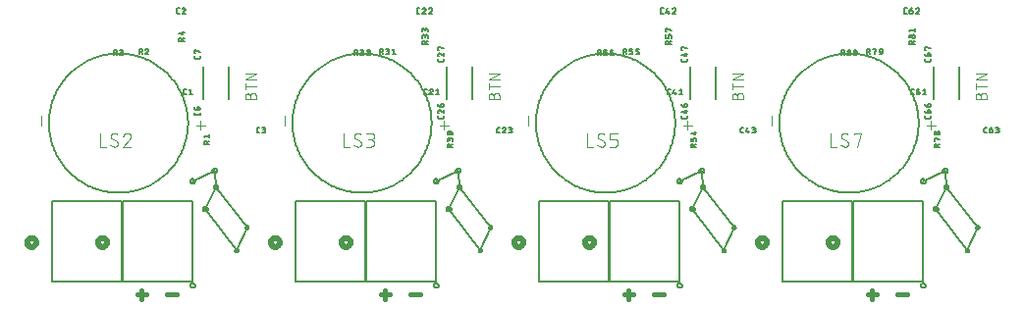
<source format=gbr>
G04 EAGLE Gerber RS-274X export*
G75*
%MOMM*%
%FSLAX34Y34*%
%LPD*%
%INSilkscreen Top*%
%IPPOS*%
%AMOC8*
5,1,8,0,0,1.08239X$1,22.5*%
G01*
%ADD10C,0.406400*%
%ADD11C,0.152400*%
%ADD12C,0.127000*%
%ADD13C,0.508000*%
%ADD14C,0.076200*%
%ADD15C,0.101600*%


D10*
X111000Y10000D02*
X103000Y10000D01*
X81000Y14000D02*
X81000Y6000D01*
X85000Y10000D02*
X77000Y10000D01*
D11*
X161586Y48000D02*
X161588Y48075D01*
X161594Y48149D01*
X161604Y48223D01*
X161617Y48296D01*
X161635Y48369D01*
X161656Y48440D01*
X161681Y48511D01*
X161710Y48580D01*
X161743Y48647D01*
X161779Y48712D01*
X161818Y48776D01*
X161860Y48837D01*
X161906Y48896D01*
X161955Y48953D01*
X162007Y49006D01*
X162061Y49057D01*
X162118Y49106D01*
X162178Y49150D01*
X162240Y49192D01*
X162304Y49231D01*
X162370Y49266D01*
X162437Y49297D01*
X162507Y49325D01*
X162577Y49349D01*
X162649Y49370D01*
X162722Y49386D01*
X162795Y49399D01*
X162870Y49408D01*
X162944Y49413D01*
X163019Y49414D01*
X163093Y49411D01*
X163168Y49404D01*
X163241Y49393D01*
X163315Y49379D01*
X163387Y49360D01*
X163458Y49338D01*
X163528Y49312D01*
X163597Y49282D01*
X163663Y49249D01*
X163728Y49212D01*
X163791Y49172D01*
X163852Y49128D01*
X163910Y49082D01*
X163966Y49032D01*
X164019Y48980D01*
X164070Y48925D01*
X164117Y48867D01*
X164161Y48807D01*
X164202Y48744D01*
X164240Y48680D01*
X164274Y48614D01*
X164305Y48545D01*
X164332Y48476D01*
X164355Y48405D01*
X164374Y48333D01*
X164390Y48260D01*
X164402Y48186D01*
X164410Y48112D01*
X164414Y48037D01*
X164414Y47963D01*
X164410Y47888D01*
X164402Y47814D01*
X164390Y47740D01*
X164374Y47667D01*
X164355Y47595D01*
X164332Y47524D01*
X164305Y47455D01*
X164274Y47386D01*
X164240Y47320D01*
X164202Y47256D01*
X164161Y47193D01*
X164117Y47133D01*
X164070Y47075D01*
X164019Y47020D01*
X163966Y46968D01*
X163910Y46918D01*
X163852Y46872D01*
X163791Y46828D01*
X163728Y46788D01*
X163663Y46751D01*
X163597Y46718D01*
X163528Y46688D01*
X163458Y46662D01*
X163387Y46640D01*
X163315Y46621D01*
X163241Y46607D01*
X163168Y46596D01*
X163093Y46589D01*
X163019Y46586D01*
X162944Y46587D01*
X162870Y46592D01*
X162795Y46601D01*
X162722Y46614D01*
X162649Y46630D01*
X162577Y46651D01*
X162507Y46675D01*
X162437Y46703D01*
X162370Y46734D01*
X162304Y46769D01*
X162240Y46808D01*
X162178Y46850D01*
X162118Y46894D01*
X162061Y46943D01*
X162007Y46994D01*
X161955Y47047D01*
X161906Y47104D01*
X161860Y47163D01*
X161818Y47224D01*
X161779Y47288D01*
X161743Y47353D01*
X161710Y47420D01*
X161681Y47489D01*
X161656Y47560D01*
X161635Y47631D01*
X161617Y47704D01*
X161604Y47777D01*
X161594Y47851D01*
X161588Y47925D01*
X161586Y48000D01*
X170586Y68000D02*
X170588Y68075D01*
X170594Y68149D01*
X170604Y68223D01*
X170617Y68296D01*
X170635Y68369D01*
X170656Y68440D01*
X170681Y68511D01*
X170710Y68580D01*
X170743Y68647D01*
X170779Y68712D01*
X170818Y68776D01*
X170860Y68837D01*
X170906Y68896D01*
X170955Y68953D01*
X171007Y69006D01*
X171061Y69057D01*
X171118Y69106D01*
X171178Y69150D01*
X171240Y69192D01*
X171304Y69231D01*
X171370Y69266D01*
X171437Y69297D01*
X171507Y69325D01*
X171577Y69349D01*
X171649Y69370D01*
X171722Y69386D01*
X171795Y69399D01*
X171870Y69408D01*
X171944Y69413D01*
X172019Y69414D01*
X172093Y69411D01*
X172168Y69404D01*
X172241Y69393D01*
X172315Y69379D01*
X172387Y69360D01*
X172458Y69338D01*
X172528Y69312D01*
X172597Y69282D01*
X172663Y69249D01*
X172728Y69212D01*
X172791Y69172D01*
X172852Y69128D01*
X172910Y69082D01*
X172966Y69032D01*
X173019Y68980D01*
X173070Y68925D01*
X173117Y68867D01*
X173161Y68807D01*
X173202Y68744D01*
X173240Y68680D01*
X173274Y68614D01*
X173305Y68545D01*
X173332Y68476D01*
X173355Y68405D01*
X173374Y68333D01*
X173390Y68260D01*
X173402Y68186D01*
X173410Y68112D01*
X173414Y68037D01*
X173414Y67963D01*
X173410Y67888D01*
X173402Y67814D01*
X173390Y67740D01*
X173374Y67667D01*
X173355Y67595D01*
X173332Y67524D01*
X173305Y67455D01*
X173274Y67386D01*
X173240Y67320D01*
X173202Y67256D01*
X173161Y67193D01*
X173117Y67133D01*
X173070Y67075D01*
X173019Y67020D01*
X172966Y66968D01*
X172910Y66918D01*
X172852Y66872D01*
X172791Y66828D01*
X172728Y66788D01*
X172663Y66751D01*
X172597Y66718D01*
X172528Y66688D01*
X172458Y66662D01*
X172387Y66640D01*
X172315Y66621D01*
X172241Y66607D01*
X172168Y66596D01*
X172093Y66589D01*
X172019Y66586D01*
X171944Y66587D01*
X171870Y66592D01*
X171795Y66601D01*
X171722Y66614D01*
X171649Y66630D01*
X171577Y66651D01*
X171507Y66675D01*
X171437Y66703D01*
X171370Y66734D01*
X171304Y66769D01*
X171240Y66808D01*
X171178Y66850D01*
X171118Y66894D01*
X171061Y66943D01*
X171007Y66994D01*
X170955Y67047D01*
X170906Y67104D01*
X170860Y67163D01*
X170818Y67224D01*
X170779Y67288D01*
X170743Y67353D01*
X170710Y67420D01*
X170681Y67489D01*
X170656Y67560D01*
X170635Y67631D01*
X170617Y67704D01*
X170604Y67777D01*
X170594Y67851D01*
X170588Y67925D01*
X170586Y68000D01*
X172000Y68000D02*
X145000Y103000D01*
X144000Y117000D01*
X125000Y108000D01*
X172000Y68000D02*
X163000Y48000D01*
X136000Y84000D02*
X145000Y103000D01*
X136000Y84000D02*
X163000Y48000D01*
X134000Y84000D02*
X134002Y84089D01*
X134008Y84178D01*
X134018Y84267D01*
X134032Y84355D01*
X134049Y84442D01*
X134071Y84528D01*
X134097Y84614D01*
X134126Y84698D01*
X134159Y84781D01*
X134195Y84862D01*
X134236Y84942D01*
X134279Y85019D01*
X134326Y85095D01*
X134377Y85168D01*
X134430Y85239D01*
X134487Y85308D01*
X134547Y85374D01*
X134610Y85438D01*
X134675Y85498D01*
X134743Y85556D01*
X134814Y85610D01*
X134887Y85661D01*
X134962Y85709D01*
X135039Y85754D01*
X135118Y85795D01*
X135199Y85832D01*
X135281Y85866D01*
X135365Y85897D01*
X135450Y85923D01*
X135536Y85946D01*
X135623Y85964D01*
X135711Y85979D01*
X135800Y85990D01*
X135889Y85997D01*
X135978Y86000D01*
X136067Y85999D01*
X136156Y85994D01*
X136244Y85985D01*
X136333Y85972D01*
X136420Y85955D01*
X136507Y85935D01*
X136593Y85910D01*
X136677Y85882D01*
X136760Y85850D01*
X136842Y85814D01*
X136922Y85775D01*
X137000Y85732D01*
X137076Y85686D01*
X137150Y85636D01*
X137222Y85583D01*
X137291Y85527D01*
X137358Y85468D01*
X137422Y85406D01*
X137483Y85342D01*
X137542Y85274D01*
X137597Y85204D01*
X137649Y85132D01*
X137698Y85057D01*
X137743Y84981D01*
X137785Y84902D01*
X137823Y84822D01*
X137858Y84740D01*
X137889Y84656D01*
X137917Y84571D01*
X137940Y84485D01*
X137960Y84398D01*
X137976Y84311D01*
X137988Y84222D01*
X137996Y84134D01*
X138000Y84045D01*
X138000Y83955D01*
X137996Y83866D01*
X137988Y83778D01*
X137976Y83689D01*
X137960Y83602D01*
X137940Y83515D01*
X137917Y83429D01*
X137889Y83344D01*
X137858Y83260D01*
X137823Y83178D01*
X137785Y83098D01*
X137743Y83019D01*
X137698Y82943D01*
X137649Y82868D01*
X137597Y82796D01*
X137542Y82726D01*
X137483Y82658D01*
X137422Y82594D01*
X137358Y82532D01*
X137291Y82473D01*
X137222Y82417D01*
X137150Y82364D01*
X137076Y82314D01*
X137000Y82268D01*
X136922Y82225D01*
X136842Y82186D01*
X136760Y82150D01*
X136677Y82118D01*
X136593Y82090D01*
X136507Y82065D01*
X136420Y82045D01*
X136333Y82028D01*
X136244Y82015D01*
X136156Y82006D01*
X136067Y82001D01*
X135978Y82000D01*
X135889Y82003D01*
X135800Y82010D01*
X135711Y82021D01*
X135623Y82036D01*
X135536Y82054D01*
X135450Y82077D01*
X135365Y82103D01*
X135281Y82134D01*
X135199Y82168D01*
X135118Y82205D01*
X135039Y82246D01*
X134962Y82291D01*
X134887Y82339D01*
X134814Y82390D01*
X134743Y82444D01*
X134675Y82502D01*
X134610Y82562D01*
X134547Y82626D01*
X134487Y82692D01*
X134430Y82761D01*
X134377Y82832D01*
X134326Y82905D01*
X134279Y82981D01*
X134236Y83058D01*
X134195Y83138D01*
X134159Y83219D01*
X134126Y83302D01*
X134097Y83386D01*
X134071Y83472D01*
X134049Y83558D01*
X134032Y83645D01*
X134018Y83733D01*
X134008Y83822D01*
X134002Y83911D01*
X134000Y84000D01*
X143000Y103000D02*
X143002Y103089D01*
X143008Y103178D01*
X143018Y103267D01*
X143032Y103355D01*
X143049Y103442D01*
X143071Y103528D01*
X143097Y103614D01*
X143126Y103698D01*
X143159Y103781D01*
X143195Y103862D01*
X143236Y103942D01*
X143279Y104019D01*
X143326Y104095D01*
X143377Y104168D01*
X143430Y104239D01*
X143487Y104308D01*
X143547Y104374D01*
X143610Y104438D01*
X143675Y104498D01*
X143743Y104556D01*
X143814Y104610D01*
X143887Y104661D01*
X143962Y104709D01*
X144039Y104754D01*
X144118Y104795D01*
X144199Y104832D01*
X144281Y104866D01*
X144365Y104897D01*
X144450Y104923D01*
X144536Y104946D01*
X144623Y104964D01*
X144711Y104979D01*
X144800Y104990D01*
X144889Y104997D01*
X144978Y105000D01*
X145067Y104999D01*
X145156Y104994D01*
X145244Y104985D01*
X145333Y104972D01*
X145420Y104955D01*
X145507Y104935D01*
X145593Y104910D01*
X145677Y104882D01*
X145760Y104850D01*
X145842Y104814D01*
X145922Y104775D01*
X146000Y104732D01*
X146076Y104686D01*
X146150Y104636D01*
X146222Y104583D01*
X146291Y104527D01*
X146358Y104468D01*
X146422Y104406D01*
X146483Y104342D01*
X146542Y104274D01*
X146597Y104204D01*
X146649Y104132D01*
X146698Y104057D01*
X146743Y103981D01*
X146785Y103902D01*
X146823Y103822D01*
X146858Y103740D01*
X146889Y103656D01*
X146917Y103571D01*
X146940Y103485D01*
X146960Y103398D01*
X146976Y103311D01*
X146988Y103222D01*
X146996Y103134D01*
X147000Y103045D01*
X147000Y102955D01*
X146996Y102866D01*
X146988Y102778D01*
X146976Y102689D01*
X146960Y102602D01*
X146940Y102515D01*
X146917Y102429D01*
X146889Y102344D01*
X146858Y102260D01*
X146823Y102178D01*
X146785Y102098D01*
X146743Y102019D01*
X146698Y101943D01*
X146649Y101868D01*
X146597Y101796D01*
X146542Y101726D01*
X146483Y101658D01*
X146422Y101594D01*
X146358Y101532D01*
X146291Y101473D01*
X146222Y101417D01*
X146150Y101364D01*
X146076Y101314D01*
X146000Y101268D01*
X145922Y101225D01*
X145842Y101186D01*
X145760Y101150D01*
X145677Y101118D01*
X145593Y101090D01*
X145507Y101065D01*
X145420Y101045D01*
X145333Y101028D01*
X145244Y101015D01*
X145156Y101006D01*
X145067Y101001D01*
X144978Y101000D01*
X144889Y101003D01*
X144800Y101010D01*
X144711Y101021D01*
X144623Y101036D01*
X144536Y101054D01*
X144450Y101077D01*
X144365Y101103D01*
X144281Y101134D01*
X144199Y101168D01*
X144118Y101205D01*
X144039Y101246D01*
X143962Y101291D01*
X143887Y101339D01*
X143814Y101390D01*
X143743Y101444D01*
X143675Y101502D01*
X143610Y101562D01*
X143547Y101626D01*
X143487Y101692D01*
X143430Y101761D01*
X143377Y101832D01*
X143326Y101905D01*
X143279Y101981D01*
X143236Y102058D01*
X143195Y102138D01*
X143159Y102219D01*
X143126Y102302D01*
X143097Y102386D01*
X143071Y102472D01*
X143049Y102558D01*
X143032Y102645D01*
X143018Y102733D01*
X143008Y102822D01*
X143002Y102911D01*
X143000Y103000D01*
X142000Y117000D02*
X142002Y117089D01*
X142008Y117178D01*
X142018Y117267D01*
X142032Y117355D01*
X142049Y117442D01*
X142071Y117528D01*
X142097Y117614D01*
X142126Y117698D01*
X142159Y117781D01*
X142195Y117862D01*
X142236Y117942D01*
X142279Y118019D01*
X142326Y118095D01*
X142377Y118168D01*
X142430Y118239D01*
X142487Y118308D01*
X142547Y118374D01*
X142610Y118438D01*
X142675Y118498D01*
X142743Y118556D01*
X142814Y118610D01*
X142887Y118661D01*
X142962Y118709D01*
X143039Y118754D01*
X143118Y118795D01*
X143199Y118832D01*
X143281Y118866D01*
X143365Y118897D01*
X143450Y118923D01*
X143536Y118946D01*
X143623Y118964D01*
X143711Y118979D01*
X143800Y118990D01*
X143889Y118997D01*
X143978Y119000D01*
X144067Y118999D01*
X144156Y118994D01*
X144244Y118985D01*
X144333Y118972D01*
X144420Y118955D01*
X144507Y118935D01*
X144593Y118910D01*
X144677Y118882D01*
X144760Y118850D01*
X144842Y118814D01*
X144922Y118775D01*
X145000Y118732D01*
X145076Y118686D01*
X145150Y118636D01*
X145222Y118583D01*
X145291Y118527D01*
X145358Y118468D01*
X145422Y118406D01*
X145483Y118342D01*
X145542Y118274D01*
X145597Y118204D01*
X145649Y118132D01*
X145698Y118057D01*
X145743Y117981D01*
X145785Y117902D01*
X145823Y117822D01*
X145858Y117740D01*
X145889Y117656D01*
X145917Y117571D01*
X145940Y117485D01*
X145960Y117398D01*
X145976Y117311D01*
X145988Y117222D01*
X145996Y117134D01*
X146000Y117045D01*
X146000Y116955D01*
X145996Y116866D01*
X145988Y116778D01*
X145976Y116689D01*
X145960Y116602D01*
X145940Y116515D01*
X145917Y116429D01*
X145889Y116344D01*
X145858Y116260D01*
X145823Y116178D01*
X145785Y116098D01*
X145743Y116019D01*
X145698Y115943D01*
X145649Y115868D01*
X145597Y115796D01*
X145542Y115726D01*
X145483Y115658D01*
X145422Y115594D01*
X145358Y115532D01*
X145291Y115473D01*
X145222Y115417D01*
X145150Y115364D01*
X145076Y115314D01*
X145000Y115268D01*
X144922Y115225D01*
X144842Y115186D01*
X144760Y115150D01*
X144677Y115118D01*
X144593Y115090D01*
X144507Y115065D01*
X144420Y115045D01*
X144333Y115028D01*
X144244Y115015D01*
X144156Y115006D01*
X144067Y115001D01*
X143978Y115000D01*
X143889Y115003D01*
X143800Y115010D01*
X143711Y115021D01*
X143623Y115036D01*
X143536Y115054D01*
X143450Y115077D01*
X143365Y115103D01*
X143281Y115134D01*
X143199Y115168D01*
X143118Y115205D01*
X143039Y115246D01*
X142962Y115291D01*
X142887Y115339D01*
X142814Y115390D01*
X142743Y115444D01*
X142675Y115502D01*
X142610Y115562D01*
X142547Y115626D01*
X142487Y115692D01*
X142430Y115761D01*
X142377Y115832D01*
X142326Y115905D01*
X142279Y115981D01*
X142236Y116058D01*
X142195Y116138D01*
X142159Y116219D01*
X142126Y116302D01*
X142097Y116386D01*
X142071Y116472D01*
X142049Y116558D01*
X142032Y116645D01*
X142018Y116733D01*
X142008Y116822D01*
X142002Y116911D01*
X142000Y117000D01*
X123000Y18000D02*
X123002Y18089D01*
X123008Y18178D01*
X123018Y18267D01*
X123032Y18355D01*
X123049Y18442D01*
X123071Y18528D01*
X123097Y18614D01*
X123126Y18698D01*
X123159Y18781D01*
X123195Y18862D01*
X123236Y18942D01*
X123279Y19019D01*
X123326Y19095D01*
X123377Y19168D01*
X123430Y19239D01*
X123487Y19308D01*
X123547Y19374D01*
X123610Y19438D01*
X123675Y19498D01*
X123743Y19556D01*
X123814Y19610D01*
X123887Y19661D01*
X123962Y19709D01*
X124039Y19754D01*
X124118Y19795D01*
X124199Y19832D01*
X124281Y19866D01*
X124365Y19897D01*
X124450Y19923D01*
X124536Y19946D01*
X124623Y19964D01*
X124711Y19979D01*
X124800Y19990D01*
X124889Y19997D01*
X124978Y20000D01*
X125067Y19999D01*
X125156Y19994D01*
X125244Y19985D01*
X125333Y19972D01*
X125420Y19955D01*
X125507Y19935D01*
X125593Y19910D01*
X125677Y19882D01*
X125760Y19850D01*
X125842Y19814D01*
X125922Y19775D01*
X126000Y19732D01*
X126076Y19686D01*
X126150Y19636D01*
X126222Y19583D01*
X126291Y19527D01*
X126358Y19468D01*
X126422Y19406D01*
X126483Y19342D01*
X126542Y19274D01*
X126597Y19204D01*
X126649Y19132D01*
X126698Y19057D01*
X126743Y18981D01*
X126785Y18902D01*
X126823Y18822D01*
X126858Y18740D01*
X126889Y18656D01*
X126917Y18571D01*
X126940Y18485D01*
X126960Y18398D01*
X126976Y18311D01*
X126988Y18222D01*
X126996Y18134D01*
X127000Y18045D01*
X127000Y17955D01*
X126996Y17866D01*
X126988Y17778D01*
X126976Y17689D01*
X126960Y17602D01*
X126940Y17515D01*
X126917Y17429D01*
X126889Y17344D01*
X126858Y17260D01*
X126823Y17178D01*
X126785Y17098D01*
X126743Y17019D01*
X126698Y16943D01*
X126649Y16868D01*
X126597Y16796D01*
X126542Y16726D01*
X126483Y16658D01*
X126422Y16594D01*
X126358Y16532D01*
X126291Y16473D01*
X126222Y16417D01*
X126150Y16364D01*
X126076Y16314D01*
X126000Y16268D01*
X125922Y16225D01*
X125842Y16186D01*
X125760Y16150D01*
X125677Y16118D01*
X125593Y16090D01*
X125507Y16065D01*
X125420Y16045D01*
X125333Y16028D01*
X125244Y16015D01*
X125156Y16006D01*
X125067Y16001D01*
X124978Y16000D01*
X124889Y16003D01*
X124800Y16010D01*
X124711Y16021D01*
X124623Y16036D01*
X124536Y16054D01*
X124450Y16077D01*
X124365Y16103D01*
X124281Y16134D01*
X124199Y16168D01*
X124118Y16205D01*
X124039Y16246D01*
X123962Y16291D01*
X123887Y16339D01*
X123814Y16390D01*
X123743Y16444D01*
X123675Y16502D01*
X123610Y16562D01*
X123547Y16626D01*
X123487Y16692D01*
X123430Y16761D01*
X123377Y16832D01*
X123326Y16905D01*
X123279Y16981D01*
X123236Y17058D01*
X123195Y17138D01*
X123159Y17219D01*
X123126Y17302D01*
X123097Y17386D01*
X123071Y17472D01*
X123049Y17558D01*
X123032Y17645D01*
X123018Y17733D01*
X123008Y17822D01*
X123002Y17911D01*
X123000Y18000D01*
X123000Y108000D02*
X123002Y108089D01*
X123008Y108178D01*
X123018Y108267D01*
X123032Y108355D01*
X123049Y108442D01*
X123071Y108528D01*
X123097Y108614D01*
X123126Y108698D01*
X123159Y108781D01*
X123195Y108862D01*
X123236Y108942D01*
X123279Y109019D01*
X123326Y109095D01*
X123377Y109168D01*
X123430Y109239D01*
X123487Y109308D01*
X123547Y109374D01*
X123610Y109438D01*
X123675Y109498D01*
X123743Y109556D01*
X123814Y109610D01*
X123887Y109661D01*
X123962Y109709D01*
X124039Y109754D01*
X124118Y109795D01*
X124199Y109832D01*
X124281Y109866D01*
X124365Y109897D01*
X124450Y109923D01*
X124536Y109946D01*
X124623Y109964D01*
X124711Y109979D01*
X124800Y109990D01*
X124889Y109997D01*
X124978Y110000D01*
X125067Y109999D01*
X125156Y109994D01*
X125244Y109985D01*
X125333Y109972D01*
X125420Y109955D01*
X125507Y109935D01*
X125593Y109910D01*
X125677Y109882D01*
X125760Y109850D01*
X125842Y109814D01*
X125922Y109775D01*
X126000Y109732D01*
X126076Y109686D01*
X126150Y109636D01*
X126222Y109583D01*
X126291Y109527D01*
X126358Y109468D01*
X126422Y109406D01*
X126483Y109342D01*
X126542Y109274D01*
X126597Y109204D01*
X126649Y109132D01*
X126698Y109057D01*
X126743Y108981D01*
X126785Y108902D01*
X126823Y108822D01*
X126858Y108740D01*
X126889Y108656D01*
X126917Y108571D01*
X126940Y108485D01*
X126960Y108398D01*
X126976Y108311D01*
X126988Y108222D01*
X126996Y108134D01*
X127000Y108045D01*
X127000Y107955D01*
X126996Y107866D01*
X126988Y107778D01*
X126976Y107689D01*
X126960Y107602D01*
X126940Y107515D01*
X126917Y107429D01*
X126889Y107344D01*
X126858Y107260D01*
X126823Y107178D01*
X126785Y107098D01*
X126743Y107019D01*
X126698Y106943D01*
X126649Y106868D01*
X126597Y106796D01*
X126542Y106726D01*
X126483Y106658D01*
X126422Y106594D01*
X126358Y106532D01*
X126291Y106473D01*
X126222Y106417D01*
X126150Y106364D01*
X126076Y106314D01*
X126000Y106268D01*
X125922Y106225D01*
X125842Y106186D01*
X125760Y106150D01*
X125677Y106118D01*
X125593Y106090D01*
X125507Y106065D01*
X125420Y106045D01*
X125333Y106028D01*
X125244Y106015D01*
X125156Y106006D01*
X125067Y106001D01*
X124978Y106000D01*
X124889Y106003D01*
X124800Y106010D01*
X124711Y106021D01*
X124623Y106036D01*
X124536Y106054D01*
X124450Y106077D01*
X124365Y106103D01*
X124281Y106134D01*
X124199Y106168D01*
X124118Y106205D01*
X124039Y106246D01*
X123962Y106291D01*
X123887Y106339D01*
X123814Y106390D01*
X123743Y106444D01*
X123675Y106502D01*
X123610Y106562D01*
X123547Y106626D01*
X123487Y106692D01*
X123430Y106761D01*
X123377Y106832D01*
X123326Y106905D01*
X123279Y106981D01*
X123236Y107058D01*
X123195Y107138D01*
X123159Y107219D01*
X123126Y107302D01*
X123097Y107386D01*
X123071Y107472D01*
X123049Y107558D01*
X123032Y107645D01*
X123018Y107733D01*
X123008Y107822D01*
X123002Y107911D01*
X123000Y108000D01*
D10*
X313000Y10000D02*
X321000Y10000D01*
X291000Y14000D02*
X291000Y6000D01*
X295000Y10000D02*
X287000Y10000D01*
D11*
X371586Y48000D02*
X371588Y48075D01*
X371594Y48149D01*
X371604Y48223D01*
X371617Y48296D01*
X371635Y48369D01*
X371656Y48440D01*
X371681Y48511D01*
X371710Y48580D01*
X371743Y48647D01*
X371779Y48712D01*
X371818Y48776D01*
X371860Y48837D01*
X371906Y48896D01*
X371955Y48953D01*
X372007Y49006D01*
X372061Y49057D01*
X372118Y49106D01*
X372178Y49150D01*
X372240Y49192D01*
X372304Y49231D01*
X372370Y49266D01*
X372437Y49297D01*
X372507Y49325D01*
X372577Y49349D01*
X372649Y49370D01*
X372722Y49386D01*
X372795Y49399D01*
X372870Y49408D01*
X372944Y49413D01*
X373019Y49414D01*
X373093Y49411D01*
X373168Y49404D01*
X373241Y49393D01*
X373315Y49379D01*
X373387Y49360D01*
X373458Y49338D01*
X373528Y49312D01*
X373597Y49282D01*
X373663Y49249D01*
X373728Y49212D01*
X373791Y49172D01*
X373852Y49128D01*
X373910Y49082D01*
X373966Y49032D01*
X374019Y48980D01*
X374070Y48925D01*
X374117Y48867D01*
X374161Y48807D01*
X374202Y48744D01*
X374240Y48680D01*
X374274Y48614D01*
X374305Y48545D01*
X374332Y48476D01*
X374355Y48405D01*
X374374Y48333D01*
X374390Y48260D01*
X374402Y48186D01*
X374410Y48112D01*
X374414Y48037D01*
X374414Y47963D01*
X374410Y47888D01*
X374402Y47814D01*
X374390Y47740D01*
X374374Y47667D01*
X374355Y47595D01*
X374332Y47524D01*
X374305Y47455D01*
X374274Y47386D01*
X374240Y47320D01*
X374202Y47256D01*
X374161Y47193D01*
X374117Y47133D01*
X374070Y47075D01*
X374019Y47020D01*
X373966Y46968D01*
X373910Y46918D01*
X373852Y46872D01*
X373791Y46828D01*
X373728Y46788D01*
X373663Y46751D01*
X373597Y46718D01*
X373528Y46688D01*
X373458Y46662D01*
X373387Y46640D01*
X373315Y46621D01*
X373241Y46607D01*
X373168Y46596D01*
X373093Y46589D01*
X373019Y46586D01*
X372944Y46587D01*
X372870Y46592D01*
X372795Y46601D01*
X372722Y46614D01*
X372649Y46630D01*
X372577Y46651D01*
X372507Y46675D01*
X372437Y46703D01*
X372370Y46734D01*
X372304Y46769D01*
X372240Y46808D01*
X372178Y46850D01*
X372118Y46894D01*
X372061Y46943D01*
X372007Y46994D01*
X371955Y47047D01*
X371906Y47104D01*
X371860Y47163D01*
X371818Y47224D01*
X371779Y47288D01*
X371743Y47353D01*
X371710Y47420D01*
X371681Y47489D01*
X371656Y47560D01*
X371635Y47631D01*
X371617Y47704D01*
X371604Y47777D01*
X371594Y47851D01*
X371588Y47925D01*
X371586Y48000D01*
X380586Y68000D02*
X380588Y68075D01*
X380594Y68149D01*
X380604Y68223D01*
X380617Y68296D01*
X380635Y68369D01*
X380656Y68440D01*
X380681Y68511D01*
X380710Y68580D01*
X380743Y68647D01*
X380779Y68712D01*
X380818Y68776D01*
X380860Y68837D01*
X380906Y68896D01*
X380955Y68953D01*
X381007Y69006D01*
X381061Y69057D01*
X381118Y69106D01*
X381178Y69150D01*
X381240Y69192D01*
X381304Y69231D01*
X381370Y69266D01*
X381437Y69297D01*
X381507Y69325D01*
X381577Y69349D01*
X381649Y69370D01*
X381722Y69386D01*
X381795Y69399D01*
X381870Y69408D01*
X381944Y69413D01*
X382019Y69414D01*
X382093Y69411D01*
X382168Y69404D01*
X382241Y69393D01*
X382315Y69379D01*
X382387Y69360D01*
X382458Y69338D01*
X382528Y69312D01*
X382597Y69282D01*
X382663Y69249D01*
X382728Y69212D01*
X382791Y69172D01*
X382852Y69128D01*
X382910Y69082D01*
X382966Y69032D01*
X383019Y68980D01*
X383070Y68925D01*
X383117Y68867D01*
X383161Y68807D01*
X383202Y68744D01*
X383240Y68680D01*
X383274Y68614D01*
X383305Y68545D01*
X383332Y68476D01*
X383355Y68405D01*
X383374Y68333D01*
X383390Y68260D01*
X383402Y68186D01*
X383410Y68112D01*
X383414Y68037D01*
X383414Y67963D01*
X383410Y67888D01*
X383402Y67814D01*
X383390Y67740D01*
X383374Y67667D01*
X383355Y67595D01*
X383332Y67524D01*
X383305Y67455D01*
X383274Y67386D01*
X383240Y67320D01*
X383202Y67256D01*
X383161Y67193D01*
X383117Y67133D01*
X383070Y67075D01*
X383019Y67020D01*
X382966Y66968D01*
X382910Y66918D01*
X382852Y66872D01*
X382791Y66828D01*
X382728Y66788D01*
X382663Y66751D01*
X382597Y66718D01*
X382528Y66688D01*
X382458Y66662D01*
X382387Y66640D01*
X382315Y66621D01*
X382241Y66607D01*
X382168Y66596D01*
X382093Y66589D01*
X382019Y66586D01*
X381944Y66587D01*
X381870Y66592D01*
X381795Y66601D01*
X381722Y66614D01*
X381649Y66630D01*
X381577Y66651D01*
X381507Y66675D01*
X381437Y66703D01*
X381370Y66734D01*
X381304Y66769D01*
X381240Y66808D01*
X381178Y66850D01*
X381118Y66894D01*
X381061Y66943D01*
X381007Y66994D01*
X380955Y67047D01*
X380906Y67104D01*
X380860Y67163D01*
X380818Y67224D01*
X380779Y67288D01*
X380743Y67353D01*
X380710Y67420D01*
X380681Y67489D01*
X380656Y67560D01*
X380635Y67631D01*
X380617Y67704D01*
X380604Y67777D01*
X380594Y67851D01*
X380588Y67925D01*
X380586Y68000D01*
X382000Y68000D02*
X355000Y103000D01*
X354000Y117000D01*
X335000Y108000D01*
X382000Y68000D02*
X373000Y48000D01*
X346000Y84000D02*
X355000Y103000D01*
X346000Y84000D02*
X373000Y48000D01*
X344000Y84000D02*
X344002Y84089D01*
X344008Y84178D01*
X344018Y84267D01*
X344032Y84355D01*
X344049Y84442D01*
X344071Y84528D01*
X344097Y84614D01*
X344126Y84698D01*
X344159Y84781D01*
X344195Y84862D01*
X344236Y84942D01*
X344279Y85019D01*
X344326Y85095D01*
X344377Y85168D01*
X344430Y85239D01*
X344487Y85308D01*
X344547Y85374D01*
X344610Y85438D01*
X344675Y85498D01*
X344743Y85556D01*
X344814Y85610D01*
X344887Y85661D01*
X344962Y85709D01*
X345039Y85754D01*
X345118Y85795D01*
X345199Y85832D01*
X345281Y85866D01*
X345365Y85897D01*
X345450Y85923D01*
X345536Y85946D01*
X345623Y85964D01*
X345711Y85979D01*
X345800Y85990D01*
X345889Y85997D01*
X345978Y86000D01*
X346067Y85999D01*
X346156Y85994D01*
X346244Y85985D01*
X346333Y85972D01*
X346420Y85955D01*
X346507Y85935D01*
X346593Y85910D01*
X346677Y85882D01*
X346760Y85850D01*
X346842Y85814D01*
X346922Y85775D01*
X347000Y85732D01*
X347076Y85686D01*
X347150Y85636D01*
X347222Y85583D01*
X347291Y85527D01*
X347358Y85468D01*
X347422Y85406D01*
X347483Y85342D01*
X347542Y85274D01*
X347597Y85204D01*
X347649Y85132D01*
X347698Y85057D01*
X347743Y84981D01*
X347785Y84902D01*
X347823Y84822D01*
X347858Y84740D01*
X347889Y84656D01*
X347917Y84571D01*
X347940Y84485D01*
X347960Y84398D01*
X347976Y84311D01*
X347988Y84222D01*
X347996Y84134D01*
X348000Y84045D01*
X348000Y83955D01*
X347996Y83866D01*
X347988Y83778D01*
X347976Y83689D01*
X347960Y83602D01*
X347940Y83515D01*
X347917Y83429D01*
X347889Y83344D01*
X347858Y83260D01*
X347823Y83178D01*
X347785Y83098D01*
X347743Y83019D01*
X347698Y82943D01*
X347649Y82868D01*
X347597Y82796D01*
X347542Y82726D01*
X347483Y82658D01*
X347422Y82594D01*
X347358Y82532D01*
X347291Y82473D01*
X347222Y82417D01*
X347150Y82364D01*
X347076Y82314D01*
X347000Y82268D01*
X346922Y82225D01*
X346842Y82186D01*
X346760Y82150D01*
X346677Y82118D01*
X346593Y82090D01*
X346507Y82065D01*
X346420Y82045D01*
X346333Y82028D01*
X346244Y82015D01*
X346156Y82006D01*
X346067Y82001D01*
X345978Y82000D01*
X345889Y82003D01*
X345800Y82010D01*
X345711Y82021D01*
X345623Y82036D01*
X345536Y82054D01*
X345450Y82077D01*
X345365Y82103D01*
X345281Y82134D01*
X345199Y82168D01*
X345118Y82205D01*
X345039Y82246D01*
X344962Y82291D01*
X344887Y82339D01*
X344814Y82390D01*
X344743Y82444D01*
X344675Y82502D01*
X344610Y82562D01*
X344547Y82626D01*
X344487Y82692D01*
X344430Y82761D01*
X344377Y82832D01*
X344326Y82905D01*
X344279Y82981D01*
X344236Y83058D01*
X344195Y83138D01*
X344159Y83219D01*
X344126Y83302D01*
X344097Y83386D01*
X344071Y83472D01*
X344049Y83558D01*
X344032Y83645D01*
X344018Y83733D01*
X344008Y83822D01*
X344002Y83911D01*
X344000Y84000D01*
X353000Y103000D02*
X353002Y103089D01*
X353008Y103178D01*
X353018Y103267D01*
X353032Y103355D01*
X353049Y103442D01*
X353071Y103528D01*
X353097Y103614D01*
X353126Y103698D01*
X353159Y103781D01*
X353195Y103862D01*
X353236Y103942D01*
X353279Y104019D01*
X353326Y104095D01*
X353377Y104168D01*
X353430Y104239D01*
X353487Y104308D01*
X353547Y104374D01*
X353610Y104438D01*
X353675Y104498D01*
X353743Y104556D01*
X353814Y104610D01*
X353887Y104661D01*
X353962Y104709D01*
X354039Y104754D01*
X354118Y104795D01*
X354199Y104832D01*
X354281Y104866D01*
X354365Y104897D01*
X354450Y104923D01*
X354536Y104946D01*
X354623Y104964D01*
X354711Y104979D01*
X354800Y104990D01*
X354889Y104997D01*
X354978Y105000D01*
X355067Y104999D01*
X355156Y104994D01*
X355244Y104985D01*
X355333Y104972D01*
X355420Y104955D01*
X355507Y104935D01*
X355593Y104910D01*
X355677Y104882D01*
X355760Y104850D01*
X355842Y104814D01*
X355922Y104775D01*
X356000Y104732D01*
X356076Y104686D01*
X356150Y104636D01*
X356222Y104583D01*
X356291Y104527D01*
X356358Y104468D01*
X356422Y104406D01*
X356483Y104342D01*
X356542Y104274D01*
X356597Y104204D01*
X356649Y104132D01*
X356698Y104057D01*
X356743Y103981D01*
X356785Y103902D01*
X356823Y103822D01*
X356858Y103740D01*
X356889Y103656D01*
X356917Y103571D01*
X356940Y103485D01*
X356960Y103398D01*
X356976Y103311D01*
X356988Y103222D01*
X356996Y103134D01*
X357000Y103045D01*
X357000Y102955D01*
X356996Y102866D01*
X356988Y102778D01*
X356976Y102689D01*
X356960Y102602D01*
X356940Y102515D01*
X356917Y102429D01*
X356889Y102344D01*
X356858Y102260D01*
X356823Y102178D01*
X356785Y102098D01*
X356743Y102019D01*
X356698Y101943D01*
X356649Y101868D01*
X356597Y101796D01*
X356542Y101726D01*
X356483Y101658D01*
X356422Y101594D01*
X356358Y101532D01*
X356291Y101473D01*
X356222Y101417D01*
X356150Y101364D01*
X356076Y101314D01*
X356000Y101268D01*
X355922Y101225D01*
X355842Y101186D01*
X355760Y101150D01*
X355677Y101118D01*
X355593Y101090D01*
X355507Y101065D01*
X355420Y101045D01*
X355333Y101028D01*
X355244Y101015D01*
X355156Y101006D01*
X355067Y101001D01*
X354978Y101000D01*
X354889Y101003D01*
X354800Y101010D01*
X354711Y101021D01*
X354623Y101036D01*
X354536Y101054D01*
X354450Y101077D01*
X354365Y101103D01*
X354281Y101134D01*
X354199Y101168D01*
X354118Y101205D01*
X354039Y101246D01*
X353962Y101291D01*
X353887Y101339D01*
X353814Y101390D01*
X353743Y101444D01*
X353675Y101502D01*
X353610Y101562D01*
X353547Y101626D01*
X353487Y101692D01*
X353430Y101761D01*
X353377Y101832D01*
X353326Y101905D01*
X353279Y101981D01*
X353236Y102058D01*
X353195Y102138D01*
X353159Y102219D01*
X353126Y102302D01*
X353097Y102386D01*
X353071Y102472D01*
X353049Y102558D01*
X353032Y102645D01*
X353018Y102733D01*
X353008Y102822D01*
X353002Y102911D01*
X353000Y103000D01*
X352000Y117000D02*
X352002Y117089D01*
X352008Y117178D01*
X352018Y117267D01*
X352032Y117355D01*
X352049Y117442D01*
X352071Y117528D01*
X352097Y117614D01*
X352126Y117698D01*
X352159Y117781D01*
X352195Y117862D01*
X352236Y117942D01*
X352279Y118019D01*
X352326Y118095D01*
X352377Y118168D01*
X352430Y118239D01*
X352487Y118308D01*
X352547Y118374D01*
X352610Y118438D01*
X352675Y118498D01*
X352743Y118556D01*
X352814Y118610D01*
X352887Y118661D01*
X352962Y118709D01*
X353039Y118754D01*
X353118Y118795D01*
X353199Y118832D01*
X353281Y118866D01*
X353365Y118897D01*
X353450Y118923D01*
X353536Y118946D01*
X353623Y118964D01*
X353711Y118979D01*
X353800Y118990D01*
X353889Y118997D01*
X353978Y119000D01*
X354067Y118999D01*
X354156Y118994D01*
X354244Y118985D01*
X354333Y118972D01*
X354420Y118955D01*
X354507Y118935D01*
X354593Y118910D01*
X354677Y118882D01*
X354760Y118850D01*
X354842Y118814D01*
X354922Y118775D01*
X355000Y118732D01*
X355076Y118686D01*
X355150Y118636D01*
X355222Y118583D01*
X355291Y118527D01*
X355358Y118468D01*
X355422Y118406D01*
X355483Y118342D01*
X355542Y118274D01*
X355597Y118204D01*
X355649Y118132D01*
X355698Y118057D01*
X355743Y117981D01*
X355785Y117902D01*
X355823Y117822D01*
X355858Y117740D01*
X355889Y117656D01*
X355917Y117571D01*
X355940Y117485D01*
X355960Y117398D01*
X355976Y117311D01*
X355988Y117222D01*
X355996Y117134D01*
X356000Y117045D01*
X356000Y116955D01*
X355996Y116866D01*
X355988Y116778D01*
X355976Y116689D01*
X355960Y116602D01*
X355940Y116515D01*
X355917Y116429D01*
X355889Y116344D01*
X355858Y116260D01*
X355823Y116178D01*
X355785Y116098D01*
X355743Y116019D01*
X355698Y115943D01*
X355649Y115868D01*
X355597Y115796D01*
X355542Y115726D01*
X355483Y115658D01*
X355422Y115594D01*
X355358Y115532D01*
X355291Y115473D01*
X355222Y115417D01*
X355150Y115364D01*
X355076Y115314D01*
X355000Y115268D01*
X354922Y115225D01*
X354842Y115186D01*
X354760Y115150D01*
X354677Y115118D01*
X354593Y115090D01*
X354507Y115065D01*
X354420Y115045D01*
X354333Y115028D01*
X354244Y115015D01*
X354156Y115006D01*
X354067Y115001D01*
X353978Y115000D01*
X353889Y115003D01*
X353800Y115010D01*
X353711Y115021D01*
X353623Y115036D01*
X353536Y115054D01*
X353450Y115077D01*
X353365Y115103D01*
X353281Y115134D01*
X353199Y115168D01*
X353118Y115205D01*
X353039Y115246D01*
X352962Y115291D01*
X352887Y115339D01*
X352814Y115390D01*
X352743Y115444D01*
X352675Y115502D01*
X352610Y115562D01*
X352547Y115626D01*
X352487Y115692D01*
X352430Y115761D01*
X352377Y115832D01*
X352326Y115905D01*
X352279Y115981D01*
X352236Y116058D01*
X352195Y116138D01*
X352159Y116219D01*
X352126Y116302D01*
X352097Y116386D01*
X352071Y116472D01*
X352049Y116558D01*
X352032Y116645D01*
X352018Y116733D01*
X352008Y116822D01*
X352002Y116911D01*
X352000Y117000D01*
X333000Y18000D02*
X333002Y18089D01*
X333008Y18178D01*
X333018Y18267D01*
X333032Y18355D01*
X333049Y18442D01*
X333071Y18528D01*
X333097Y18614D01*
X333126Y18698D01*
X333159Y18781D01*
X333195Y18862D01*
X333236Y18942D01*
X333279Y19019D01*
X333326Y19095D01*
X333377Y19168D01*
X333430Y19239D01*
X333487Y19308D01*
X333547Y19374D01*
X333610Y19438D01*
X333675Y19498D01*
X333743Y19556D01*
X333814Y19610D01*
X333887Y19661D01*
X333962Y19709D01*
X334039Y19754D01*
X334118Y19795D01*
X334199Y19832D01*
X334281Y19866D01*
X334365Y19897D01*
X334450Y19923D01*
X334536Y19946D01*
X334623Y19964D01*
X334711Y19979D01*
X334800Y19990D01*
X334889Y19997D01*
X334978Y20000D01*
X335067Y19999D01*
X335156Y19994D01*
X335244Y19985D01*
X335333Y19972D01*
X335420Y19955D01*
X335507Y19935D01*
X335593Y19910D01*
X335677Y19882D01*
X335760Y19850D01*
X335842Y19814D01*
X335922Y19775D01*
X336000Y19732D01*
X336076Y19686D01*
X336150Y19636D01*
X336222Y19583D01*
X336291Y19527D01*
X336358Y19468D01*
X336422Y19406D01*
X336483Y19342D01*
X336542Y19274D01*
X336597Y19204D01*
X336649Y19132D01*
X336698Y19057D01*
X336743Y18981D01*
X336785Y18902D01*
X336823Y18822D01*
X336858Y18740D01*
X336889Y18656D01*
X336917Y18571D01*
X336940Y18485D01*
X336960Y18398D01*
X336976Y18311D01*
X336988Y18222D01*
X336996Y18134D01*
X337000Y18045D01*
X337000Y17955D01*
X336996Y17866D01*
X336988Y17778D01*
X336976Y17689D01*
X336960Y17602D01*
X336940Y17515D01*
X336917Y17429D01*
X336889Y17344D01*
X336858Y17260D01*
X336823Y17178D01*
X336785Y17098D01*
X336743Y17019D01*
X336698Y16943D01*
X336649Y16868D01*
X336597Y16796D01*
X336542Y16726D01*
X336483Y16658D01*
X336422Y16594D01*
X336358Y16532D01*
X336291Y16473D01*
X336222Y16417D01*
X336150Y16364D01*
X336076Y16314D01*
X336000Y16268D01*
X335922Y16225D01*
X335842Y16186D01*
X335760Y16150D01*
X335677Y16118D01*
X335593Y16090D01*
X335507Y16065D01*
X335420Y16045D01*
X335333Y16028D01*
X335244Y16015D01*
X335156Y16006D01*
X335067Y16001D01*
X334978Y16000D01*
X334889Y16003D01*
X334800Y16010D01*
X334711Y16021D01*
X334623Y16036D01*
X334536Y16054D01*
X334450Y16077D01*
X334365Y16103D01*
X334281Y16134D01*
X334199Y16168D01*
X334118Y16205D01*
X334039Y16246D01*
X333962Y16291D01*
X333887Y16339D01*
X333814Y16390D01*
X333743Y16444D01*
X333675Y16502D01*
X333610Y16562D01*
X333547Y16626D01*
X333487Y16692D01*
X333430Y16761D01*
X333377Y16832D01*
X333326Y16905D01*
X333279Y16981D01*
X333236Y17058D01*
X333195Y17138D01*
X333159Y17219D01*
X333126Y17302D01*
X333097Y17386D01*
X333071Y17472D01*
X333049Y17558D01*
X333032Y17645D01*
X333018Y17733D01*
X333008Y17822D01*
X333002Y17911D01*
X333000Y18000D01*
X333000Y108000D02*
X333002Y108089D01*
X333008Y108178D01*
X333018Y108267D01*
X333032Y108355D01*
X333049Y108442D01*
X333071Y108528D01*
X333097Y108614D01*
X333126Y108698D01*
X333159Y108781D01*
X333195Y108862D01*
X333236Y108942D01*
X333279Y109019D01*
X333326Y109095D01*
X333377Y109168D01*
X333430Y109239D01*
X333487Y109308D01*
X333547Y109374D01*
X333610Y109438D01*
X333675Y109498D01*
X333743Y109556D01*
X333814Y109610D01*
X333887Y109661D01*
X333962Y109709D01*
X334039Y109754D01*
X334118Y109795D01*
X334199Y109832D01*
X334281Y109866D01*
X334365Y109897D01*
X334450Y109923D01*
X334536Y109946D01*
X334623Y109964D01*
X334711Y109979D01*
X334800Y109990D01*
X334889Y109997D01*
X334978Y110000D01*
X335067Y109999D01*
X335156Y109994D01*
X335244Y109985D01*
X335333Y109972D01*
X335420Y109955D01*
X335507Y109935D01*
X335593Y109910D01*
X335677Y109882D01*
X335760Y109850D01*
X335842Y109814D01*
X335922Y109775D01*
X336000Y109732D01*
X336076Y109686D01*
X336150Y109636D01*
X336222Y109583D01*
X336291Y109527D01*
X336358Y109468D01*
X336422Y109406D01*
X336483Y109342D01*
X336542Y109274D01*
X336597Y109204D01*
X336649Y109132D01*
X336698Y109057D01*
X336743Y108981D01*
X336785Y108902D01*
X336823Y108822D01*
X336858Y108740D01*
X336889Y108656D01*
X336917Y108571D01*
X336940Y108485D01*
X336960Y108398D01*
X336976Y108311D01*
X336988Y108222D01*
X336996Y108134D01*
X337000Y108045D01*
X337000Y107955D01*
X336996Y107866D01*
X336988Y107778D01*
X336976Y107689D01*
X336960Y107602D01*
X336940Y107515D01*
X336917Y107429D01*
X336889Y107344D01*
X336858Y107260D01*
X336823Y107178D01*
X336785Y107098D01*
X336743Y107019D01*
X336698Y106943D01*
X336649Y106868D01*
X336597Y106796D01*
X336542Y106726D01*
X336483Y106658D01*
X336422Y106594D01*
X336358Y106532D01*
X336291Y106473D01*
X336222Y106417D01*
X336150Y106364D01*
X336076Y106314D01*
X336000Y106268D01*
X335922Y106225D01*
X335842Y106186D01*
X335760Y106150D01*
X335677Y106118D01*
X335593Y106090D01*
X335507Y106065D01*
X335420Y106045D01*
X335333Y106028D01*
X335244Y106015D01*
X335156Y106006D01*
X335067Y106001D01*
X334978Y106000D01*
X334889Y106003D01*
X334800Y106010D01*
X334711Y106021D01*
X334623Y106036D01*
X334536Y106054D01*
X334450Y106077D01*
X334365Y106103D01*
X334281Y106134D01*
X334199Y106168D01*
X334118Y106205D01*
X334039Y106246D01*
X333962Y106291D01*
X333887Y106339D01*
X333814Y106390D01*
X333743Y106444D01*
X333675Y106502D01*
X333610Y106562D01*
X333547Y106626D01*
X333487Y106692D01*
X333430Y106761D01*
X333377Y106832D01*
X333326Y106905D01*
X333279Y106981D01*
X333236Y107058D01*
X333195Y107138D01*
X333159Y107219D01*
X333126Y107302D01*
X333097Y107386D01*
X333071Y107472D01*
X333049Y107558D01*
X333032Y107645D01*
X333018Y107733D01*
X333008Y107822D01*
X333002Y107911D01*
X333000Y108000D01*
D10*
X523000Y10000D02*
X531000Y10000D01*
X501000Y14000D02*
X501000Y6000D01*
X505000Y10000D02*
X497000Y10000D01*
D11*
X581586Y48000D02*
X581588Y48075D01*
X581594Y48149D01*
X581604Y48223D01*
X581617Y48296D01*
X581635Y48369D01*
X581656Y48440D01*
X581681Y48511D01*
X581710Y48580D01*
X581743Y48647D01*
X581779Y48712D01*
X581818Y48776D01*
X581860Y48837D01*
X581906Y48896D01*
X581955Y48953D01*
X582007Y49006D01*
X582061Y49057D01*
X582118Y49106D01*
X582178Y49150D01*
X582240Y49192D01*
X582304Y49231D01*
X582370Y49266D01*
X582437Y49297D01*
X582507Y49325D01*
X582577Y49349D01*
X582649Y49370D01*
X582722Y49386D01*
X582795Y49399D01*
X582870Y49408D01*
X582944Y49413D01*
X583019Y49414D01*
X583093Y49411D01*
X583168Y49404D01*
X583241Y49393D01*
X583315Y49379D01*
X583387Y49360D01*
X583458Y49338D01*
X583528Y49312D01*
X583597Y49282D01*
X583663Y49249D01*
X583728Y49212D01*
X583791Y49172D01*
X583852Y49128D01*
X583910Y49082D01*
X583966Y49032D01*
X584019Y48980D01*
X584070Y48925D01*
X584117Y48867D01*
X584161Y48807D01*
X584202Y48744D01*
X584240Y48680D01*
X584274Y48614D01*
X584305Y48545D01*
X584332Y48476D01*
X584355Y48405D01*
X584374Y48333D01*
X584390Y48260D01*
X584402Y48186D01*
X584410Y48112D01*
X584414Y48037D01*
X584414Y47963D01*
X584410Y47888D01*
X584402Y47814D01*
X584390Y47740D01*
X584374Y47667D01*
X584355Y47595D01*
X584332Y47524D01*
X584305Y47455D01*
X584274Y47386D01*
X584240Y47320D01*
X584202Y47256D01*
X584161Y47193D01*
X584117Y47133D01*
X584070Y47075D01*
X584019Y47020D01*
X583966Y46968D01*
X583910Y46918D01*
X583852Y46872D01*
X583791Y46828D01*
X583728Y46788D01*
X583663Y46751D01*
X583597Y46718D01*
X583528Y46688D01*
X583458Y46662D01*
X583387Y46640D01*
X583315Y46621D01*
X583241Y46607D01*
X583168Y46596D01*
X583093Y46589D01*
X583019Y46586D01*
X582944Y46587D01*
X582870Y46592D01*
X582795Y46601D01*
X582722Y46614D01*
X582649Y46630D01*
X582577Y46651D01*
X582507Y46675D01*
X582437Y46703D01*
X582370Y46734D01*
X582304Y46769D01*
X582240Y46808D01*
X582178Y46850D01*
X582118Y46894D01*
X582061Y46943D01*
X582007Y46994D01*
X581955Y47047D01*
X581906Y47104D01*
X581860Y47163D01*
X581818Y47224D01*
X581779Y47288D01*
X581743Y47353D01*
X581710Y47420D01*
X581681Y47489D01*
X581656Y47560D01*
X581635Y47631D01*
X581617Y47704D01*
X581604Y47777D01*
X581594Y47851D01*
X581588Y47925D01*
X581586Y48000D01*
X590586Y68000D02*
X590588Y68075D01*
X590594Y68149D01*
X590604Y68223D01*
X590617Y68296D01*
X590635Y68369D01*
X590656Y68440D01*
X590681Y68511D01*
X590710Y68580D01*
X590743Y68647D01*
X590779Y68712D01*
X590818Y68776D01*
X590860Y68837D01*
X590906Y68896D01*
X590955Y68953D01*
X591007Y69006D01*
X591061Y69057D01*
X591118Y69106D01*
X591178Y69150D01*
X591240Y69192D01*
X591304Y69231D01*
X591370Y69266D01*
X591437Y69297D01*
X591507Y69325D01*
X591577Y69349D01*
X591649Y69370D01*
X591722Y69386D01*
X591795Y69399D01*
X591870Y69408D01*
X591944Y69413D01*
X592019Y69414D01*
X592093Y69411D01*
X592168Y69404D01*
X592241Y69393D01*
X592315Y69379D01*
X592387Y69360D01*
X592458Y69338D01*
X592528Y69312D01*
X592597Y69282D01*
X592663Y69249D01*
X592728Y69212D01*
X592791Y69172D01*
X592852Y69128D01*
X592910Y69082D01*
X592966Y69032D01*
X593019Y68980D01*
X593070Y68925D01*
X593117Y68867D01*
X593161Y68807D01*
X593202Y68744D01*
X593240Y68680D01*
X593274Y68614D01*
X593305Y68545D01*
X593332Y68476D01*
X593355Y68405D01*
X593374Y68333D01*
X593390Y68260D01*
X593402Y68186D01*
X593410Y68112D01*
X593414Y68037D01*
X593414Y67963D01*
X593410Y67888D01*
X593402Y67814D01*
X593390Y67740D01*
X593374Y67667D01*
X593355Y67595D01*
X593332Y67524D01*
X593305Y67455D01*
X593274Y67386D01*
X593240Y67320D01*
X593202Y67256D01*
X593161Y67193D01*
X593117Y67133D01*
X593070Y67075D01*
X593019Y67020D01*
X592966Y66968D01*
X592910Y66918D01*
X592852Y66872D01*
X592791Y66828D01*
X592728Y66788D01*
X592663Y66751D01*
X592597Y66718D01*
X592528Y66688D01*
X592458Y66662D01*
X592387Y66640D01*
X592315Y66621D01*
X592241Y66607D01*
X592168Y66596D01*
X592093Y66589D01*
X592019Y66586D01*
X591944Y66587D01*
X591870Y66592D01*
X591795Y66601D01*
X591722Y66614D01*
X591649Y66630D01*
X591577Y66651D01*
X591507Y66675D01*
X591437Y66703D01*
X591370Y66734D01*
X591304Y66769D01*
X591240Y66808D01*
X591178Y66850D01*
X591118Y66894D01*
X591061Y66943D01*
X591007Y66994D01*
X590955Y67047D01*
X590906Y67104D01*
X590860Y67163D01*
X590818Y67224D01*
X590779Y67288D01*
X590743Y67353D01*
X590710Y67420D01*
X590681Y67489D01*
X590656Y67560D01*
X590635Y67631D01*
X590617Y67704D01*
X590604Y67777D01*
X590594Y67851D01*
X590588Y67925D01*
X590586Y68000D01*
X592000Y68000D02*
X565000Y103000D01*
X564000Y117000D01*
X545000Y108000D01*
X592000Y68000D02*
X583000Y48000D01*
X556000Y84000D02*
X565000Y103000D01*
X556000Y84000D02*
X583000Y48000D01*
X554000Y84000D02*
X554002Y84089D01*
X554008Y84178D01*
X554018Y84267D01*
X554032Y84355D01*
X554049Y84442D01*
X554071Y84528D01*
X554097Y84614D01*
X554126Y84698D01*
X554159Y84781D01*
X554195Y84862D01*
X554236Y84942D01*
X554279Y85019D01*
X554326Y85095D01*
X554377Y85168D01*
X554430Y85239D01*
X554487Y85308D01*
X554547Y85374D01*
X554610Y85438D01*
X554675Y85498D01*
X554743Y85556D01*
X554814Y85610D01*
X554887Y85661D01*
X554962Y85709D01*
X555039Y85754D01*
X555118Y85795D01*
X555199Y85832D01*
X555281Y85866D01*
X555365Y85897D01*
X555450Y85923D01*
X555536Y85946D01*
X555623Y85964D01*
X555711Y85979D01*
X555800Y85990D01*
X555889Y85997D01*
X555978Y86000D01*
X556067Y85999D01*
X556156Y85994D01*
X556244Y85985D01*
X556333Y85972D01*
X556420Y85955D01*
X556507Y85935D01*
X556593Y85910D01*
X556677Y85882D01*
X556760Y85850D01*
X556842Y85814D01*
X556922Y85775D01*
X557000Y85732D01*
X557076Y85686D01*
X557150Y85636D01*
X557222Y85583D01*
X557291Y85527D01*
X557358Y85468D01*
X557422Y85406D01*
X557483Y85342D01*
X557542Y85274D01*
X557597Y85204D01*
X557649Y85132D01*
X557698Y85057D01*
X557743Y84981D01*
X557785Y84902D01*
X557823Y84822D01*
X557858Y84740D01*
X557889Y84656D01*
X557917Y84571D01*
X557940Y84485D01*
X557960Y84398D01*
X557976Y84311D01*
X557988Y84222D01*
X557996Y84134D01*
X558000Y84045D01*
X558000Y83955D01*
X557996Y83866D01*
X557988Y83778D01*
X557976Y83689D01*
X557960Y83602D01*
X557940Y83515D01*
X557917Y83429D01*
X557889Y83344D01*
X557858Y83260D01*
X557823Y83178D01*
X557785Y83098D01*
X557743Y83019D01*
X557698Y82943D01*
X557649Y82868D01*
X557597Y82796D01*
X557542Y82726D01*
X557483Y82658D01*
X557422Y82594D01*
X557358Y82532D01*
X557291Y82473D01*
X557222Y82417D01*
X557150Y82364D01*
X557076Y82314D01*
X557000Y82268D01*
X556922Y82225D01*
X556842Y82186D01*
X556760Y82150D01*
X556677Y82118D01*
X556593Y82090D01*
X556507Y82065D01*
X556420Y82045D01*
X556333Y82028D01*
X556244Y82015D01*
X556156Y82006D01*
X556067Y82001D01*
X555978Y82000D01*
X555889Y82003D01*
X555800Y82010D01*
X555711Y82021D01*
X555623Y82036D01*
X555536Y82054D01*
X555450Y82077D01*
X555365Y82103D01*
X555281Y82134D01*
X555199Y82168D01*
X555118Y82205D01*
X555039Y82246D01*
X554962Y82291D01*
X554887Y82339D01*
X554814Y82390D01*
X554743Y82444D01*
X554675Y82502D01*
X554610Y82562D01*
X554547Y82626D01*
X554487Y82692D01*
X554430Y82761D01*
X554377Y82832D01*
X554326Y82905D01*
X554279Y82981D01*
X554236Y83058D01*
X554195Y83138D01*
X554159Y83219D01*
X554126Y83302D01*
X554097Y83386D01*
X554071Y83472D01*
X554049Y83558D01*
X554032Y83645D01*
X554018Y83733D01*
X554008Y83822D01*
X554002Y83911D01*
X554000Y84000D01*
X563000Y103000D02*
X563002Y103089D01*
X563008Y103178D01*
X563018Y103267D01*
X563032Y103355D01*
X563049Y103442D01*
X563071Y103528D01*
X563097Y103614D01*
X563126Y103698D01*
X563159Y103781D01*
X563195Y103862D01*
X563236Y103942D01*
X563279Y104019D01*
X563326Y104095D01*
X563377Y104168D01*
X563430Y104239D01*
X563487Y104308D01*
X563547Y104374D01*
X563610Y104438D01*
X563675Y104498D01*
X563743Y104556D01*
X563814Y104610D01*
X563887Y104661D01*
X563962Y104709D01*
X564039Y104754D01*
X564118Y104795D01*
X564199Y104832D01*
X564281Y104866D01*
X564365Y104897D01*
X564450Y104923D01*
X564536Y104946D01*
X564623Y104964D01*
X564711Y104979D01*
X564800Y104990D01*
X564889Y104997D01*
X564978Y105000D01*
X565067Y104999D01*
X565156Y104994D01*
X565244Y104985D01*
X565333Y104972D01*
X565420Y104955D01*
X565507Y104935D01*
X565593Y104910D01*
X565677Y104882D01*
X565760Y104850D01*
X565842Y104814D01*
X565922Y104775D01*
X566000Y104732D01*
X566076Y104686D01*
X566150Y104636D01*
X566222Y104583D01*
X566291Y104527D01*
X566358Y104468D01*
X566422Y104406D01*
X566483Y104342D01*
X566542Y104274D01*
X566597Y104204D01*
X566649Y104132D01*
X566698Y104057D01*
X566743Y103981D01*
X566785Y103902D01*
X566823Y103822D01*
X566858Y103740D01*
X566889Y103656D01*
X566917Y103571D01*
X566940Y103485D01*
X566960Y103398D01*
X566976Y103311D01*
X566988Y103222D01*
X566996Y103134D01*
X567000Y103045D01*
X567000Y102955D01*
X566996Y102866D01*
X566988Y102778D01*
X566976Y102689D01*
X566960Y102602D01*
X566940Y102515D01*
X566917Y102429D01*
X566889Y102344D01*
X566858Y102260D01*
X566823Y102178D01*
X566785Y102098D01*
X566743Y102019D01*
X566698Y101943D01*
X566649Y101868D01*
X566597Y101796D01*
X566542Y101726D01*
X566483Y101658D01*
X566422Y101594D01*
X566358Y101532D01*
X566291Y101473D01*
X566222Y101417D01*
X566150Y101364D01*
X566076Y101314D01*
X566000Y101268D01*
X565922Y101225D01*
X565842Y101186D01*
X565760Y101150D01*
X565677Y101118D01*
X565593Y101090D01*
X565507Y101065D01*
X565420Y101045D01*
X565333Y101028D01*
X565244Y101015D01*
X565156Y101006D01*
X565067Y101001D01*
X564978Y101000D01*
X564889Y101003D01*
X564800Y101010D01*
X564711Y101021D01*
X564623Y101036D01*
X564536Y101054D01*
X564450Y101077D01*
X564365Y101103D01*
X564281Y101134D01*
X564199Y101168D01*
X564118Y101205D01*
X564039Y101246D01*
X563962Y101291D01*
X563887Y101339D01*
X563814Y101390D01*
X563743Y101444D01*
X563675Y101502D01*
X563610Y101562D01*
X563547Y101626D01*
X563487Y101692D01*
X563430Y101761D01*
X563377Y101832D01*
X563326Y101905D01*
X563279Y101981D01*
X563236Y102058D01*
X563195Y102138D01*
X563159Y102219D01*
X563126Y102302D01*
X563097Y102386D01*
X563071Y102472D01*
X563049Y102558D01*
X563032Y102645D01*
X563018Y102733D01*
X563008Y102822D01*
X563002Y102911D01*
X563000Y103000D01*
X562000Y117000D02*
X562002Y117089D01*
X562008Y117178D01*
X562018Y117267D01*
X562032Y117355D01*
X562049Y117442D01*
X562071Y117528D01*
X562097Y117614D01*
X562126Y117698D01*
X562159Y117781D01*
X562195Y117862D01*
X562236Y117942D01*
X562279Y118019D01*
X562326Y118095D01*
X562377Y118168D01*
X562430Y118239D01*
X562487Y118308D01*
X562547Y118374D01*
X562610Y118438D01*
X562675Y118498D01*
X562743Y118556D01*
X562814Y118610D01*
X562887Y118661D01*
X562962Y118709D01*
X563039Y118754D01*
X563118Y118795D01*
X563199Y118832D01*
X563281Y118866D01*
X563365Y118897D01*
X563450Y118923D01*
X563536Y118946D01*
X563623Y118964D01*
X563711Y118979D01*
X563800Y118990D01*
X563889Y118997D01*
X563978Y119000D01*
X564067Y118999D01*
X564156Y118994D01*
X564244Y118985D01*
X564333Y118972D01*
X564420Y118955D01*
X564507Y118935D01*
X564593Y118910D01*
X564677Y118882D01*
X564760Y118850D01*
X564842Y118814D01*
X564922Y118775D01*
X565000Y118732D01*
X565076Y118686D01*
X565150Y118636D01*
X565222Y118583D01*
X565291Y118527D01*
X565358Y118468D01*
X565422Y118406D01*
X565483Y118342D01*
X565542Y118274D01*
X565597Y118204D01*
X565649Y118132D01*
X565698Y118057D01*
X565743Y117981D01*
X565785Y117902D01*
X565823Y117822D01*
X565858Y117740D01*
X565889Y117656D01*
X565917Y117571D01*
X565940Y117485D01*
X565960Y117398D01*
X565976Y117311D01*
X565988Y117222D01*
X565996Y117134D01*
X566000Y117045D01*
X566000Y116955D01*
X565996Y116866D01*
X565988Y116778D01*
X565976Y116689D01*
X565960Y116602D01*
X565940Y116515D01*
X565917Y116429D01*
X565889Y116344D01*
X565858Y116260D01*
X565823Y116178D01*
X565785Y116098D01*
X565743Y116019D01*
X565698Y115943D01*
X565649Y115868D01*
X565597Y115796D01*
X565542Y115726D01*
X565483Y115658D01*
X565422Y115594D01*
X565358Y115532D01*
X565291Y115473D01*
X565222Y115417D01*
X565150Y115364D01*
X565076Y115314D01*
X565000Y115268D01*
X564922Y115225D01*
X564842Y115186D01*
X564760Y115150D01*
X564677Y115118D01*
X564593Y115090D01*
X564507Y115065D01*
X564420Y115045D01*
X564333Y115028D01*
X564244Y115015D01*
X564156Y115006D01*
X564067Y115001D01*
X563978Y115000D01*
X563889Y115003D01*
X563800Y115010D01*
X563711Y115021D01*
X563623Y115036D01*
X563536Y115054D01*
X563450Y115077D01*
X563365Y115103D01*
X563281Y115134D01*
X563199Y115168D01*
X563118Y115205D01*
X563039Y115246D01*
X562962Y115291D01*
X562887Y115339D01*
X562814Y115390D01*
X562743Y115444D01*
X562675Y115502D01*
X562610Y115562D01*
X562547Y115626D01*
X562487Y115692D01*
X562430Y115761D01*
X562377Y115832D01*
X562326Y115905D01*
X562279Y115981D01*
X562236Y116058D01*
X562195Y116138D01*
X562159Y116219D01*
X562126Y116302D01*
X562097Y116386D01*
X562071Y116472D01*
X562049Y116558D01*
X562032Y116645D01*
X562018Y116733D01*
X562008Y116822D01*
X562002Y116911D01*
X562000Y117000D01*
X543000Y18000D02*
X543002Y18089D01*
X543008Y18178D01*
X543018Y18267D01*
X543032Y18355D01*
X543049Y18442D01*
X543071Y18528D01*
X543097Y18614D01*
X543126Y18698D01*
X543159Y18781D01*
X543195Y18862D01*
X543236Y18942D01*
X543279Y19019D01*
X543326Y19095D01*
X543377Y19168D01*
X543430Y19239D01*
X543487Y19308D01*
X543547Y19374D01*
X543610Y19438D01*
X543675Y19498D01*
X543743Y19556D01*
X543814Y19610D01*
X543887Y19661D01*
X543962Y19709D01*
X544039Y19754D01*
X544118Y19795D01*
X544199Y19832D01*
X544281Y19866D01*
X544365Y19897D01*
X544450Y19923D01*
X544536Y19946D01*
X544623Y19964D01*
X544711Y19979D01*
X544800Y19990D01*
X544889Y19997D01*
X544978Y20000D01*
X545067Y19999D01*
X545156Y19994D01*
X545244Y19985D01*
X545333Y19972D01*
X545420Y19955D01*
X545507Y19935D01*
X545593Y19910D01*
X545677Y19882D01*
X545760Y19850D01*
X545842Y19814D01*
X545922Y19775D01*
X546000Y19732D01*
X546076Y19686D01*
X546150Y19636D01*
X546222Y19583D01*
X546291Y19527D01*
X546358Y19468D01*
X546422Y19406D01*
X546483Y19342D01*
X546542Y19274D01*
X546597Y19204D01*
X546649Y19132D01*
X546698Y19057D01*
X546743Y18981D01*
X546785Y18902D01*
X546823Y18822D01*
X546858Y18740D01*
X546889Y18656D01*
X546917Y18571D01*
X546940Y18485D01*
X546960Y18398D01*
X546976Y18311D01*
X546988Y18222D01*
X546996Y18134D01*
X547000Y18045D01*
X547000Y17955D01*
X546996Y17866D01*
X546988Y17778D01*
X546976Y17689D01*
X546960Y17602D01*
X546940Y17515D01*
X546917Y17429D01*
X546889Y17344D01*
X546858Y17260D01*
X546823Y17178D01*
X546785Y17098D01*
X546743Y17019D01*
X546698Y16943D01*
X546649Y16868D01*
X546597Y16796D01*
X546542Y16726D01*
X546483Y16658D01*
X546422Y16594D01*
X546358Y16532D01*
X546291Y16473D01*
X546222Y16417D01*
X546150Y16364D01*
X546076Y16314D01*
X546000Y16268D01*
X545922Y16225D01*
X545842Y16186D01*
X545760Y16150D01*
X545677Y16118D01*
X545593Y16090D01*
X545507Y16065D01*
X545420Y16045D01*
X545333Y16028D01*
X545244Y16015D01*
X545156Y16006D01*
X545067Y16001D01*
X544978Y16000D01*
X544889Y16003D01*
X544800Y16010D01*
X544711Y16021D01*
X544623Y16036D01*
X544536Y16054D01*
X544450Y16077D01*
X544365Y16103D01*
X544281Y16134D01*
X544199Y16168D01*
X544118Y16205D01*
X544039Y16246D01*
X543962Y16291D01*
X543887Y16339D01*
X543814Y16390D01*
X543743Y16444D01*
X543675Y16502D01*
X543610Y16562D01*
X543547Y16626D01*
X543487Y16692D01*
X543430Y16761D01*
X543377Y16832D01*
X543326Y16905D01*
X543279Y16981D01*
X543236Y17058D01*
X543195Y17138D01*
X543159Y17219D01*
X543126Y17302D01*
X543097Y17386D01*
X543071Y17472D01*
X543049Y17558D01*
X543032Y17645D01*
X543018Y17733D01*
X543008Y17822D01*
X543002Y17911D01*
X543000Y18000D01*
X543000Y108000D02*
X543002Y108089D01*
X543008Y108178D01*
X543018Y108267D01*
X543032Y108355D01*
X543049Y108442D01*
X543071Y108528D01*
X543097Y108614D01*
X543126Y108698D01*
X543159Y108781D01*
X543195Y108862D01*
X543236Y108942D01*
X543279Y109019D01*
X543326Y109095D01*
X543377Y109168D01*
X543430Y109239D01*
X543487Y109308D01*
X543547Y109374D01*
X543610Y109438D01*
X543675Y109498D01*
X543743Y109556D01*
X543814Y109610D01*
X543887Y109661D01*
X543962Y109709D01*
X544039Y109754D01*
X544118Y109795D01*
X544199Y109832D01*
X544281Y109866D01*
X544365Y109897D01*
X544450Y109923D01*
X544536Y109946D01*
X544623Y109964D01*
X544711Y109979D01*
X544800Y109990D01*
X544889Y109997D01*
X544978Y110000D01*
X545067Y109999D01*
X545156Y109994D01*
X545244Y109985D01*
X545333Y109972D01*
X545420Y109955D01*
X545507Y109935D01*
X545593Y109910D01*
X545677Y109882D01*
X545760Y109850D01*
X545842Y109814D01*
X545922Y109775D01*
X546000Y109732D01*
X546076Y109686D01*
X546150Y109636D01*
X546222Y109583D01*
X546291Y109527D01*
X546358Y109468D01*
X546422Y109406D01*
X546483Y109342D01*
X546542Y109274D01*
X546597Y109204D01*
X546649Y109132D01*
X546698Y109057D01*
X546743Y108981D01*
X546785Y108902D01*
X546823Y108822D01*
X546858Y108740D01*
X546889Y108656D01*
X546917Y108571D01*
X546940Y108485D01*
X546960Y108398D01*
X546976Y108311D01*
X546988Y108222D01*
X546996Y108134D01*
X547000Y108045D01*
X547000Y107955D01*
X546996Y107866D01*
X546988Y107778D01*
X546976Y107689D01*
X546960Y107602D01*
X546940Y107515D01*
X546917Y107429D01*
X546889Y107344D01*
X546858Y107260D01*
X546823Y107178D01*
X546785Y107098D01*
X546743Y107019D01*
X546698Y106943D01*
X546649Y106868D01*
X546597Y106796D01*
X546542Y106726D01*
X546483Y106658D01*
X546422Y106594D01*
X546358Y106532D01*
X546291Y106473D01*
X546222Y106417D01*
X546150Y106364D01*
X546076Y106314D01*
X546000Y106268D01*
X545922Y106225D01*
X545842Y106186D01*
X545760Y106150D01*
X545677Y106118D01*
X545593Y106090D01*
X545507Y106065D01*
X545420Y106045D01*
X545333Y106028D01*
X545244Y106015D01*
X545156Y106006D01*
X545067Y106001D01*
X544978Y106000D01*
X544889Y106003D01*
X544800Y106010D01*
X544711Y106021D01*
X544623Y106036D01*
X544536Y106054D01*
X544450Y106077D01*
X544365Y106103D01*
X544281Y106134D01*
X544199Y106168D01*
X544118Y106205D01*
X544039Y106246D01*
X543962Y106291D01*
X543887Y106339D01*
X543814Y106390D01*
X543743Y106444D01*
X543675Y106502D01*
X543610Y106562D01*
X543547Y106626D01*
X543487Y106692D01*
X543430Y106761D01*
X543377Y106832D01*
X543326Y106905D01*
X543279Y106981D01*
X543236Y107058D01*
X543195Y107138D01*
X543159Y107219D01*
X543126Y107302D01*
X543097Y107386D01*
X543071Y107472D01*
X543049Y107558D01*
X543032Y107645D01*
X543018Y107733D01*
X543008Y107822D01*
X543002Y107911D01*
X543000Y108000D01*
D10*
X733000Y10000D02*
X741000Y10000D01*
X711000Y14000D02*
X711000Y6000D01*
X715000Y10000D02*
X707000Y10000D01*
D11*
X791586Y48000D02*
X791588Y48075D01*
X791594Y48149D01*
X791604Y48223D01*
X791617Y48296D01*
X791635Y48369D01*
X791656Y48440D01*
X791681Y48511D01*
X791710Y48580D01*
X791743Y48647D01*
X791779Y48712D01*
X791818Y48776D01*
X791860Y48837D01*
X791906Y48896D01*
X791955Y48953D01*
X792007Y49006D01*
X792061Y49057D01*
X792118Y49106D01*
X792178Y49150D01*
X792240Y49192D01*
X792304Y49231D01*
X792370Y49266D01*
X792437Y49297D01*
X792507Y49325D01*
X792577Y49349D01*
X792649Y49370D01*
X792722Y49386D01*
X792795Y49399D01*
X792870Y49408D01*
X792944Y49413D01*
X793019Y49414D01*
X793093Y49411D01*
X793168Y49404D01*
X793241Y49393D01*
X793315Y49379D01*
X793387Y49360D01*
X793458Y49338D01*
X793528Y49312D01*
X793597Y49282D01*
X793663Y49249D01*
X793728Y49212D01*
X793791Y49172D01*
X793852Y49128D01*
X793910Y49082D01*
X793966Y49032D01*
X794019Y48980D01*
X794070Y48925D01*
X794117Y48867D01*
X794161Y48807D01*
X794202Y48744D01*
X794240Y48680D01*
X794274Y48614D01*
X794305Y48545D01*
X794332Y48476D01*
X794355Y48405D01*
X794374Y48333D01*
X794390Y48260D01*
X794402Y48186D01*
X794410Y48112D01*
X794414Y48037D01*
X794414Y47963D01*
X794410Y47888D01*
X794402Y47814D01*
X794390Y47740D01*
X794374Y47667D01*
X794355Y47595D01*
X794332Y47524D01*
X794305Y47455D01*
X794274Y47386D01*
X794240Y47320D01*
X794202Y47256D01*
X794161Y47193D01*
X794117Y47133D01*
X794070Y47075D01*
X794019Y47020D01*
X793966Y46968D01*
X793910Y46918D01*
X793852Y46872D01*
X793791Y46828D01*
X793728Y46788D01*
X793663Y46751D01*
X793597Y46718D01*
X793528Y46688D01*
X793458Y46662D01*
X793387Y46640D01*
X793315Y46621D01*
X793241Y46607D01*
X793168Y46596D01*
X793093Y46589D01*
X793019Y46586D01*
X792944Y46587D01*
X792870Y46592D01*
X792795Y46601D01*
X792722Y46614D01*
X792649Y46630D01*
X792577Y46651D01*
X792507Y46675D01*
X792437Y46703D01*
X792370Y46734D01*
X792304Y46769D01*
X792240Y46808D01*
X792178Y46850D01*
X792118Y46894D01*
X792061Y46943D01*
X792007Y46994D01*
X791955Y47047D01*
X791906Y47104D01*
X791860Y47163D01*
X791818Y47224D01*
X791779Y47288D01*
X791743Y47353D01*
X791710Y47420D01*
X791681Y47489D01*
X791656Y47560D01*
X791635Y47631D01*
X791617Y47704D01*
X791604Y47777D01*
X791594Y47851D01*
X791588Y47925D01*
X791586Y48000D01*
X800586Y68000D02*
X800588Y68075D01*
X800594Y68149D01*
X800604Y68223D01*
X800617Y68296D01*
X800635Y68369D01*
X800656Y68440D01*
X800681Y68511D01*
X800710Y68580D01*
X800743Y68647D01*
X800779Y68712D01*
X800818Y68776D01*
X800860Y68837D01*
X800906Y68896D01*
X800955Y68953D01*
X801007Y69006D01*
X801061Y69057D01*
X801118Y69106D01*
X801178Y69150D01*
X801240Y69192D01*
X801304Y69231D01*
X801370Y69266D01*
X801437Y69297D01*
X801507Y69325D01*
X801577Y69349D01*
X801649Y69370D01*
X801722Y69386D01*
X801795Y69399D01*
X801870Y69408D01*
X801944Y69413D01*
X802019Y69414D01*
X802093Y69411D01*
X802168Y69404D01*
X802241Y69393D01*
X802315Y69379D01*
X802387Y69360D01*
X802458Y69338D01*
X802528Y69312D01*
X802597Y69282D01*
X802663Y69249D01*
X802728Y69212D01*
X802791Y69172D01*
X802852Y69128D01*
X802910Y69082D01*
X802966Y69032D01*
X803019Y68980D01*
X803070Y68925D01*
X803117Y68867D01*
X803161Y68807D01*
X803202Y68744D01*
X803240Y68680D01*
X803274Y68614D01*
X803305Y68545D01*
X803332Y68476D01*
X803355Y68405D01*
X803374Y68333D01*
X803390Y68260D01*
X803402Y68186D01*
X803410Y68112D01*
X803414Y68037D01*
X803414Y67963D01*
X803410Y67888D01*
X803402Y67814D01*
X803390Y67740D01*
X803374Y67667D01*
X803355Y67595D01*
X803332Y67524D01*
X803305Y67455D01*
X803274Y67386D01*
X803240Y67320D01*
X803202Y67256D01*
X803161Y67193D01*
X803117Y67133D01*
X803070Y67075D01*
X803019Y67020D01*
X802966Y66968D01*
X802910Y66918D01*
X802852Y66872D01*
X802791Y66828D01*
X802728Y66788D01*
X802663Y66751D01*
X802597Y66718D01*
X802528Y66688D01*
X802458Y66662D01*
X802387Y66640D01*
X802315Y66621D01*
X802241Y66607D01*
X802168Y66596D01*
X802093Y66589D01*
X802019Y66586D01*
X801944Y66587D01*
X801870Y66592D01*
X801795Y66601D01*
X801722Y66614D01*
X801649Y66630D01*
X801577Y66651D01*
X801507Y66675D01*
X801437Y66703D01*
X801370Y66734D01*
X801304Y66769D01*
X801240Y66808D01*
X801178Y66850D01*
X801118Y66894D01*
X801061Y66943D01*
X801007Y66994D01*
X800955Y67047D01*
X800906Y67104D01*
X800860Y67163D01*
X800818Y67224D01*
X800779Y67288D01*
X800743Y67353D01*
X800710Y67420D01*
X800681Y67489D01*
X800656Y67560D01*
X800635Y67631D01*
X800617Y67704D01*
X800604Y67777D01*
X800594Y67851D01*
X800588Y67925D01*
X800586Y68000D01*
X802000Y68000D02*
X775000Y103000D01*
X774000Y117000D01*
X755000Y108000D01*
X802000Y68000D02*
X793000Y48000D01*
X766000Y84000D02*
X775000Y103000D01*
X766000Y84000D02*
X793000Y48000D01*
X764000Y84000D02*
X764002Y84089D01*
X764008Y84178D01*
X764018Y84267D01*
X764032Y84355D01*
X764049Y84442D01*
X764071Y84528D01*
X764097Y84614D01*
X764126Y84698D01*
X764159Y84781D01*
X764195Y84862D01*
X764236Y84942D01*
X764279Y85019D01*
X764326Y85095D01*
X764377Y85168D01*
X764430Y85239D01*
X764487Y85308D01*
X764547Y85374D01*
X764610Y85438D01*
X764675Y85498D01*
X764743Y85556D01*
X764814Y85610D01*
X764887Y85661D01*
X764962Y85709D01*
X765039Y85754D01*
X765118Y85795D01*
X765199Y85832D01*
X765281Y85866D01*
X765365Y85897D01*
X765450Y85923D01*
X765536Y85946D01*
X765623Y85964D01*
X765711Y85979D01*
X765800Y85990D01*
X765889Y85997D01*
X765978Y86000D01*
X766067Y85999D01*
X766156Y85994D01*
X766244Y85985D01*
X766333Y85972D01*
X766420Y85955D01*
X766507Y85935D01*
X766593Y85910D01*
X766677Y85882D01*
X766760Y85850D01*
X766842Y85814D01*
X766922Y85775D01*
X767000Y85732D01*
X767076Y85686D01*
X767150Y85636D01*
X767222Y85583D01*
X767291Y85527D01*
X767358Y85468D01*
X767422Y85406D01*
X767483Y85342D01*
X767542Y85274D01*
X767597Y85204D01*
X767649Y85132D01*
X767698Y85057D01*
X767743Y84981D01*
X767785Y84902D01*
X767823Y84822D01*
X767858Y84740D01*
X767889Y84656D01*
X767917Y84571D01*
X767940Y84485D01*
X767960Y84398D01*
X767976Y84311D01*
X767988Y84222D01*
X767996Y84134D01*
X768000Y84045D01*
X768000Y83955D01*
X767996Y83866D01*
X767988Y83778D01*
X767976Y83689D01*
X767960Y83602D01*
X767940Y83515D01*
X767917Y83429D01*
X767889Y83344D01*
X767858Y83260D01*
X767823Y83178D01*
X767785Y83098D01*
X767743Y83019D01*
X767698Y82943D01*
X767649Y82868D01*
X767597Y82796D01*
X767542Y82726D01*
X767483Y82658D01*
X767422Y82594D01*
X767358Y82532D01*
X767291Y82473D01*
X767222Y82417D01*
X767150Y82364D01*
X767076Y82314D01*
X767000Y82268D01*
X766922Y82225D01*
X766842Y82186D01*
X766760Y82150D01*
X766677Y82118D01*
X766593Y82090D01*
X766507Y82065D01*
X766420Y82045D01*
X766333Y82028D01*
X766244Y82015D01*
X766156Y82006D01*
X766067Y82001D01*
X765978Y82000D01*
X765889Y82003D01*
X765800Y82010D01*
X765711Y82021D01*
X765623Y82036D01*
X765536Y82054D01*
X765450Y82077D01*
X765365Y82103D01*
X765281Y82134D01*
X765199Y82168D01*
X765118Y82205D01*
X765039Y82246D01*
X764962Y82291D01*
X764887Y82339D01*
X764814Y82390D01*
X764743Y82444D01*
X764675Y82502D01*
X764610Y82562D01*
X764547Y82626D01*
X764487Y82692D01*
X764430Y82761D01*
X764377Y82832D01*
X764326Y82905D01*
X764279Y82981D01*
X764236Y83058D01*
X764195Y83138D01*
X764159Y83219D01*
X764126Y83302D01*
X764097Y83386D01*
X764071Y83472D01*
X764049Y83558D01*
X764032Y83645D01*
X764018Y83733D01*
X764008Y83822D01*
X764002Y83911D01*
X764000Y84000D01*
X773000Y103000D02*
X773002Y103089D01*
X773008Y103178D01*
X773018Y103267D01*
X773032Y103355D01*
X773049Y103442D01*
X773071Y103528D01*
X773097Y103614D01*
X773126Y103698D01*
X773159Y103781D01*
X773195Y103862D01*
X773236Y103942D01*
X773279Y104019D01*
X773326Y104095D01*
X773377Y104168D01*
X773430Y104239D01*
X773487Y104308D01*
X773547Y104374D01*
X773610Y104438D01*
X773675Y104498D01*
X773743Y104556D01*
X773814Y104610D01*
X773887Y104661D01*
X773962Y104709D01*
X774039Y104754D01*
X774118Y104795D01*
X774199Y104832D01*
X774281Y104866D01*
X774365Y104897D01*
X774450Y104923D01*
X774536Y104946D01*
X774623Y104964D01*
X774711Y104979D01*
X774800Y104990D01*
X774889Y104997D01*
X774978Y105000D01*
X775067Y104999D01*
X775156Y104994D01*
X775244Y104985D01*
X775333Y104972D01*
X775420Y104955D01*
X775507Y104935D01*
X775593Y104910D01*
X775677Y104882D01*
X775760Y104850D01*
X775842Y104814D01*
X775922Y104775D01*
X776000Y104732D01*
X776076Y104686D01*
X776150Y104636D01*
X776222Y104583D01*
X776291Y104527D01*
X776358Y104468D01*
X776422Y104406D01*
X776483Y104342D01*
X776542Y104274D01*
X776597Y104204D01*
X776649Y104132D01*
X776698Y104057D01*
X776743Y103981D01*
X776785Y103902D01*
X776823Y103822D01*
X776858Y103740D01*
X776889Y103656D01*
X776917Y103571D01*
X776940Y103485D01*
X776960Y103398D01*
X776976Y103311D01*
X776988Y103222D01*
X776996Y103134D01*
X777000Y103045D01*
X777000Y102955D01*
X776996Y102866D01*
X776988Y102778D01*
X776976Y102689D01*
X776960Y102602D01*
X776940Y102515D01*
X776917Y102429D01*
X776889Y102344D01*
X776858Y102260D01*
X776823Y102178D01*
X776785Y102098D01*
X776743Y102019D01*
X776698Y101943D01*
X776649Y101868D01*
X776597Y101796D01*
X776542Y101726D01*
X776483Y101658D01*
X776422Y101594D01*
X776358Y101532D01*
X776291Y101473D01*
X776222Y101417D01*
X776150Y101364D01*
X776076Y101314D01*
X776000Y101268D01*
X775922Y101225D01*
X775842Y101186D01*
X775760Y101150D01*
X775677Y101118D01*
X775593Y101090D01*
X775507Y101065D01*
X775420Y101045D01*
X775333Y101028D01*
X775244Y101015D01*
X775156Y101006D01*
X775067Y101001D01*
X774978Y101000D01*
X774889Y101003D01*
X774800Y101010D01*
X774711Y101021D01*
X774623Y101036D01*
X774536Y101054D01*
X774450Y101077D01*
X774365Y101103D01*
X774281Y101134D01*
X774199Y101168D01*
X774118Y101205D01*
X774039Y101246D01*
X773962Y101291D01*
X773887Y101339D01*
X773814Y101390D01*
X773743Y101444D01*
X773675Y101502D01*
X773610Y101562D01*
X773547Y101626D01*
X773487Y101692D01*
X773430Y101761D01*
X773377Y101832D01*
X773326Y101905D01*
X773279Y101981D01*
X773236Y102058D01*
X773195Y102138D01*
X773159Y102219D01*
X773126Y102302D01*
X773097Y102386D01*
X773071Y102472D01*
X773049Y102558D01*
X773032Y102645D01*
X773018Y102733D01*
X773008Y102822D01*
X773002Y102911D01*
X773000Y103000D01*
X772000Y117000D02*
X772002Y117089D01*
X772008Y117178D01*
X772018Y117267D01*
X772032Y117355D01*
X772049Y117442D01*
X772071Y117528D01*
X772097Y117614D01*
X772126Y117698D01*
X772159Y117781D01*
X772195Y117862D01*
X772236Y117942D01*
X772279Y118019D01*
X772326Y118095D01*
X772377Y118168D01*
X772430Y118239D01*
X772487Y118308D01*
X772547Y118374D01*
X772610Y118438D01*
X772675Y118498D01*
X772743Y118556D01*
X772814Y118610D01*
X772887Y118661D01*
X772962Y118709D01*
X773039Y118754D01*
X773118Y118795D01*
X773199Y118832D01*
X773281Y118866D01*
X773365Y118897D01*
X773450Y118923D01*
X773536Y118946D01*
X773623Y118964D01*
X773711Y118979D01*
X773800Y118990D01*
X773889Y118997D01*
X773978Y119000D01*
X774067Y118999D01*
X774156Y118994D01*
X774244Y118985D01*
X774333Y118972D01*
X774420Y118955D01*
X774507Y118935D01*
X774593Y118910D01*
X774677Y118882D01*
X774760Y118850D01*
X774842Y118814D01*
X774922Y118775D01*
X775000Y118732D01*
X775076Y118686D01*
X775150Y118636D01*
X775222Y118583D01*
X775291Y118527D01*
X775358Y118468D01*
X775422Y118406D01*
X775483Y118342D01*
X775542Y118274D01*
X775597Y118204D01*
X775649Y118132D01*
X775698Y118057D01*
X775743Y117981D01*
X775785Y117902D01*
X775823Y117822D01*
X775858Y117740D01*
X775889Y117656D01*
X775917Y117571D01*
X775940Y117485D01*
X775960Y117398D01*
X775976Y117311D01*
X775988Y117222D01*
X775996Y117134D01*
X776000Y117045D01*
X776000Y116955D01*
X775996Y116866D01*
X775988Y116778D01*
X775976Y116689D01*
X775960Y116602D01*
X775940Y116515D01*
X775917Y116429D01*
X775889Y116344D01*
X775858Y116260D01*
X775823Y116178D01*
X775785Y116098D01*
X775743Y116019D01*
X775698Y115943D01*
X775649Y115868D01*
X775597Y115796D01*
X775542Y115726D01*
X775483Y115658D01*
X775422Y115594D01*
X775358Y115532D01*
X775291Y115473D01*
X775222Y115417D01*
X775150Y115364D01*
X775076Y115314D01*
X775000Y115268D01*
X774922Y115225D01*
X774842Y115186D01*
X774760Y115150D01*
X774677Y115118D01*
X774593Y115090D01*
X774507Y115065D01*
X774420Y115045D01*
X774333Y115028D01*
X774244Y115015D01*
X774156Y115006D01*
X774067Y115001D01*
X773978Y115000D01*
X773889Y115003D01*
X773800Y115010D01*
X773711Y115021D01*
X773623Y115036D01*
X773536Y115054D01*
X773450Y115077D01*
X773365Y115103D01*
X773281Y115134D01*
X773199Y115168D01*
X773118Y115205D01*
X773039Y115246D01*
X772962Y115291D01*
X772887Y115339D01*
X772814Y115390D01*
X772743Y115444D01*
X772675Y115502D01*
X772610Y115562D01*
X772547Y115626D01*
X772487Y115692D01*
X772430Y115761D01*
X772377Y115832D01*
X772326Y115905D01*
X772279Y115981D01*
X772236Y116058D01*
X772195Y116138D01*
X772159Y116219D01*
X772126Y116302D01*
X772097Y116386D01*
X772071Y116472D01*
X772049Y116558D01*
X772032Y116645D01*
X772018Y116733D01*
X772008Y116822D01*
X772002Y116911D01*
X772000Y117000D01*
X753000Y18000D02*
X753002Y18089D01*
X753008Y18178D01*
X753018Y18267D01*
X753032Y18355D01*
X753049Y18442D01*
X753071Y18528D01*
X753097Y18614D01*
X753126Y18698D01*
X753159Y18781D01*
X753195Y18862D01*
X753236Y18942D01*
X753279Y19019D01*
X753326Y19095D01*
X753377Y19168D01*
X753430Y19239D01*
X753487Y19308D01*
X753547Y19374D01*
X753610Y19438D01*
X753675Y19498D01*
X753743Y19556D01*
X753814Y19610D01*
X753887Y19661D01*
X753962Y19709D01*
X754039Y19754D01*
X754118Y19795D01*
X754199Y19832D01*
X754281Y19866D01*
X754365Y19897D01*
X754450Y19923D01*
X754536Y19946D01*
X754623Y19964D01*
X754711Y19979D01*
X754800Y19990D01*
X754889Y19997D01*
X754978Y20000D01*
X755067Y19999D01*
X755156Y19994D01*
X755244Y19985D01*
X755333Y19972D01*
X755420Y19955D01*
X755507Y19935D01*
X755593Y19910D01*
X755677Y19882D01*
X755760Y19850D01*
X755842Y19814D01*
X755922Y19775D01*
X756000Y19732D01*
X756076Y19686D01*
X756150Y19636D01*
X756222Y19583D01*
X756291Y19527D01*
X756358Y19468D01*
X756422Y19406D01*
X756483Y19342D01*
X756542Y19274D01*
X756597Y19204D01*
X756649Y19132D01*
X756698Y19057D01*
X756743Y18981D01*
X756785Y18902D01*
X756823Y18822D01*
X756858Y18740D01*
X756889Y18656D01*
X756917Y18571D01*
X756940Y18485D01*
X756960Y18398D01*
X756976Y18311D01*
X756988Y18222D01*
X756996Y18134D01*
X757000Y18045D01*
X757000Y17955D01*
X756996Y17866D01*
X756988Y17778D01*
X756976Y17689D01*
X756960Y17602D01*
X756940Y17515D01*
X756917Y17429D01*
X756889Y17344D01*
X756858Y17260D01*
X756823Y17178D01*
X756785Y17098D01*
X756743Y17019D01*
X756698Y16943D01*
X756649Y16868D01*
X756597Y16796D01*
X756542Y16726D01*
X756483Y16658D01*
X756422Y16594D01*
X756358Y16532D01*
X756291Y16473D01*
X756222Y16417D01*
X756150Y16364D01*
X756076Y16314D01*
X756000Y16268D01*
X755922Y16225D01*
X755842Y16186D01*
X755760Y16150D01*
X755677Y16118D01*
X755593Y16090D01*
X755507Y16065D01*
X755420Y16045D01*
X755333Y16028D01*
X755244Y16015D01*
X755156Y16006D01*
X755067Y16001D01*
X754978Y16000D01*
X754889Y16003D01*
X754800Y16010D01*
X754711Y16021D01*
X754623Y16036D01*
X754536Y16054D01*
X754450Y16077D01*
X754365Y16103D01*
X754281Y16134D01*
X754199Y16168D01*
X754118Y16205D01*
X754039Y16246D01*
X753962Y16291D01*
X753887Y16339D01*
X753814Y16390D01*
X753743Y16444D01*
X753675Y16502D01*
X753610Y16562D01*
X753547Y16626D01*
X753487Y16692D01*
X753430Y16761D01*
X753377Y16832D01*
X753326Y16905D01*
X753279Y16981D01*
X753236Y17058D01*
X753195Y17138D01*
X753159Y17219D01*
X753126Y17302D01*
X753097Y17386D01*
X753071Y17472D01*
X753049Y17558D01*
X753032Y17645D01*
X753018Y17733D01*
X753008Y17822D01*
X753002Y17911D01*
X753000Y18000D01*
X753000Y108000D02*
X753002Y108089D01*
X753008Y108178D01*
X753018Y108267D01*
X753032Y108355D01*
X753049Y108442D01*
X753071Y108528D01*
X753097Y108614D01*
X753126Y108698D01*
X753159Y108781D01*
X753195Y108862D01*
X753236Y108942D01*
X753279Y109019D01*
X753326Y109095D01*
X753377Y109168D01*
X753430Y109239D01*
X753487Y109308D01*
X753547Y109374D01*
X753610Y109438D01*
X753675Y109498D01*
X753743Y109556D01*
X753814Y109610D01*
X753887Y109661D01*
X753962Y109709D01*
X754039Y109754D01*
X754118Y109795D01*
X754199Y109832D01*
X754281Y109866D01*
X754365Y109897D01*
X754450Y109923D01*
X754536Y109946D01*
X754623Y109964D01*
X754711Y109979D01*
X754800Y109990D01*
X754889Y109997D01*
X754978Y110000D01*
X755067Y109999D01*
X755156Y109994D01*
X755244Y109985D01*
X755333Y109972D01*
X755420Y109955D01*
X755507Y109935D01*
X755593Y109910D01*
X755677Y109882D01*
X755760Y109850D01*
X755842Y109814D01*
X755922Y109775D01*
X756000Y109732D01*
X756076Y109686D01*
X756150Y109636D01*
X756222Y109583D01*
X756291Y109527D01*
X756358Y109468D01*
X756422Y109406D01*
X756483Y109342D01*
X756542Y109274D01*
X756597Y109204D01*
X756649Y109132D01*
X756698Y109057D01*
X756743Y108981D01*
X756785Y108902D01*
X756823Y108822D01*
X756858Y108740D01*
X756889Y108656D01*
X756917Y108571D01*
X756940Y108485D01*
X756960Y108398D01*
X756976Y108311D01*
X756988Y108222D01*
X756996Y108134D01*
X757000Y108045D01*
X757000Y107955D01*
X756996Y107866D01*
X756988Y107778D01*
X756976Y107689D01*
X756960Y107602D01*
X756940Y107515D01*
X756917Y107429D01*
X756889Y107344D01*
X756858Y107260D01*
X756823Y107178D01*
X756785Y107098D01*
X756743Y107019D01*
X756698Y106943D01*
X756649Y106868D01*
X756597Y106796D01*
X756542Y106726D01*
X756483Y106658D01*
X756422Y106594D01*
X756358Y106532D01*
X756291Y106473D01*
X756222Y106417D01*
X756150Y106364D01*
X756076Y106314D01*
X756000Y106268D01*
X755922Y106225D01*
X755842Y106186D01*
X755760Y106150D01*
X755677Y106118D01*
X755593Y106090D01*
X755507Y106065D01*
X755420Y106045D01*
X755333Y106028D01*
X755244Y106015D01*
X755156Y106006D01*
X755067Y106001D01*
X754978Y106000D01*
X754889Y106003D01*
X754800Y106010D01*
X754711Y106021D01*
X754623Y106036D01*
X754536Y106054D01*
X754450Y106077D01*
X754365Y106103D01*
X754281Y106134D01*
X754199Y106168D01*
X754118Y106205D01*
X754039Y106246D01*
X753962Y106291D01*
X753887Y106339D01*
X753814Y106390D01*
X753743Y106444D01*
X753675Y106502D01*
X753610Y106562D01*
X753547Y106626D01*
X753487Y106692D01*
X753430Y106761D01*
X753377Y106832D01*
X753326Y106905D01*
X753279Y106981D01*
X753236Y107058D01*
X753195Y107138D01*
X753159Y107219D01*
X753126Y107302D01*
X753097Y107386D01*
X753071Y107472D01*
X753049Y107558D01*
X753032Y107645D01*
X753018Y107733D01*
X753008Y107822D01*
X753002Y107911D01*
X753000Y108000D01*
D12*
X119504Y182839D02*
X118432Y182839D01*
X118367Y182841D01*
X118303Y182847D01*
X118239Y182857D01*
X118175Y182870D01*
X118113Y182888D01*
X118052Y182909D01*
X117992Y182933D01*
X117934Y182962D01*
X117877Y182994D01*
X117823Y183029D01*
X117771Y183067D01*
X117721Y183109D01*
X117674Y183153D01*
X117630Y183200D01*
X117588Y183250D01*
X117550Y183302D01*
X117515Y183356D01*
X117483Y183413D01*
X117454Y183471D01*
X117430Y183531D01*
X117409Y183592D01*
X117391Y183654D01*
X117378Y183718D01*
X117368Y183782D01*
X117362Y183846D01*
X117360Y183911D01*
X117359Y183911D02*
X117359Y186593D01*
X117360Y186593D02*
X117362Y186658D01*
X117368Y186722D01*
X117378Y186786D01*
X117391Y186850D01*
X117409Y186912D01*
X117430Y186973D01*
X117454Y187033D01*
X117483Y187091D01*
X117515Y187148D01*
X117550Y187202D01*
X117588Y187254D01*
X117630Y187304D01*
X117674Y187351D01*
X117721Y187395D01*
X117771Y187437D01*
X117823Y187475D01*
X117877Y187510D01*
X117934Y187542D01*
X117992Y187571D01*
X118052Y187595D01*
X118113Y187616D01*
X118175Y187634D01*
X118239Y187647D01*
X118303Y187657D01*
X118367Y187663D01*
X118432Y187665D01*
X119504Y187665D01*
X121960Y186593D02*
X123300Y187665D01*
X123300Y182839D01*
X121960Y182839D02*
X124641Y182839D01*
X113504Y252635D02*
X112432Y252635D01*
X112367Y252637D01*
X112303Y252643D01*
X112239Y252653D01*
X112175Y252666D01*
X112113Y252684D01*
X112052Y252705D01*
X111992Y252729D01*
X111934Y252758D01*
X111877Y252790D01*
X111823Y252825D01*
X111771Y252863D01*
X111721Y252905D01*
X111674Y252949D01*
X111630Y252996D01*
X111588Y253046D01*
X111550Y253098D01*
X111515Y253152D01*
X111483Y253209D01*
X111454Y253267D01*
X111430Y253327D01*
X111409Y253388D01*
X111391Y253450D01*
X111378Y253514D01*
X111368Y253578D01*
X111362Y253642D01*
X111360Y253707D01*
X111359Y253707D02*
X111359Y256389D01*
X111360Y256389D02*
X111362Y256454D01*
X111368Y256518D01*
X111378Y256582D01*
X111391Y256646D01*
X111409Y256708D01*
X111430Y256769D01*
X111454Y256829D01*
X111483Y256887D01*
X111515Y256944D01*
X111550Y256998D01*
X111588Y257050D01*
X111630Y257100D01*
X111674Y257147D01*
X111721Y257191D01*
X111771Y257233D01*
X111823Y257271D01*
X111877Y257306D01*
X111934Y257338D01*
X111992Y257367D01*
X112052Y257391D01*
X112113Y257412D01*
X112175Y257430D01*
X112239Y257443D01*
X112303Y257453D01*
X112367Y257459D01*
X112432Y257461D01*
X113504Y257461D01*
X117434Y257461D02*
X117502Y257459D01*
X117569Y257453D01*
X117636Y257444D01*
X117703Y257431D01*
X117768Y257414D01*
X117833Y257393D01*
X117896Y257369D01*
X117958Y257341D01*
X118018Y257310D01*
X118076Y257276D01*
X118132Y257238D01*
X118187Y257198D01*
X118238Y257154D01*
X118287Y257107D01*
X118334Y257058D01*
X118378Y257007D01*
X118418Y256952D01*
X118456Y256896D01*
X118490Y256838D01*
X118521Y256778D01*
X118549Y256716D01*
X118573Y256653D01*
X118594Y256588D01*
X118611Y256523D01*
X118624Y256456D01*
X118633Y256389D01*
X118639Y256322D01*
X118641Y256254D01*
X117434Y257461D02*
X117356Y257459D01*
X117278Y257453D01*
X117201Y257443D01*
X117124Y257430D01*
X117048Y257412D01*
X116973Y257391D01*
X116899Y257366D01*
X116827Y257337D01*
X116756Y257305D01*
X116687Y257269D01*
X116619Y257230D01*
X116554Y257187D01*
X116491Y257141D01*
X116430Y257092D01*
X116372Y257040D01*
X116317Y256985D01*
X116264Y256928D01*
X116215Y256868D01*
X116168Y256805D01*
X116125Y256741D01*
X116085Y256674D01*
X116048Y256605D01*
X116015Y256534D01*
X115985Y256462D01*
X115959Y256389D01*
X118239Y255316D02*
X118288Y255365D01*
X118335Y255417D01*
X118378Y255472D01*
X118419Y255529D01*
X118457Y255588D01*
X118491Y255649D01*
X118522Y255712D01*
X118550Y255776D01*
X118574Y255842D01*
X118594Y255908D01*
X118611Y255976D01*
X118624Y256045D01*
X118633Y256114D01*
X118639Y256184D01*
X118641Y256254D01*
X118239Y255316D02*
X115960Y252635D01*
X118641Y252635D01*
X181432Y149635D02*
X182504Y149635D01*
X181432Y149635D02*
X181367Y149637D01*
X181303Y149643D01*
X181239Y149653D01*
X181175Y149666D01*
X181113Y149684D01*
X181052Y149705D01*
X180992Y149729D01*
X180934Y149758D01*
X180877Y149790D01*
X180823Y149825D01*
X180771Y149863D01*
X180721Y149905D01*
X180674Y149949D01*
X180630Y149996D01*
X180588Y150046D01*
X180550Y150098D01*
X180515Y150152D01*
X180483Y150209D01*
X180454Y150267D01*
X180430Y150327D01*
X180409Y150388D01*
X180391Y150450D01*
X180378Y150514D01*
X180368Y150578D01*
X180362Y150642D01*
X180360Y150707D01*
X180359Y150707D02*
X180359Y153389D01*
X180360Y153389D02*
X180362Y153454D01*
X180368Y153518D01*
X180378Y153582D01*
X180391Y153646D01*
X180409Y153708D01*
X180430Y153769D01*
X180454Y153829D01*
X180483Y153887D01*
X180515Y153944D01*
X180550Y153998D01*
X180588Y154050D01*
X180630Y154100D01*
X180674Y154147D01*
X180721Y154191D01*
X180771Y154233D01*
X180823Y154271D01*
X180877Y154306D01*
X180934Y154338D01*
X180992Y154367D01*
X181052Y154391D01*
X181113Y154412D01*
X181175Y154430D01*
X181239Y154443D01*
X181303Y154453D01*
X181367Y154459D01*
X181432Y154461D01*
X182504Y154461D01*
X184960Y149635D02*
X186300Y149635D01*
X186371Y149637D01*
X186443Y149643D01*
X186513Y149652D01*
X186583Y149665D01*
X186653Y149682D01*
X186721Y149703D01*
X186788Y149727D01*
X186854Y149755D01*
X186918Y149786D01*
X186981Y149821D01*
X187041Y149859D01*
X187100Y149900D01*
X187156Y149944D01*
X187210Y149991D01*
X187261Y150040D01*
X187309Y150093D01*
X187355Y150148D01*
X187397Y150205D01*
X187437Y150265D01*
X187473Y150326D01*
X187506Y150390D01*
X187535Y150455D01*
X187561Y150521D01*
X187584Y150589D01*
X187603Y150658D01*
X187618Y150728D01*
X187629Y150798D01*
X187637Y150869D01*
X187641Y150940D01*
X187641Y151012D01*
X187637Y151083D01*
X187629Y151154D01*
X187618Y151224D01*
X187603Y151294D01*
X187584Y151363D01*
X187561Y151431D01*
X187535Y151497D01*
X187506Y151562D01*
X187473Y151626D01*
X187437Y151687D01*
X187397Y151747D01*
X187355Y151804D01*
X187309Y151859D01*
X187261Y151912D01*
X187210Y151961D01*
X187156Y152008D01*
X187100Y152052D01*
X187041Y152093D01*
X186981Y152131D01*
X186918Y152166D01*
X186854Y152197D01*
X186788Y152225D01*
X186721Y152249D01*
X186653Y152270D01*
X186583Y152287D01*
X186513Y152300D01*
X186443Y152309D01*
X186371Y152315D01*
X186300Y152317D01*
X186568Y154461D02*
X184960Y154461D01*
X186568Y154461D02*
X186633Y154459D01*
X186697Y154453D01*
X186761Y154443D01*
X186825Y154430D01*
X186887Y154412D01*
X186948Y154391D01*
X187008Y154367D01*
X187066Y154338D01*
X187123Y154306D01*
X187177Y154271D01*
X187229Y154233D01*
X187279Y154191D01*
X187326Y154147D01*
X187370Y154100D01*
X187412Y154050D01*
X187450Y153998D01*
X187485Y153944D01*
X187517Y153887D01*
X187546Y153829D01*
X187570Y153769D01*
X187591Y153708D01*
X187609Y153646D01*
X187622Y153582D01*
X187632Y153518D01*
X187638Y153454D01*
X187640Y153389D01*
X187638Y153324D01*
X187632Y153260D01*
X187622Y153196D01*
X187609Y153132D01*
X187591Y153070D01*
X187570Y153009D01*
X187546Y152949D01*
X187517Y152891D01*
X187485Y152834D01*
X187450Y152780D01*
X187412Y152728D01*
X187370Y152678D01*
X187326Y152631D01*
X187279Y152587D01*
X187229Y152545D01*
X187177Y152507D01*
X187123Y152472D01*
X187066Y152440D01*
X187008Y152411D01*
X186948Y152387D01*
X186887Y152366D01*
X186825Y152348D01*
X186761Y152335D01*
X186697Y152325D01*
X186633Y152319D01*
X186568Y152317D01*
X186568Y152316D02*
X185496Y152316D01*
D11*
X63434Y21218D02*
X3998Y21218D01*
X63434Y21218D02*
X63434Y90814D01*
X3998Y90814D01*
X3998Y21218D01*
D13*
X-9972Y55000D02*
X-9974Y54878D01*
X-9980Y54756D01*
X-9990Y54634D01*
X-10003Y54513D01*
X-10021Y54392D01*
X-10042Y54272D01*
X-10068Y54152D01*
X-10097Y54034D01*
X-10129Y53916D01*
X-10166Y53799D01*
X-10206Y53684D01*
X-10250Y53570D01*
X-10298Y53458D01*
X-10349Y53347D01*
X-10404Y53238D01*
X-10462Y53130D01*
X-10524Y53025D01*
X-10589Y52922D01*
X-10657Y52820D01*
X-10729Y52721D01*
X-10803Y52625D01*
X-10881Y52530D01*
X-10962Y52439D01*
X-11045Y52349D01*
X-11131Y52263D01*
X-11221Y52180D01*
X-11312Y52099D01*
X-11407Y52021D01*
X-11503Y51947D01*
X-11602Y51875D01*
X-11704Y51807D01*
X-11807Y51742D01*
X-11912Y51680D01*
X-12020Y51622D01*
X-12129Y51567D01*
X-12240Y51516D01*
X-12352Y51468D01*
X-12466Y51424D01*
X-12581Y51384D01*
X-12698Y51347D01*
X-12816Y51315D01*
X-12934Y51286D01*
X-13054Y51260D01*
X-13174Y51239D01*
X-13295Y51221D01*
X-13416Y51208D01*
X-13538Y51198D01*
X-13660Y51192D01*
X-13782Y51190D01*
X-13904Y51192D01*
X-14026Y51198D01*
X-14148Y51208D01*
X-14269Y51221D01*
X-14390Y51239D01*
X-14510Y51260D01*
X-14630Y51286D01*
X-14748Y51315D01*
X-14866Y51347D01*
X-14983Y51384D01*
X-15098Y51424D01*
X-15212Y51468D01*
X-15324Y51516D01*
X-15435Y51567D01*
X-15544Y51622D01*
X-15652Y51680D01*
X-15757Y51742D01*
X-15860Y51807D01*
X-15962Y51875D01*
X-16061Y51947D01*
X-16157Y52021D01*
X-16252Y52099D01*
X-16343Y52180D01*
X-16433Y52263D01*
X-16519Y52349D01*
X-16602Y52439D01*
X-16683Y52530D01*
X-16761Y52625D01*
X-16835Y52721D01*
X-16907Y52820D01*
X-16975Y52922D01*
X-17040Y53025D01*
X-17102Y53130D01*
X-17160Y53238D01*
X-17215Y53347D01*
X-17266Y53458D01*
X-17314Y53570D01*
X-17358Y53684D01*
X-17398Y53799D01*
X-17435Y53916D01*
X-17467Y54034D01*
X-17496Y54152D01*
X-17522Y54272D01*
X-17543Y54392D01*
X-17561Y54513D01*
X-17574Y54634D01*
X-17584Y54756D01*
X-17590Y54878D01*
X-17592Y55000D01*
X-17590Y55122D01*
X-17584Y55244D01*
X-17574Y55366D01*
X-17561Y55487D01*
X-17543Y55608D01*
X-17522Y55728D01*
X-17496Y55848D01*
X-17467Y55966D01*
X-17435Y56084D01*
X-17398Y56201D01*
X-17358Y56316D01*
X-17314Y56430D01*
X-17266Y56542D01*
X-17215Y56653D01*
X-17160Y56762D01*
X-17102Y56870D01*
X-17040Y56975D01*
X-16975Y57078D01*
X-16907Y57180D01*
X-16835Y57279D01*
X-16761Y57375D01*
X-16683Y57470D01*
X-16602Y57561D01*
X-16519Y57651D01*
X-16433Y57737D01*
X-16343Y57820D01*
X-16252Y57901D01*
X-16157Y57979D01*
X-16061Y58053D01*
X-15962Y58125D01*
X-15860Y58193D01*
X-15757Y58258D01*
X-15652Y58320D01*
X-15544Y58378D01*
X-15435Y58433D01*
X-15324Y58484D01*
X-15212Y58532D01*
X-15098Y58576D01*
X-14983Y58616D01*
X-14866Y58653D01*
X-14748Y58685D01*
X-14630Y58714D01*
X-14510Y58740D01*
X-14390Y58761D01*
X-14269Y58779D01*
X-14148Y58792D01*
X-14026Y58802D01*
X-13904Y58808D01*
X-13782Y58810D01*
X-13660Y58808D01*
X-13538Y58802D01*
X-13416Y58792D01*
X-13295Y58779D01*
X-13174Y58761D01*
X-13054Y58740D01*
X-12934Y58714D01*
X-12816Y58685D01*
X-12698Y58653D01*
X-12581Y58616D01*
X-12466Y58576D01*
X-12352Y58532D01*
X-12240Y58484D01*
X-12129Y58433D01*
X-12020Y58378D01*
X-11912Y58320D01*
X-11807Y58258D01*
X-11704Y58193D01*
X-11602Y58125D01*
X-11503Y58053D01*
X-11407Y57979D01*
X-11312Y57901D01*
X-11221Y57820D01*
X-11131Y57737D01*
X-11045Y57651D01*
X-10962Y57561D01*
X-10881Y57470D01*
X-10803Y57375D01*
X-10729Y57279D01*
X-10657Y57180D01*
X-10589Y57078D01*
X-10524Y56975D01*
X-10462Y56870D01*
X-10404Y56762D01*
X-10349Y56653D01*
X-10298Y56542D01*
X-10250Y56430D01*
X-10206Y56316D01*
X-10166Y56201D01*
X-10129Y56084D01*
X-10097Y55966D01*
X-10068Y55848D01*
X-10042Y55728D01*
X-10021Y55608D01*
X-10003Y55487D01*
X-9990Y55366D01*
X-9980Y55244D01*
X-9974Y55122D01*
X-9972Y55000D01*
D11*
X64998Y21218D02*
X124434Y21218D01*
X124434Y90814D01*
X64998Y90814D01*
X64998Y21218D01*
D13*
X51028Y55000D02*
X51026Y54878D01*
X51020Y54756D01*
X51010Y54634D01*
X50997Y54513D01*
X50979Y54392D01*
X50958Y54272D01*
X50932Y54152D01*
X50903Y54034D01*
X50871Y53916D01*
X50834Y53799D01*
X50794Y53684D01*
X50750Y53570D01*
X50702Y53458D01*
X50651Y53347D01*
X50596Y53238D01*
X50538Y53130D01*
X50476Y53025D01*
X50411Y52922D01*
X50343Y52820D01*
X50271Y52721D01*
X50197Y52625D01*
X50119Y52530D01*
X50038Y52439D01*
X49955Y52349D01*
X49869Y52263D01*
X49779Y52180D01*
X49688Y52099D01*
X49593Y52021D01*
X49497Y51947D01*
X49398Y51875D01*
X49296Y51807D01*
X49193Y51742D01*
X49088Y51680D01*
X48980Y51622D01*
X48871Y51567D01*
X48760Y51516D01*
X48648Y51468D01*
X48534Y51424D01*
X48419Y51384D01*
X48302Y51347D01*
X48184Y51315D01*
X48066Y51286D01*
X47946Y51260D01*
X47826Y51239D01*
X47705Y51221D01*
X47584Y51208D01*
X47462Y51198D01*
X47340Y51192D01*
X47218Y51190D01*
X47096Y51192D01*
X46974Y51198D01*
X46852Y51208D01*
X46731Y51221D01*
X46610Y51239D01*
X46490Y51260D01*
X46370Y51286D01*
X46252Y51315D01*
X46134Y51347D01*
X46017Y51384D01*
X45902Y51424D01*
X45788Y51468D01*
X45676Y51516D01*
X45565Y51567D01*
X45456Y51622D01*
X45348Y51680D01*
X45243Y51742D01*
X45140Y51807D01*
X45038Y51875D01*
X44939Y51947D01*
X44843Y52021D01*
X44748Y52099D01*
X44657Y52180D01*
X44567Y52263D01*
X44481Y52349D01*
X44398Y52439D01*
X44317Y52530D01*
X44239Y52625D01*
X44165Y52721D01*
X44093Y52820D01*
X44025Y52922D01*
X43960Y53025D01*
X43898Y53130D01*
X43840Y53238D01*
X43785Y53347D01*
X43734Y53458D01*
X43686Y53570D01*
X43642Y53684D01*
X43602Y53799D01*
X43565Y53916D01*
X43533Y54034D01*
X43504Y54152D01*
X43478Y54272D01*
X43457Y54392D01*
X43439Y54513D01*
X43426Y54634D01*
X43416Y54756D01*
X43410Y54878D01*
X43408Y55000D01*
X43410Y55122D01*
X43416Y55244D01*
X43426Y55366D01*
X43439Y55487D01*
X43457Y55608D01*
X43478Y55728D01*
X43504Y55848D01*
X43533Y55966D01*
X43565Y56084D01*
X43602Y56201D01*
X43642Y56316D01*
X43686Y56430D01*
X43734Y56542D01*
X43785Y56653D01*
X43840Y56762D01*
X43898Y56870D01*
X43960Y56975D01*
X44025Y57078D01*
X44093Y57180D01*
X44165Y57279D01*
X44239Y57375D01*
X44317Y57470D01*
X44398Y57561D01*
X44481Y57651D01*
X44567Y57737D01*
X44657Y57820D01*
X44748Y57901D01*
X44843Y57979D01*
X44939Y58053D01*
X45038Y58125D01*
X45140Y58193D01*
X45243Y58258D01*
X45348Y58320D01*
X45456Y58378D01*
X45565Y58433D01*
X45676Y58484D01*
X45788Y58532D01*
X45902Y58576D01*
X46017Y58616D01*
X46134Y58653D01*
X46252Y58685D01*
X46370Y58714D01*
X46490Y58740D01*
X46610Y58761D01*
X46731Y58779D01*
X46852Y58792D01*
X46974Y58802D01*
X47096Y58808D01*
X47218Y58810D01*
X47340Y58808D01*
X47462Y58802D01*
X47584Y58792D01*
X47705Y58779D01*
X47826Y58761D01*
X47946Y58740D01*
X48066Y58714D01*
X48184Y58685D01*
X48302Y58653D01*
X48419Y58616D01*
X48534Y58576D01*
X48648Y58532D01*
X48760Y58484D01*
X48871Y58433D01*
X48980Y58378D01*
X49088Y58320D01*
X49193Y58258D01*
X49296Y58193D01*
X49398Y58125D01*
X49497Y58053D01*
X49593Y57979D01*
X49688Y57901D01*
X49779Y57820D01*
X49869Y57737D01*
X49955Y57651D01*
X50038Y57561D01*
X50119Y57470D01*
X50197Y57375D01*
X50271Y57279D01*
X50343Y57180D01*
X50411Y57078D01*
X50476Y56975D01*
X50538Y56870D01*
X50596Y56762D01*
X50651Y56653D01*
X50702Y56542D01*
X50750Y56430D01*
X50794Y56316D01*
X50834Y56201D01*
X50871Y56084D01*
X50903Y55966D01*
X50932Y55848D01*
X50958Y55728D01*
X50979Y55608D01*
X50997Y55487D01*
X51010Y55366D01*
X51020Y55244D01*
X51026Y55122D01*
X51028Y55000D01*
D12*
X134539Y139948D02*
X139365Y139948D01*
X134539Y139948D02*
X134539Y141289D01*
X134541Y141360D01*
X134547Y141432D01*
X134556Y141502D01*
X134569Y141572D01*
X134586Y141642D01*
X134607Y141710D01*
X134631Y141777D01*
X134659Y141843D01*
X134690Y141907D01*
X134725Y141970D01*
X134763Y142030D01*
X134804Y142089D01*
X134848Y142145D01*
X134895Y142199D01*
X134944Y142250D01*
X134997Y142298D01*
X135052Y142344D01*
X135109Y142386D01*
X135169Y142426D01*
X135230Y142462D01*
X135294Y142495D01*
X135359Y142524D01*
X135425Y142550D01*
X135493Y142573D01*
X135562Y142592D01*
X135632Y142607D01*
X135702Y142618D01*
X135773Y142626D01*
X135844Y142630D01*
X135916Y142630D01*
X135987Y142626D01*
X136058Y142618D01*
X136128Y142607D01*
X136198Y142592D01*
X136267Y142573D01*
X136335Y142550D01*
X136401Y142524D01*
X136466Y142495D01*
X136530Y142462D01*
X136591Y142426D01*
X136651Y142386D01*
X136708Y142344D01*
X136763Y142298D01*
X136816Y142250D01*
X136865Y142199D01*
X136912Y142145D01*
X136956Y142089D01*
X136997Y142030D01*
X137035Y141970D01*
X137070Y141907D01*
X137101Y141843D01*
X137129Y141777D01*
X137153Y141710D01*
X137174Y141642D01*
X137191Y141572D01*
X137204Y141502D01*
X137213Y141432D01*
X137219Y141360D01*
X137221Y141289D01*
X137220Y141289D02*
X137220Y139948D01*
X137220Y141557D02*
X139365Y142629D01*
X135611Y145371D02*
X134539Y146711D01*
X139365Y146711D01*
X139365Y145371D02*
X139365Y148052D01*
X156000Y179000D02*
X156000Y207000D01*
X134000Y207000D02*
X134000Y179000D01*
X78948Y217539D02*
X78948Y222365D01*
X80289Y222365D01*
X80360Y222363D01*
X80432Y222357D01*
X80502Y222348D01*
X80572Y222335D01*
X80642Y222318D01*
X80710Y222297D01*
X80777Y222273D01*
X80843Y222245D01*
X80907Y222214D01*
X80970Y222179D01*
X81030Y222141D01*
X81089Y222100D01*
X81145Y222056D01*
X81199Y222009D01*
X81250Y221960D01*
X81298Y221907D01*
X81344Y221852D01*
X81386Y221795D01*
X81426Y221735D01*
X81462Y221674D01*
X81495Y221610D01*
X81524Y221545D01*
X81550Y221479D01*
X81573Y221411D01*
X81592Y221342D01*
X81607Y221272D01*
X81618Y221202D01*
X81626Y221131D01*
X81630Y221060D01*
X81630Y220988D01*
X81626Y220917D01*
X81618Y220846D01*
X81607Y220776D01*
X81592Y220706D01*
X81573Y220637D01*
X81550Y220569D01*
X81524Y220503D01*
X81495Y220438D01*
X81462Y220374D01*
X81426Y220313D01*
X81386Y220253D01*
X81344Y220196D01*
X81298Y220141D01*
X81250Y220088D01*
X81199Y220039D01*
X81145Y219992D01*
X81089Y219948D01*
X81030Y219907D01*
X80970Y219869D01*
X80907Y219834D01*
X80843Y219803D01*
X80777Y219775D01*
X80710Y219751D01*
X80642Y219730D01*
X80572Y219713D01*
X80502Y219700D01*
X80432Y219691D01*
X80360Y219685D01*
X80289Y219683D01*
X80289Y219684D02*
X78948Y219684D01*
X80557Y219684D02*
X81629Y217539D01*
X85845Y222365D02*
X85913Y222363D01*
X85980Y222357D01*
X86047Y222348D01*
X86114Y222335D01*
X86179Y222318D01*
X86244Y222297D01*
X86307Y222273D01*
X86369Y222245D01*
X86429Y222214D01*
X86487Y222180D01*
X86543Y222142D01*
X86598Y222102D01*
X86649Y222058D01*
X86698Y222011D01*
X86745Y221962D01*
X86789Y221911D01*
X86829Y221856D01*
X86867Y221800D01*
X86901Y221742D01*
X86932Y221682D01*
X86960Y221620D01*
X86984Y221557D01*
X87005Y221492D01*
X87022Y221427D01*
X87035Y221360D01*
X87044Y221293D01*
X87050Y221226D01*
X87052Y221158D01*
X85845Y222365D02*
X85767Y222363D01*
X85689Y222357D01*
X85612Y222347D01*
X85535Y222334D01*
X85459Y222316D01*
X85384Y222295D01*
X85310Y222270D01*
X85238Y222241D01*
X85167Y222209D01*
X85098Y222173D01*
X85030Y222134D01*
X84965Y222091D01*
X84902Y222045D01*
X84841Y221996D01*
X84783Y221944D01*
X84728Y221889D01*
X84675Y221832D01*
X84626Y221772D01*
X84579Y221709D01*
X84536Y221645D01*
X84496Y221578D01*
X84459Y221509D01*
X84426Y221438D01*
X84396Y221366D01*
X84370Y221293D01*
X86650Y220220D02*
X86699Y220269D01*
X86746Y220321D01*
X86789Y220376D01*
X86830Y220433D01*
X86868Y220492D01*
X86902Y220553D01*
X86933Y220616D01*
X86961Y220680D01*
X86985Y220746D01*
X87005Y220812D01*
X87022Y220880D01*
X87035Y220949D01*
X87044Y221018D01*
X87050Y221088D01*
X87052Y221158D01*
X86650Y220220D02*
X84371Y217539D01*
X87052Y217539D01*
X56948Y216539D02*
X56948Y221365D01*
X58289Y221365D01*
X58360Y221363D01*
X58432Y221357D01*
X58502Y221348D01*
X58572Y221335D01*
X58642Y221318D01*
X58710Y221297D01*
X58777Y221273D01*
X58843Y221245D01*
X58907Y221214D01*
X58970Y221179D01*
X59030Y221141D01*
X59089Y221100D01*
X59145Y221056D01*
X59199Y221009D01*
X59250Y220960D01*
X59298Y220907D01*
X59344Y220852D01*
X59386Y220795D01*
X59426Y220735D01*
X59462Y220674D01*
X59495Y220610D01*
X59524Y220545D01*
X59550Y220479D01*
X59573Y220411D01*
X59592Y220342D01*
X59607Y220272D01*
X59618Y220202D01*
X59626Y220131D01*
X59630Y220060D01*
X59630Y219988D01*
X59626Y219917D01*
X59618Y219846D01*
X59607Y219776D01*
X59592Y219706D01*
X59573Y219637D01*
X59550Y219569D01*
X59524Y219503D01*
X59495Y219438D01*
X59462Y219374D01*
X59426Y219313D01*
X59386Y219253D01*
X59344Y219196D01*
X59298Y219141D01*
X59250Y219088D01*
X59199Y219039D01*
X59145Y218992D01*
X59089Y218948D01*
X59030Y218907D01*
X58970Y218869D01*
X58907Y218834D01*
X58843Y218803D01*
X58777Y218775D01*
X58710Y218751D01*
X58642Y218730D01*
X58572Y218713D01*
X58502Y218700D01*
X58432Y218691D01*
X58360Y218685D01*
X58289Y218683D01*
X58289Y218684D02*
X56948Y218684D01*
X58557Y218684D02*
X59629Y216539D01*
X62371Y216539D02*
X63711Y216539D01*
X63782Y216541D01*
X63854Y216547D01*
X63924Y216556D01*
X63994Y216569D01*
X64064Y216586D01*
X64132Y216607D01*
X64199Y216631D01*
X64265Y216659D01*
X64329Y216690D01*
X64392Y216725D01*
X64452Y216763D01*
X64511Y216804D01*
X64567Y216848D01*
X64621Y216895D01*
X64672Y216944D01*
X64720Y216997D01*
X64766Y217052D01*
X64808Y217109D01*
X64848Y217169D01*
X64884Y217230D01*
X64917Y217294D01*
X64946Y217359D01*
X64972Y217425D01*
X64995Y217493D01*
X65014Y217562D01*
X65029Y217632D01*
X65040Y217702D01*
X65048Y217773D01*
X65052Y217844D01*
X65052Y217916D01*
X65048Y217987D01*
X65040Y218058D01*
X65029Y218128D01*
X65014Y218198D01*
X64995Y218267D01*
X64972Y218335D01*
X64946Y218401D01*
X64917Y218466D01*
X64884Y218530D01*
X64848Y218591D01*
X64808Y218651D01*
X64766Y218708D01*
X64720Y218763D01*
X64672Y218816D01*
X64621Y218865D01*
X64567Y218912D01*
X64511Y218956D01*
X64452Y218997D01*
X64392Y219035D01*
X64329Y219070D01*
X64265Y219101D01*
X64199Y219129D01*
X64132Y219153D01*
X64064Y219174D01*
X63994Y219191D01*
X63924Y219204D01*
X63854Y219213D01*
X63782Y219219D01*
X63711Y219221D01*
X63979Y221365D02*
X62371Y221365D01*
X63979Y221365D02*
X64044Y221363D01*
X64108Y221357D01*
X64172Y221347D01*
X64236Y221334D01*
X64298Y221316D01*
X64359Y221295D01*
X64419Y221271D01*
X64477Y221242D01*
X64534Y221210D01*
X64588Y221175D01*
X64640Y221137D01*
X64690Y221095D01*
X64737Y221051D01*
X64781Y221004D01*
X64823Y220954D01*
X64861Y220902D01*
X64896Y220848D01*
X64928Y220791D01*
X64957Y220733D01*
X64981Y220673D01*
X65002Y220612D01*
X65020Y220550D01*
X65033Y220486D01*
X65043Y220422D01*
X65049Y220358D01*
X65051Y220293D01*
X65049Y220228D01*
X65043Y220164D01*
X65033Y220100D01*
X65020Y220036D01*
X65002Y219974D01*
X64981Y219913D01*
X64957Y219853D01*
X64928Y219795D01*
X64896Y219738D01*
X64861Y219684D01*
X64823Y219632D01*
X64781Y219582D01*
X64737Y219535D01*
X64690Y219491D01*
X64640Y219449D01*
X64588Y219411D01*
X64534Y219376D01*
X64477Y219344D01*
X64419Y219315D01*
X64359Y219291D01*
X64298Y219270D01*
X64236Y219252D01*
X64172Y219239D01*
X64108Y219229D01*
X64044Y219223D01*
X63979Y219221D01*
X63979Y219220D02*
X62907Y219220D01*
X131365Y167004D02*
X131365Y165932D01*
X131363Y165867D01*
X131357Y165803D01*
X131347Y165739D01*
X131334Y165675D01*
X131316Y165613D01*
X131295Y165552D01*
X131271Y165492D01*
X131242Y165434D01*
X131210Y165377D01*
X131175Y165323D01*
X131137Y165271D01*
X131095Y165221D01*
X131051Y165174D01*
X131004Y165130D01*
X130954Y165088D01*
X130902Y165050D01*
X130848Y165015D01*
X130791Y164983D01*
X130733Y164954D01*
X130673Y164930D01*
X130612Y164909D01*
X130550Y164891D01*
X130486Y164878D01*
X130422Y164868D01*
X130358Y164862D01*
X130293Y164860D01*
X130293Y164859D02*
X127611Y164859D01*
X127546Y164861D01*
X127482Y164867D01*
X127418Y164877D01*
X127354Y164890D01*
X127292Y164908D01*
X127231Y164929D01*
X127171Y164954D01*
X127112Y164982D01*
X127056Y165014D01*
X127001Y165049D01*
X126949Y165087D01*
X126899Y165129D01*
X126852Y165173D01*
X126808Y165220D01*
X126766Y165270D01*
X126728Y165322D01*
X126693Y165377D01*
X126661Y165433D01*
X126633Y165492D01*
X126608Y165551D01*
X126587Y165613D01*
X126569Y165675D01*
X126556Y165739D01*
X126546Y165803D01*
X126540Y165867D01*
X126538Y165932D01*
X126539Y165932D02*
X126539Y167004D01*
X128684Y169460D02*
X128684Y171068D01*
X128686Y171133D01*
X128692Y171197D01*
X128702Y171261D01*
X128715Y171325D01*
X128733Y171387D01*
X128754Y171448D01*
X128778Y171508D01*
X128807Y171566D01*
X128839Y171623D01*
X128874Y171677D01*
X128912Y171729D01*
X128954Y171779D01*
X128998Y171826D01*
X129045Y171870D01*
X129095Y171912D01*
X129147Y171950D01*
X129201Y171985D01*
X129258Y172017D01*
X129316Y172046D01*
X129376Y172070D01*
X129437Y172091D01*
X129499Y172109D01*
X129563Y172122D01*
X129627Y172132D01*
X129691Y172138D01*
X129756Y172140D01*
X129756Y172141D02*
X130024Y172141D01*
X130095Y172139D01*
X130167Y172133D01*
X130237Y172124D01*
X130307Y172111D01*
X130377Y172094D01*
X130445Y172073D01*
X130512Y172049D01*
X130578Y172021D01*
X130642Y171990D01*
X130705Y171955D01*
X130765Y171917D01*
X130824Y171876D01*
X130880Y171832D01*
X130934Y171785D01*
X130985Y171736D01*
X131033Y171683D01*
X131079Y171628D01*
X131121Y171571D01*
X131161Y171511D01*
X131197Y171450D01*
X131230Y171386D01*
X131259Y171321D01*
X131285Y171255D01*
X131308Y171187D01*
X131327Y171118D01*
X131342Y171048D01*
X131353Y170978D01*
X131361Y170907D01*
X131365Y170836D01*
X131365Y170764D01*
X131361Y170693D01*
X131353Y170622D01*
X131342Y170552D01*
X131327Y170482D01*
X131308Y170413D01*
X131285Y170345D01*
X131259Y170279D01*
X131230Y170214D01*
X131197Y170150D01*
X131161Y170089D01*
X131121Y170029D01*
X131079Y169972D01*
X131033Y169917D01*
X130985Y169864D01*
X130934Y169815D01*
X130880Y169768D01*
X130824Y169724D01*
X130765Y169683D01*
X130705Y169645D01*
X130642Y169610D01*
X130578Y169579D01*
X130512Y169551D01*
X130445Y169527D01*
X130377Y169506D01*
X130307Y169489D01*
X130237Y169476D01*
X130167Y169467D01*
X130095Y169461D01*
X130024Y169459D01*
X130024Y169460D02*
X128684Y169460D01*
X128593Y169462D01*
X128502Y169468D01*
X128412Y169477D01*
X128321Y169491D01*
X128232Y169508D01*
X128144Y169529D01*
X128056Y169554D01*
X127969Y169583D01*
X127884Y169615D01*
X127800Y169650D01*
X127718Y169690D01*
X127638Y169732D01*
X127559Y169778D01*
X127483Y169828D01*
X127409Y169880D01*
X127336Y169936D01*
X127267Y169995D01*
X127200Y170056D01*
X127135Y170121D01*
X127074Y170188D01*
X127015Y170257D01*
X126959Y170329D01*
X126907Y170404D01*
X126857Y170480D01*
X126811Y170559D01*
X126769Y170639D01*
X126729Y170721D01*
X126694Y170805D01*
X126662Y170890D01*
X126633Y170977D01*
X126608Y171064D01*
X126587Y171153D01*
X126570Y171242D01*
X126556Y171332D01*
X126547Y171423D01*
X126541Y171514D01*
X126539Y171605D01*
X131365Y214932D02*
X131365Y216004D01*
X131365Y214932D02*
X131363Y214867D01*
X131357Y214803D01*
X131347Y214739D01*
X131334Y214675D01*
X131316Y214613D01*
X131295Y214552D01*
X131271Y214492D01*
X131242Y214434D01*
X131210Y214377D01*
X131175Y214323D01*
X131137Y214271D01*
X131095Y214221D01*
X131051Y214174D01*
X131004Y214130D01*
X130954Y214088D01*
X130902Y214050D01*
X130848Y214015D01*
X130791Y213983D01*
X130733Y213954D01*
X130673Y213930D01*
X130612Y213909D01*
X130550Y213891D01*
X130486Y213878D01*
X130422Y213868D01*
X130358Y213862D01*
X130293Y213860D01*
X130293Y213859D02*
X127611Y213859D01*
X127546Y213861D01*
X127482Y213867D01*
X127418Y213877D01*
X127354Y213890D01*
X127292Y213908D01*
X127231Y213929D01*
X127171Y213954D01*
X127112Y213982D01*
X127056Y214014D01*
X127001Y214049D01*
X126949Y214087D01*
X126899Y214129D01*
X126852Y214173D01*
X126808Y214220D01*
X126766Y214270D01*
X126728Y214322D01*
X126693Y214377D01*
X126661Y214433D01*
X126633Y214492D01*
X126608Y214551D01*
X126587Y214613D01*
X126569Y214675D01*
X126556Y214739D01*
X126546Y214803D01*
X126540Y214867D01*
X126538Y214932D01*
X126539Y214932D02*
X126539Y216004D01*
X126539Y218460D02*
X127075Y218460D01*
X126539Y218460D02*
X126539Y221141D01*
X131365Y219800D01*
D14*
X174487Y181447D02*
X174487Y178881D01*
X174487Y181447D02*
X174489Y181546D01*
X174495Y181646D01*
X174504Y181745D01*
X174518Y181843D01*
X174535Y181941D01*
X174556Y182039D01*
X174581Y182135D01*
X174610Y182230D01*
X174642Y182325D01*
X174678Y182417D01*
X174717Y182509D01*
X174760Y182599D01*
X174806Y182687D01*
X174856Y182773D01*
X174909Y182857D01*
X174965Y182939D01*
X175025Y183019D01*
X175087Y183096D01*
X175153Y183171D01*
X175221Y183244D01*
X175292Y183313D01*
X175366Y183380D01*
X175442Y183444D01*
X175521Y183505D01*
X175602Y183563D01*
X175685Y183618D01*
X175770Y183669D01*
X175857Y183717D01*
X175946Y183762D01*
X176037Y183803D01*
X176129Y183841D01*
X176222Y183875D01*
X176317Y183905D01*
X176413Y183932D01*
X176510Y183955D01*
X176607Y183974D01*
X176706Y183989D01*
X176805Y184001D01*
X176904Y184009D01*
X177003Y184013D01*
X177103Y184013D01*
X177202Y184009D01*
X177301Y184001D01*
X177400Y183989D01*
X177499Y183974D01*
X177596Y183955D01*
X177693Y183932D01*
X177789Y183905D01*
X177884Y183875D01*
X177977Y183841D01*
X178069Y183803D01*
X178160Y183762D01*
X178249Y183717D01*
X178336Y183669D01*
X178421Y183618D01*
X178504Y183563D01*
X178585Y183505D01*
X178664Y183444D01*
X178740Y183380D01*
X178814Y183313D01*
X178885Y183244D01*
X178953Y183171D01*
X179019Y183096D01*
X179081Y183019D01*
X179141Y182939D01*
X179197Y182857D01*
X179250Y182773D01*
X179300Y182687D01*
X179346Y182599D01*
X179389Y182509D01*
X179428Y182417D01*
X179464Y182325D01*
X179496Y182230D01*
X179525Y182135D01*
X179550Y182039D01*
X179571Y181941D01*
X179588Y181843D01*
X179602Y181745D01*
X179611Y181646D01*
X179617Y181546D01*
X179619Y181447D01*
X179619Y178881D01*
X170381Y178881D01*
X170381Y181447D01*
X170383Y181537D01*
X170389Y181626D01*
X170399Y181715D01*
X170412Y181803D01*
X170430Y181891D01*
X170451Y181978D01*
X170476Y182064D01*
X170505Y182149D01*
X170537Y182233D01*
X170573Y182315D01*
X170613Y182395D01*
X170656Y182474D01*
X170703Y182550D01*
X170752Y182625D01*
X170805Y182697D01*
X170861Y182767D01*
X170920Y182834D01*
X170982Y182899D01*
X171047Y182961D01*
X171114Y183020D01*
X171184Y183076D01*
X171256Y183129D01*
X171331Y183178D01*
X171408Y183225D01*
X171486Y183268D01*
X171566Y183308D01*
X171648Y183344D01*
X171732Y183376D01*
X171817Y183405D01*
X171903Y183430D01*
X171990Y183451D01*
X172078Y183469D01*
X172166Y183482D01*
X172255Y183492D01*
X172344Y183498D01*
X172434Y183500D01*
X172524Y183498D01*
X172613Y183492D01*
X172702Y183482D01*
X172790Y183469D01*
X172878Y183451D01*
X172965Y183430D01*
X173051Y183405D01*
X173136Y183376D01*
X173220Y183344D01*
X173302Y183308D01*
X173382Y183268D01*
X173461Y183225D01*
X173537Y183178D01*
X173612Y183129D01*
X173684Y183076D01*
X173754Y183020D01*
X173821Y182961D01*
X173886Y182899D01*
X173948Y182834D01*
X174007Y182767D01*
X174063Y182697D01*
X174116Y182625D01*
X174165Y182550D01*
X174212Y182474D01*
X174255Y182395D01*
X174295Y182315D01*
X174331Y182233D01*
X174363Y182149D01*
X174392Y182064D01*
X174417Y181978D01*
X174438Y181891D01*
X174456Y181803D01*
X174469Y181715D01*
X174479Y181626D01*
X174485Y181537D01*
X174487Y181447D01*
X170381Y189417D02*
X179619Y189417D01*
X170381Y186851D02*
X170381Y191983D01*
X170381Y195551D02*
X179619Y195551D01*
X179619Y200683D02*
X170381Y195551D01*
X170381Y200683D02*
X179619Y200683D01*
D12*
X117745Y228948D02*
X112919Y228948D01*
X112919Y230289D01*
X112921Y230360D01*
X112927Y230432D01*
X112936Y230502D01*
X112949Y230572D01*
X112966Y230642D01*
X112987Y230710D01*
X113011Y230777D01*
X113039Y230843D01*
X113070Y230907D01*
X113105Y230970D01*
X113143Y231030D01*
X113184Y231089D01*
X113228Y231145D01*
X113275Y231199D01*
X113324Y231250D01*
X113377Y231298D01*
X113432Y231344D01*
X113489Y231386D01*
X113549Y231426D01*
X113610Y231462D01*
X113674Y231495D01*
X113739Y231524D01*
X113805Y231550D01*
X113873Y231573D01*
X113942Y231592D01*
X114012Y231607D01*
X114082Y231618D01*
X114153Y231626D01*
X114224Y231630D01*
X114296Y231630D01*
X114367Y231626D01*
X114438Y231618D01*
X114508Y231607D01*
X114578Y231592D01*
X114647Y231573D01*
X114715Y231550D01*
X114781Y231524D01*
X114846Y231495D01*
X114910Y231462D01*
X114971Y231426D01*
X115031Y231386D01*
X115088Y231344D01*
X115143Y231298D01*
X115196Y231250D01*
X115245Y231199D01*
X115292Y231145D01*
X115336Y231089D01*
X115377Y231030D01*
X115415Y230970D01*
X115450Y230907D01*
X115481Y230843D01*
X115509Y230777D01*
X115533Y230710D01*
X115554Y230642D01*
X115571Y230572D01*
X115584Y230502D01*
X115593Y230432D01*
X115599Y230360D01*
X115601Y230289D01*
X115600Y230289D02*
X115600Y228948D01*
X115600Y230557D02*
X117745Y231629D01*
X116673Y234371D02*
X112919Y235443D01*
X116673Y234371D02*
X116673Y237052D01*
X115600Y236248D02*
X117745Y236248D01*
X1000Y158000D02*
X1018Y159472D01*
X1072Y160944D01*
X1163Y162414D01*
X1289Y163881D01*
X1451Y165345D01*
X1649Y166804D01*
X1883Y168258D01*
X2153Y169705D01*
X2458Y171146D01*
X2798Y172579D01*
X3173Y174003D01*
X3584Y175417D01*
X4028Y176821D01*
X4507Y178213D01*
X5020Y179594D01*
X5567Y180961D01*
X6147Y182314D01*
X6761Y183653D01*
X7407Y184977D01*
X8085Y186284D01*
X8795Y187574D01*
X9536Y188846D01*
X10309Y190100D01*
X11112Y191334D01*
X11945Y192548D01*
X12808Y193742D01*
X13699Y194914D01*
X14619Y196064D01*
X15567Y197190D01*
X16543Y198294D01*
X17545Y199372D01*
X18574Y200426D01*
X19628Y201455D01*
X20706Y202457D01*
X21810Y203433D01*
X22936Y204381D01*
X24086Y205301D01*
X25258Y206192D01*
X26452Y207055D01*
X27666Y207888D01*
X28900Y208691D01*
X30154Y209464D01*
X31426Y210205D01*
X32716Y210915D01*
X34023Y211593D01*
X35347Y212239D01*
X36686Y212853D01*
X38039Y213433D01*
X39406Y213980D01*
X40787Y214493D01*
X42179Y214972D01*
X43583Y215416D01*
X44997Y215827D01*
X46421Y216202D01*
X47854Y216542D01*
X49295Y216847D01*
X50742Y217117D01*
X52196Y217351D01*
X53655Y217549D01*
X55119Y217711D01*
X56586Y217837D01*
X58056Y217928D01*
X59528Y217982D01*
X61000Y218000D01*
X62472Y217982D01*
X63944Y217928D01*
X65414Y217837D01*
X66881Y217711D01*
X68345Y217549D01*
X69804Y217351D01*
X71258Y217117D01*
X72705Y216847D01*
X74146Y216542D01*
X75579Y216202D01*
X77003Y215827D01*
X78417Y215416D01*
X79821Y214972D01*
X81213Y214493D01*
X82594Y213980D01*
X83961Y213433D01*
X85314Y212853D01*
X86653Y212239D01*
X87977Y211593D01*
X89284Y210915D01*
X90574Y210205D01*
X91846Y209464D01*
X93100Y208691D01*
X94334Y207888D01*
X95548Y207055D01*
X96742Y206192D01*
X97914Y205301D01*
X99064Y204381D01*
X100190Y203433D01*
X101294Y202457D01*
X102372Y201455D01*
X103426Y200426D01*
X104455Y199372D01*
X105457Y198294D01*
X106433Y197190D01*
X107381Y196064D01*
X108301Y194914D01*
X109192Y193742D01*
X110055Y192548D01*
X110888Y191334D01*
X111691Y190100D01*
X112464Y188846D01*
X113205Y187574D01*
X113915Y186284D01*
X114593Y184977D01*
X115239Y183653D01*
X115853Y182314D01*
X116433Y180961D01*
X116980Y179594D01*
X117493Y178213D01*
X117972Y176821D01*
X118416Y175417D01*
X118827Y174003D01*
X119202Y172579D01*
X119542Y171146D01*
X119847Y169705D01*
X120117Y168258D01*
X120351Y166804D01*
X120549Y165345D01*
X120711Y163881D01*
X120837Y162414D01*
X120928Y160944D01*
X120982Y159472D01*
X121000Y158000D01*
X120982Y156528D01*
X120928Y155056D01*
X120837Y153586D01*
X120711Y152119D01*
X120549Y150655D01*
X120351Y149196D01*
X120117Y147742D01*
X119847Y146295D01*
X119542Y144854D01*
X119202Y143421D01*
X118827Y141997D01*
X118416Y140583D01*
X117972Y139179D01*
X117493Y137787D01*
X116980Y136406D01*
X116433Y135039D01*
X115853Y133686D01*
X115239Y132347D01*
X114593Y131023D01*
X113915Y129716D01*
X113205Y128426D01*
X112464Y127154D01*
X111691Y125900D01*
X110888Y124666D01*
X110055Y123452D01*
X109192Y122258D01*
X108301Y121086D01*
X107381Y119936D01*
X106433Y118810D01*
X105457Y117706D01*
X104455Y116628D01*
X103426Y115574D01*
X102372Y114545D01*
X101294Y113543D01*
X100190Y112567D01*
X99064Y111619D01*
X97914Y110699D01*
X96742Y109808D01*
X95548Y108945D01*
X94334Y108112D01*
X93100Y107309D01*
X91846Y106536D01*
X90574Y105795D01*
X89284Y105085D01*
X87977Y104407D01*
X86653Y103761D01*
X85314Y103147D01*
X83961Y102567D01*
X82594Y102020D01*
X81213Y101507D01*
X79821Y101028D01*
X78417Y100584D01*
X77003Y100173D01*
X75579Y99798D01*
X74146Y99458D01*
X72705Y99153D01*
X71258Y98883D01*
X69804Y98649D01*
X68345Y98451D01*
X66881Y98289D01*
X65414Y98163D01*
X63944Y98072D01*
X62472Y98018D01*
X61000Y98000D01*
X59528Y98018D01*
X58056Y98072D01*
X56586Y98163D01*
X55119Y98289D01*
X53655Y98451D01*
X52196Y98649D01*
X50742Y98883D01*
X49295Y99153D01*
X47854Y99458D01*
X46421Y99798D01*
X44997Y100173D01*
X43583Y100584D01*
X42179Y101028D01*
X40787Y101507D01*
X39406Y102020D01*
X38039Y102567D01*
X36686Y103147D01*
X35347Y103761D01*
X34023Y104407D01*
X32716Y105085D01*
X31426Y105795D01*
X30154Y106536D01*
X28900Y107309D01*
X27666Y108112D01*
X26452Y108945D01*
X25258Y109808D01*
X24086Y110699D01*
X22936Y111619D01*
X21810Y112567D01*
X20706Y113543D01*
X19628Y114545D01*
X18574Y115574D01*
X17545Y116628D01*
X16543Y117706D01*
X15567Y118810D01*
X14619Y119936D01*
X13699Y121086D01*
X12808Y122258D01*
X11945Y123452D01*
X11112Y124666D01*
X10309Y125900D01*
X9536Y127154D01*
X8795Y128426D01*
X8085Y129716D01*
X7407Y131023D01*
X6761Y132347D01*
X6147Y133686D01*
X5567Y135039D01*
X5020Y136406D01*
X4507Y137787D01*
X4028Y139179D01*
X3584Y140583D01*
X3173Y141997D01*
X2798Y143421D01*
X2458Y144854D01*
X2153Y146295D01*
X1883Y147742D01*
X1649Y149196D01*
X1451Y150655D01*
X1289Y152119D01*
X1163Y153586D01*
X1072Y155056D01*
X1018Y156528D01*
X1000Y158000D01*
D15*
X127919Y156045D02*
X135736Y156045D01*
X131828Y152137D02*
X131828Y159954D01*
X-5667Y156240D02*
X-5667Y164049D01*
X44835Y149402D02*
X44835Y137701D01*
X50036Y137701D01*
X57869Y137701D02*
X57969Y137703D01*
X58068Y137709D01*
X58167Y137718D01*
X58266Y137731D01*
X58364Y137749D01*
X58461Y137769D01*
X58558Y137794D01*
X58653Y137822D01*
X58748Y137854D01*
X58841Y137889D01*
X58933Y137928D01*
X59023Y137971D01*
X59111Y138017D01*
X59198Y138066D01*
X59282Y138119D01*
X59365Y138174D01*
X59445Y138233D01*
X59523Y138295D01*
X59599Y138360D01*
X59672Y138428D01*
X59742Y138498D01*
X59810Y138571D01*
X59875Y138647D01*
X59937Y138725D01*
X59996Y138805D01*
X60051Y138888D01*
X60104Y138972D01*
X60153Y139059D01*
X60199Y139147D01*
X60242Y139237D01*
X60281Y139329D01*
X60316Y139422D01*
X60348Y139517D01*
X60376Y139612D01*
X60401Y139709D01*
X60421Y139806D01*
X60439Y139904D01*
X60452Y140003D01*
X60461Y140102D01*
X60467Y140201D01*
X60469Y140301D01*
X57869Y137701D02*
X57724Y137703D01*
X57580Y137709D01*
X57436Y137718D01*
X57292Y137731D01*
X57148Y137748D01*
X57005Y137769D01*
X56863Y137794D01*
X56721Y137822D01*
X56580Y137854D01*
X56440Y137890D01*
X56301Y137930D01*
X56163Y137973D01*
X56026Y138019D01*
X55890Y138070D01*
X55756Y138124D01*
X55624Y138181D01*
X55492Y138242D01*
X55363Y138306D01*
X55235Y138374D01*
X55109Y138445D01*
X54985Y138519D01*
X54863Y138596D01*
X54743Y138677D01*
X54625Y138761D01*
X54510Y138848D01*
X54397Y138938D01*
X54286Y139031D01*
X54178Y139126D01*
X54072Y139225D01*
X53969Y139326D01*
X54294Y146802D02*
X54296Y146902D01*
X54302Y147001D01*
X54311Y147100D01*
X54324Y147199D01*
X54342Y147297D01*
X54362Y147394D01*
X54387Y147491D01*
X54415Y147586D01*
X54447Y147681D01*
X54482Y147774D01*
X54521Y147866D01*
X54564Y147956D01*
X54610Y148044D01*
X54659Y148131D01*
X54712Y148215D01*
X54767Y148298D01*
X54826Y148378D01*
X54888Y148456D01*
X54953Y148532D01*
X55021Y148605D01*
X55091Y148675D01*
X55164Y148743D01*
X55240Y148808D01*
X55318Y148870D01*
X55398Y148929D01*
X55481Y148984D01*
X55565Y149037D01*
X55652Y149086D01*
X55740Y149132D01*
X55830Y149175D01*
X55922Y149214D01*
X56015Y149249D01*
X56110Y149281D01*
X56205Y149309D01*
X56302Y149334D01*
X56399Y149354D01*
X56497Y149372D01*
X56596Y149385D01*
X56695Y149394D01*
X56794Y149400D01*
X56894Y149402D01*
X56894Y149401D02*
X57030Y149399D01*
X57167Y149393D01*
X57303Y149384D01*
X57438Y149370D01*
X57574Y149353D01*
X57709Y149332D01*
X57843Y149308D01*
X57976Y149279D01*
X58109Y149247D01*
X58240Y149211D01*
X58371Y149172D01*
X58500Y149129D01*
X58628Y149082D01*
X58755Y149032D01*
X58880Y148978D01*
X59004Y148921D01*
X59126Y148860D01*
X59247Y148796D01*
X59365Y148728D01*
X59482Y148657D01*
X59596Y148583D01*
X59709Y148506D01*
X59819Y148426D01*
X55594Y144527D02*
X55508Y144580D01*
X55423Y144636D01*
X55341Y144696D01*
X55261Y144759D01*
X55184Y144825D01*
X55109Y144894D01*
X55037Y144965D01*
X54968Y145039D01*
X54902Y145116D01*
X54839Y145196D01*
X54778Y145278D01*
X54721Y145362D01*
X54668Y145448D01*
X54617Y145536D01*
X54570Y145626D01*
X54527Y145718D01*
X54487Y145811D01*
X54451Y145906D01*
X54418Y146002D01*
X54389Y146100D01*
X54364Y146198D01*
X54343Y146297D01*
X54325Y146397D01*
X54312Y146498D01*
X54302Y146599D01*
X54296Y146700D01*
X54294Y146802D01*
X59170Y142576D02*
X59256Y142523D01*
X59341Y142467D01*
X59423Y142407D01*
X59503Y142344D01*
X59580Y142278D01*
X59655Y142209D01*
X59727Y142138D01*
X59796Y142064D01*
X59862Y141987D01*
X59925Y141907D01*
X59986Y141825D01*
X60043Y141741D01*
X60096Y141655D01*
X60147Y141567D01*
X60194Y141477D01*
X60237Y141385D01*
X60277Y141292D01*
X60313Y141197D01*
X60346Y141101D01*
X60375Y141003D01*
X60400Y140905D01*
X60421Y140806D01*
X60439Y140706D01*
X60452Y140605D01*
X60462Y140504D01*
X60468Y140403D01*
X60470Y140301D01*
X59169Y142576D02*
X55594Y144527D01*
X68608Y149402D02*
X68715Y149400D01*
X68822Y149394D01*
X68928Y149384D01*
X69034Y149371D01*
X69139Y149353D01*
X69244Y149332D01*
X69348Y149307D01*
X69451Y149278D01*
X69552Y149245D01*
X69653Y149209D01*
X69752Y149169D01*
X69850Y149125D01*
X69945Y149078D01*
X70040Y149028D01*
X70132Y148974D01*
X70222Y148916D01*
X70310Y148856D01*
X70396Y148792D01*
X70479Y148725D01*
X70560Y148655D01*
X70638Y148583D01*
X70714Y148507D01*
X70786Y148429D01*
X70856Y148348D01*
X70923Y148265D01*
X70987Y148179D01*
X71047Y148091D01*
X71105Y148001D01*
X71159Y147909D01*
X71209Y147814D01*
X71256Y147719D01*
X71300Y147621D01*
X71340Y147522D01*
X71376Y147421D01*
X71409Y147320D01*
X71438Y147217D01*
X71463Y147113D01*
X71484Y147008D01*
X71502Y146903D01*
X71515Y146797D01*
X71525Y146691D01*
X71531Y146584D01*
X71533Y146477D01*
X68608Y149402D02*
X68487Y149400D01*
X68366Y149394D01*
X68245Y149384D01*
X68125Y149371D01*
X68005Y149353D01*
X67885Y149332D01*
X67767Y149307D01*
X67649Y149278D01*
X67533Y149245D01*
X67417Y149208D01*
X67303Y149168D01*
X67190Y149124D01*
X67078Y149077D01*
X66969Y149026D01*
X66860Y148971D01*
X66754Y148913D01*
X66650Y148851D01*
X66547Y148787D01*
X66447Y148718D01*
X66349Y148647D01*
X66253Y148573D01*
X66160Y148495D01*
X66069Y148415D01*
X65981Y148332D01*
X65896Y148246D01*
X65814Y148157D01*
X65734Y148065D01*
X65658Y147971D01*
X65584Y147875D01*
X65514Y147776D01*
X65446Y147676D01*
X65383Y147573D01*
X65322Y147468D01*
X65265Y147361D01*
X65211Y147252D01*
X65161Y147142D01*
X65115Y147030D01*
X65072Y146916D01*
X65033Y146802D01*
X70558Y144202D02*
X70637Y144279D01*
X70713Y144360D01*
X70786Y144443D01*
X70856Y144528D01*
X70923Y144616D01*
X70987Y144707D01*
X71047Y144799D01*
X71105Y144894D01*
X71159Y144990D01*
X71210Y145089D01*
X71257Y145189D01*
X71300Y145290D01*
X71340Y145393D01*
X71377Y145498D01*
X71409Y145604D01*
X71438Y145710D01*
X71463Y145818D01*
X71484Y145927D01*
X71502Y146036D01*
X71515Y146146D01*
X71525Y146256D01*
X71531Y146366D01*
X71533Y146477D01*
X70558Y144202D02*
X65033Y137701D01*
X71533Y137701D01*
D12*
X325688Y182839D02*
X326761Y182839D01*
X325688Y182839D02*
X325623Y182841D01*
X325559Y182847D01*
X325495Y182857D01*
X325431Y182870D01*
X325369Y182888D01*
X325308Y182909D01*
X325248Y182933D01*
X325190Y182962D01*
X325133Y182994D01*
X325079Y183029D01*
X325027Y183067D01*
X324977Y183109D01*
X324930Y183153D01*
X324886Y183200D01*
X324844Y183250D01*
X324806Y183302D01*
X324771Y183356D01*
X324739Y183413D01*
X324710Y183471D01*
X324686Y183531D01*
X324665Y183592D01*
X324647Y183654D01*
X324634Y183718D01*
X324624Y183782D01*
X324618Y183846D01*
X324616Y183911D01*
X324616Y186593D01*
X324618Y186658D01*
X324624Y186722D01*
X324634Y186786D01*
X324647Y186850D01*
X324665Y186912D01*
X324686Y186973D01*
X324710Y187033D01*
X324739Y187091D01*
X324771Y187148D01*
X324806Y187202D01*
X324844Y187254D01*
X324886Y187304D01*
X324930Y187351D01*
X324977Y187395D01*
X325027Y187437D01*
X325079Y187475D01*
X325133Y187510D01*
X325190Y187542D01*
X325248Y187571D01*
X325308Y187595D01*
X325369Y187616D01*
X325431Y187634D01*
X325495Y187647D01*
X325559Y187657D01*
X325623Y187663D01*
X325688Y187665D01*
X326761Y187665D01*
X330691Y187665D02*
X330759Y187663D01*
X330826Y187657D01*
X330893Y187648D01*
X330960Y187635D01*
X331025Y187618D01*
X331090Y187597D01*
X331153Y187573D01*
X331215Y187545D01*
X331275Y187514D01*
X331333Y187480D01*
X331389Y187442D01*
X331444Y187402D01*
X331495Y187358D01*
X331544Y187311D01*
X331591Y187262D01*
X331635Y187211D01*
X331675Y187156D01*
X331713Y187100D01*
X331747Y187042D01*
X331778Y186982D01*
X331806Y186920D01*
X331830Y186857D01*
X331851Y186792D01*
X331868Y186727D01*
X331881Y186660D01*
X331890Y186593D01*
X331896Y186526D01*
X331898Y186458D01*
X330691Y187665D02*
X330613Y187663D01*
X330535Y187657D01*
X330458Y187647D01*
X330381Y187634D01*
X330305Y187616D01*
X330230Y187595D01*
X330156Y187570D01*
X330084Y187541D01*
X330013Y187509D01*
X329944Y187473D01*
X329876Y187434D01*
X329811Y187391D01*
X329748Y187345D01*
X329687Y187296D01*
X329629Y187244D01*
X329574Y187189D01*
X329521Y187132D01*
X329472Y187072D01*
X329425Y187009D01*
X329382Y186945D01*
X329342Y186878D01*
X329305Y186809D01*
X329272Y186738D01*
X329242Y186666D01*
X329216Y186593D01*
X331496Y185520D02*
X331545Y185569D01*
X331592Y185621D01*
X331635Y185676D01*
X331676Y185733D01*
X331714Y185792D01*
X331748Y185853D01*
X331779Y185916D01*
X331807Y185980D01*
X331831Y186046D01*
X331851Y186112D01*
X331868Y186180D01*
X331881Y186249D01*
X331890Y186318D01*
X331896Y186388D01*
X331898Y186458D01*
X331496Y185520D02*
X329217Y182839D01*
X331898Y182839D01*
X334703Y186593D02*
X336044Y187665D01*
X336044Y182839D01*
X337384Y182839D02*
X334703Y182839D01*
X320761Y252635D02*
X319688Y252635D01*
X319623Y252637D01*
X319559Y252643D01*
X319495Y252653D01*
X319431Y252666D01*
X319369Y252684D01*
X319308Y252705D01*
X319248Y252729D01*
X319190Y252758D01*
X319133Y252790D01*
X319079Y252825D01*
X319027Y252863D01*
X318977Y252905D01*
X318930Y252949D01*
X318886Y252996D01*
X318844Y253046D01*
X318806Y253098D01*
X318771Y253152D01*
X318739Y253209D01*
X318710Y253267D01*
X318686Y253327D01*
X318665Y253388D01*
X318647Y253450D01*
X318634Y253514D01*
X318624Y253578D01*
X318618Y253642D01*
X318616Y253707D01*
X318616Y256389D01*
X318618Y256454D01*
X318624Y256518D01*
X318634Y256582D01*
X318647Y256646D01*
X318665Y256708D01*
X318686Y256769D01*
X318710Y256829D01*
X318739Y256887D01*
X318771Y256944D01*
X318806Y256998D01*
X318844Y257050D01*
X318886Y257100D01*
X318930Y257147D01*
X318977Y257191D01*
X319027Y257233D01*
X319079Y257271D01*
X319133Y257306D01*
X319190Y257338D01*
X319248Y257367D01*
X319308Y257391D01*
X319369Y257412D01*
X319431Y257430D01*
X319495Y257443D01*
X319559Y257453D01*
X319623Y257459D01*
X319688Y257461D01*
X320761Y257461D01*
X324691Y257461D02*
X324759Y257459D01*
X324826Y257453D01*
X324893Y257444D01*
X324960Y257431D01*
X325025Y257414D01*
X325090Y257393D01*
X325153Y257369D01*
X325215Y257341D01*
X325275Y257310D01*
X325333Y257276D01*
X325389Y257238D01*
X325444Y257198D01*
X325495Y257154D01*
X325544Y257107D01*
X325591Y257058D01*
X325635Y257007D01*
X325675Y256952D01*
X325713Y256896D01*
X325747Y256838D01*
X325778Y256778D01*
X325806Y256716D01*
X325830Y256653D01*
X325851Y256588D01*
X325868Y256523D01*
X325881Y256456D01*
X325890Y256389D01*
X325896Y256322D01*
X325898Y256254D01*
X324691Y257461D02*
X324613Y257459D01*
X324535Y257453D01*
X324458Y257443D01*
X324381Y257430D01*
X324305Y257412D01*
X324230Y257391D01*
X324156Y257366D01*
X324084Y257337D01*
X324013Y257305D01*
X323944Y257269D01*
X323876Y257230D01*
X323811Y257187D01*
X323748Y257141D01*
X323687Y257092D01*
X323629Y257040D01*
X323574Y256985D01*
X323521Y256928D01*
X323472Y256868D01*
X323425Y256805D01*
X323382Y256741D01*
X323342Y256674D01*
X323305Y256605D01*
X323272Y256534D01*
X323242Y256462D01*
X323216Y256389D01*
X325496Y255316D02*
X325545Y255365D01*
X325592Y255417D01*
X325635Y255472D01*
X325676Y255529D01*
X325714Y255588D01*
X325748Y255649D01*
X325779Y255712D01*
X325807Y255776D01*
X325831Y255842D01*
X325851Y255908D01*
X325868Y255976D01*
X325881Y256045D01*
X325890Y256114D01*
X325896Y256184D01*
X325898Y256254D01*
X325496Y255316D02*
X323217Y252635D01*
X325898Y252635D01*
X330178Y257461D02*
X330246Y257459D01*
X330313Y257453D01*
X330380Y257444D01*
X330447Y257431D01*
X330512Y257414D01*
X330577Y257393D01*
X330640Y257369D01*
X330702Y257341D01*
X330762Y257310D01*
X330820Y257276D01*
X330876Y257238D01*
X330931Y257198D01*
X330982Y257154D01*
X331031Y257107D01*
X331078Y257058D01*
X331122Y257007D01*
X331162Y256952D01*
X331200Y256896D01*
X331234Y256838D01*
X331265Y256778D01*
X331293Y256716D01*
X331317Y256653D01*
X331338Y256588D01*
X331355Y256523D01*
X331368Y256456D01*
X331377Y256389D01*
X331383Y256322D01*
X331385Y256254D01*
X330178Y257461D02*
X330100Y257459D01*
X330022Y257453D01*
X329945Y257443D01*
X329868Y257430D01*
X329792Y257412D01*
X329717Y257391D01*
X329643Y257366D01*
X329571Y257337D01*
X329500Y257305D01*
X329431Y257269D01*
X329363Y257230D01*
X329298Y257187D01*
X329235Y257141D01*
X329174Y257092D01*
X329116Y257040D01*
X329061Y256985D01*
X329008Y256928D01*
X328959Y256868D01*
X328912Y256805D01*
X328869Y256741D01*
X328829Y256674D01*
X328792Y256605D01*
X328759Y256534D01*
X328729Y256462D01*
X328703Y256389D01*
X330982Y255316D02*
X331031Y255365D01*
X331078Y255417D01*
X331121Y255472D01*
X331162Y255529D01*
X331200Y255588D01*
X331234Y255649D01*
X331265Y255712D01*
X331293Y255776D01*
X331317Y255842D01*
X331337Y255908D01*
X331354Y255976D01*
X331367Y256045D01*
X331376Y256114D01*
X331382Y256184D01*
X331384Y256254D01*
X330982Y255316D02*
X328703Y252635D01*
X331384Y252635D01*
X388688Y149635D02*
X389761Y149635D01*
X388688Y149635D02*
X388623Y149637D01*
X388559Y149643D01*
X388495Y149653D01*
X388431Y149666D01*
X388369Y149684D01*
X388308Y149705D01*
X388248Y149729D01*
X388190Y149758D01*
X388133Y149790D01*
X388079Y149825D01*
X388027Y149863D01*
X387977Y149905D01*
X387930Y149949D01*
X387886Y149996D01*
X387844Y150046D01*
X387806Y150098D01*
X387771Y150152D01*
X387739Y150209D01*
X387710Y150267D01*
X387686Y150327D01*
X387665Y150388D01*
X387647Y150450D01*
X387634Y150514D01*
X387624Y150578D01*
X387618Y150642D01*
X387616Y150707D01*
X387616Y153389D01*
X387618Y153454D01*
X387624Y153518D01*
X387634Y153582D01*
X387647Y153646D01*
X387665Y153708D01*
X387686Y153769D01*
X387710Y153829D01*
X387739Y153887D01*
X387771Y153944D01*
X387806Y153998D01*
X387844Y154050D01*
X387886Y154100D01*
X387930Y154147D01*
X387977Y154191D01*
X388027Y154233D01*
X388079Y154271D01*
X388133Y154306D01*
X388190Y154338D01*
X388248Y154367D01*
X388308Y154391D01*
X388369Y154412D01*
X388431Y154430D01*
X388495Y154443D01*
X388559Y154453D01*
X388623Y154459D01*
X388688Y154461D01*
X389761Y154461D01*
X393691Y154461D02*
X393759Y154459D01*
X393826Y154453D01*
X393893Y154444D01*
X393960Y154431D01*
X394025Y154414D01*
X394090Y154393D01*
X394153Y154369D01*
X394215Y154341D01*
X394275Y154310D01*
X394333Y154276D01*
X394389Y154238D01*
X394444Y154198D01*
X394495Y154154D01*
X394544Y154107D01*
X394591Y154058D01*
X394635Y154007D01*
X394675Y153952D01*
X394713Y153896D01*
X394747Y153838D01*
X394778Y153778D01*
X394806Y153716D01*
X394830Y153653D01*
X394851Y153588D01*
X394868Y153523D01*
X394881Y153456D01*
X394890Y153389D01*
X394896Y153322D01*
X394898Y153254D01*
X393691Y154461D02*
X393613Y154459D01*
X393535Y154453D01*
X393458Y154443D01*
X393381Y154430D01*
X393305Y154412D01*
X393230Y154391D01*
X393156Y154366D01*
X393084Y154337D01*
X393013Y154305D01*
X392944Y154269D01*
X392876Y154230D01*
X392811Y154187D01*
X392748Y154141D01*
X392687Y154092D01*
X392629Y154040D01*
X392574Y153985D01*
X392521Y153928D01*
X392472Y153868D01*
X392425Y153805D01*
X392382Y153741D01*
X392342Y153674D01*
X392305Y153605D01*
X392272Y153534D01*
X392242Y153462D01*
X392216Y153389D01*
X394496Y152316D02*
X394545Y152365D01*
X394592Y152417D01*
X394635Y152472D01*
X394676Y152529D01*
X394714Y152588D01*
X394748Y152649D01*
X394779Y152712D01*
X394807Y152776D01*
X394831Y152842D01*
X394851Y152908D01*
X394868Y152976D01*
X394881Y153045D01*
X394890Y153114D01*
X394896Y153184D01*
X394898Y153254D01*
X394496Y152316D02*
X392217Y149635D01*
X394898Y149635D01*
X397703Y149635D02*
X399044Y149635D01*
X399115Y149637D01*
X399187Y149643D01*
X399257Y149652D01*
X399327Y149665D01*
X399397Y149682D01*
X399465Y149703D01*
X399532Y149727D01*
X399598Y149755D01*
X399662Y149786D01*
X399725Y149821D01*
X399785Y149859D01*
X399844Y149900D01*
X399900Y149944D01*
X399954Y149991D01*
X400005Y150040D01*
X400053Y150093D01*
X400099Y150148D01*
X400141Y150205D01*
X400181Y150265D01*
X400217Y150326D01*
X400250Y150390D01*
X400279Y150455D01*
X400305Y150521D01*
X400328Y150589D01*
X400347Y150658D01*
X400362Y150728D01*
X400373Y150798D01*
X400381Y150869D01*
X400385Y150940D01*
X400385Y151012D01*
X400381Y151083D01*
X400373Y151154D01*
X400362Y151224D01*
X400347Y151294D01*
X400328Y151363D01*
X400305Y151431D01*
X400279Y151497D01*
X400250Y151562D01*
X400217Y151626D01*
X400181Y151687D01*
X400141Y151747D01*
X400099Y151804D01*
X400053Y151859D01*
X400005Y151912D01*
X399954Y151961D01*
X399900Y152008D01*
X399844Y152052D01*
X399785Y152093D01*
X399725Y152131D01*
X399662Y152166D01*
X399598Y152197D01*
X399532Y152225D01*
X399465Y152249D01*
X399397Y152270D01*
X399327Y152287D01*
X399257Y152300D01*
X399187Y152309D01*
X399115Y152315D01*
X399044Y152317D01*
X399312Y154461D02*
X397703Y154461D01*
X399312Y154461D02*
X399377Y154459D01*
X399441Y154453D01*
X399505Y154443D01*
X399569Y154430D01*
X399631Y154412D01*
X399692Y154391D01*
X399752Y154367D01*
X399810Y154338D01*
X399867Y154306D01*
X399921Y154271D01*
X399973Y154233D01*
X400023Y154191D01*
X400070Y154147D01*
X400114Y154100D01*
X400156Y154050D01*
X400194Y153998D01*
X400229Y153944D01*
X400261Y153887D01*
X400290Y153829D01*
X400314Y153769D01*
X400335Y153708D01*
X400353Y153646D01*
X400366Y153582D01*
X400376Y153518D01*
X400382Y153454D01*
X400384Y153389D01*
X400382Y153324D01*
X400376Y153260D01*
X400366Y153196D01*
X400353Y153132D01*
X400335Y153070D01*
X400314Y153009D01*
X400290Y152949D01*
X400261Y152891D01*
X400229Y152834D01*
X400194Y152780D01*
X400156Y152728D01*
X400114Y152678D01*
X400070Y152631D01*
X400023Y152587D01*
X399973Y152545D01*
X399921Y152507D01*
X399867Y152472D01*
X399810Y152440D01*
X399752Y152411D01*
X399692Y152387D01*
X399631Y152366D01*
X399569Y152348D01*
X399505Y152335D01*
X399441Y152325D01*
X399377Y152319D01*
X399312Y152317D01*
X399312Y152316D02*
X398239Y152316D01*
D11*
X273434Y21218D02*
X213998Y21218D01*
X273434Y21218D02*
X273434Y90814D01*
X213998Y90814D01*
X213998Y21218D01*
D13*
X200028Y55000D02*
X200026Y54878D01*
X200020Y54756D01*
X200010Y54634D01*
X199997Y54513D01*
X199979Y54392D01*
X199958Y54272D01*
X199932Y54152D01*
X199903Y54034D01*
X199871Y53916D01*
X199834Y53799D01*
X199794Y53684D01*
X199750Y53570D01*
X199702Y53458D01*
X199651Y53347D01*
X199596Y53238D01*
X199538Y53130D01*
X199476Y53025D01*
X199411Y52922D01*
X199343Y52820D01*
X199271Y52721D01*
X199197Y52625D01*
X199119Y52530D01*
X199038Y52439D01*
X198955Y52349D01*
X198869Y52263D01*
X198779Y52180D01*
X198688Y52099D01*
X198593Y52021D01*
X198497Y51947D01*
X198398Y51875D01*
X198296Y51807D01*
X198193Y51742D01*
X198088Y51680D01*
X197980Y51622D01*
X197871Y51567D01*
X197760Y51516D01*
X197648Y51468D01*
X197534Y51424D01*
X197419Y51384D01*
X197302Y51347D01*
X197184Y51315D01*
X197066Y51286D01*
X196946Y51260D01*
X196826Y51239D01*
X196705Y51221D01*
X196584Y51208D01*
X196462Y51198D01*
X196340Y51192D01*
X196218Y51190D01*
X196096Y51192D01*
X195974Y51198D01*
X195852Y51208D01*
X195731Y51221D01*
X195610Y51239D01*
X195490Y51260D01*
X195370Y51286D01*
X195252Y51315D01*
X195134Y51347D01*
X195017Y51384D01*
X194902Y51424D01*
X194788Y51468D01*
X194676Y51516D01*
X194565Y51567D01*
X194456Y51622D01*
X194348Y51680D01*
X194243Y51742D01*
X194140Y51807D01*
X194038Y51875D01*
X193939Y51947D01*
X193843Y52021D01*
X193748Y52099D01*
X193657Y52180D01*
X193567Y52263D01*
X193481Y52349D01*
X193398Y52439D01*
X193317Y52530D01*
X193239Y52625D01*
X193165Y52721D01*
X193093Y52820D01*
X193025Y52922D01*
X192960Y53025D01*
X192898Y53130D01*
X192840Y53238D01*
X192785Y53347D01*
X192734Y53458D01*
X192686Y53570D01*
X192642Y53684D01*
X192602Y53799D01*
X192565Y53916D01*
X192533Y54034D01*
X192504Y54152D01*
X192478Y54272D01*
X192457Y54392D01*
X192439Y54513D01*
X192426Y54634D01*
X192416Y54756D01*
X192410Y54878D01*
X192408Y55000D01*
X192410Y55122D01*
X192416Y55244D01*
X192426Y55366D01*
X192439Y55487D01*
X192457Y55608D01*
X192478Y55728D01*
X192504Y55848D01*
X192533Y55966D01*
X192565Y56084D01*
X192602Y56201D01*
X192642Y56316D01*
X192686Y56430D01*
X192734Y56542D01*
X192785Y56653D01*
X192840Y56762D01*
X192898Y56870D01*
X192960Y56975D01*
X193025Y57078D01*
X193093Y57180D01*
X193165Y57279D01*
X193239Y57375D01*
X193317Y57470D01*
X193398Y57561D01*
X193481Y57651D01*
X193567Y57737D01*
X193657Y57820D01*
X193748Y57901D01*
X193843Y57979D01*
X193939Y58053D01*
X194038Y58125D01*
X194140Y58193D01*
X194243Y58258D01*
X194348Y58320D01*
X194456Y58378D01*
X194565Y58433D01*
X194676Y58484D01*
X194788Y58532D01*
X194902Y58576D01*
X195017Y58616D01*
X195134Y58653D01*
X195252Y58685D01*
X195370Y58714D01*
X195490Y58740D01*
X195610Y58761D01*
X195731Y58779D01*
X195852Y58792D01*
X195974Y58802D01*
X196096Y58808D01*
X196218Y58810D01*
X196340Y58808D01*
X196462Y58802D01*
X196584Y58792D01*
X196705Y58779D01*
X196826Y58761D01*
X196946Y58740D01*
X197066Y58714D01*
X197184Y58685D01*
X197302Y58653D01*
X197419Y58616D01*
X197534Y58576D01*
X197648Y58532D01*
X197760Y58484D01*
X197871Y58433D01*
X197980Y58378D01*
X198088Y58320D01*
X198193Y58258D01*
X198296Y58193D01*
X198398Y58125D01*
X198497Y58053D01*
X198593Y57979D01*
X198688Y57901D01*
X198779Y57820D01*
X198869Y57737D01*
X198955Y57651D01*
X199038Y57561D01*
X199119Y57470D01*
X199197Y57375D01*
X199271Y57279D01*
X199343Y57180D01*
X199411Y57078D01*
X199476Y56975D01*
X199538Y56870D01*
X199596Y56762D01*
X199651Y56653D01*
X199702Y56542D01*
X199750Y56430D01*
X199794Y56316D01*
X199834Y56201D01*
X199871Y56084D01*
X199903Y55966D01*
X199932Y55848D01*
X199958Y55728D01*
X199979Y55608D01*
X199997Y55487D01*
X200010Y55366D01*
X200020Y55244D01*
X200026Y55122D01*
X200028Y55000D01*
D11*
X274998Y21218D02*
X334434Y21218D01*
X334434Y90814D01*
X274998Y90814D01*
X274998Y21218D01*
D13*
X261028Y55000D02*
X261026Y54878D01*
X261020Y54756D01*
X261010Y54634D01*
X260997Y54513D01*
X260979Y54392D01*
X260958Y54272D01*
X260932Y54152D01*
X260903Y54034D01*
X260871Y53916D01*
X260834Y53799D01*
X260794Y53684D01*
X260750Y53570D01*
X260702Y53458D01*
X260651Y53347D01*
X260596Y53238D01*
X260538Y53130D01*
X260476Y53025D01*
X260411Y52922D01*
X260343Y52820D01*
X260271Y52721D01*
X260197Y52625D01*
X260119Y52530D01*
X260038Y52439D01*
X259955Y52349D01*
X259869Y52263D01*
X259779Y52180D01*
X259688Y52099D01*
X259593Y52021D01*
X259497Y51947D01*
X259398Y51875D01*
X259296Y51807D01*
X259193Y51742D01*
X259088Y51680D01*
X258980Y51622D01*
X258871Y51567D01*
X258760Y51516D01*
X258648Y51468D01*
X258534Y51424D01*
X258419Y51384D01*
X258302Y51347D01*
X258184Y51315D01*
X258066Y51286D01*
X257946Y51260D01*
X257826Y51239D01*
X257705Y51221D01*
X257584Y51208D01*
X257462Y51198D01*
X257340Y51192D01*
X257218Y51190D01*
X257096Y51192D01*
X256974Y51198D01*
X256852Y51208D01*
X256731Y51221D01*
X256610Y51239D01*
X256490Y51260D01*
X256370Y51286D01*
X256252Y51315D01*
X256134Y51347D01*
X256017Y51384D01*
X255902Y51424D01*
X255788Y51468D01*
X255676Y51516D01*
X255565Y51567D01*
X255456Y51622D01*
X255348Y51680D01*
X255243Y51742D01*
X255140Y51807D01*
X255038Y51875D01*
X254939Y51947D01*
X254843Y52021D01*
X254748Y52099D01*
X254657Y52180D01*
X254567Y52263D01*
X254481Y52349D01*
X254398Y52439D01*
X254317Y52530D01*
X254239Y52625D01*
X254165Y52721D01*
X254093Y52820D01*
X254025Y52922D01*
X253960Y53025D01*
X253898Y53130D01*
X253840Y53238D01*
X253785Y53347D01*
X253734Y53458D01*
X253686Y53570D01*
X253642Y53684D01*
X253602Y53799D01*
X253565Y53916D01*
X253533Y54034D01*
X253504Y54152D01*
X253478Y54272D01*
X253457Y54392D01*
X253439Y54513D01*
X253426Y54634D01*
X253416Y54756D01*
X253410Y54878D01*
X253408Y55000D01*
X253410Y55122D01*
X253416Y55244D01*
X253426Y55366D01*
X253439Y55487D01*
X253457Y55608D01*
X253478Y55728D01*
X253504Y55848D01*
X253533Y55966D01*
X253565Y56084D01*
X253602Y56201D01*
X253642Y56316D01*
X253686Y56430D01*
X253734Y56542D01*
X253785Y56653D01*
X253840Y56762D01*
X253898Y56870D01*
X253960Y56975D01*
X254025Y57078D01*
X254093Y57180D01*
X254165Y57279D01*
X254239Y57375D01*
X254317Y57470D01*
X254398Y57561D01*
X254481Y57651D01*
X254567Y57737D01*
X254657Y57820D01*
X254748Y57901D01*
X254843Y57979D01*
X254939Y58053D01*
X255038Y58125D01*
X255140Y58193D01*
X255243Y58258D01*
X255348Y58320D01*
X255456Y58378D01*
X255565Y58433D01*
X255676Y58484D01*
X255788Y58532D01*
X255902Y58576D01*
X256017Y58616D01*
X256134Y58653D01*
X256252Y58685D01*
X256370Y58714D01*
X256490Y58740D01*
X256610Y58761D01*
X256731Y58779D01*
X256852Y58792D01*
X256974Y58802D01*
X257096Y58808D01*
X257218Y58810D01*
X257340Y58808D01*
X257462Y58802D01*
X257584Y58792D01*
X257705Y58779D01*
X257826Y58761D01*
X257946Y58740D01*
X258066Y58714D01*
X258184Y58685D01*
X258302Y58653D01*
X258419Y58616D01*
X258534Y58576D01*
X258648Y58532D01*
X258760Y58484D01*
X258871Y58433D01*
X258980Y58378D01*
X259088Y58320D01*
X259193Y58258D01*
X259296Y58193D01*
X259398Y58125D01*
X259497Y58053D01*
X259593Y57979D01*
X259688Y57901D01*
X259779Y57820D01*
X259869Y57737D01*
X259955Y57651D01*
X260038Y57561D01*
X260119Y57470D01*
X260197Y57375D01*
X260271Y57279D01*
X260343Y57180D01*
X260411Y57078D01*
X260476Y56975D01*
X260538Y56870D01*
X260596Y56762D01*
X260651Y56653D01*
X260702Y56542D01*
X260750Y56430D01*
X260794Y56316D01*
X260834Y56201D01*
X260871Y56084D01*
X260903Y55966D01*
X260932Y55848D01*
X260958Y55728D01*
X260979Y55608D01*
X260997Y55487D01*
X261010Y55366D01*
X261020Y55244D01*
X261026Y55122D01*
X261028Y55000D01*
D12*
X344539Y137205D02*
X349365Y137205D01*
X344539Y137205D02*
X344539Y138546D01*
X344541Y138617D01*
X344547Y138689D01*
X344556Y138759D01*
X344569Y138829D01*
X344586Y138899D01*
X344607Y138967D01*
X344631Y139034D01*
X344659Y139100D01*
X344690Y139164D01*
X344725Y139227D01*
X344763Y139287D01*
X344804Y139346D01*
X344848Y139402D01*
X344895Y139456D01*
X344944Y139507D01*
X344997Y139555D01*
X345052Y139601D01*
X345109Y139643D01*
X345169Y139683D01*
X345230Y139719D01*
X345294Y139752D01*
X345359Y139781D01*
X345425Y139807D01*
X345493Y139830D01*
X345562Y139849D01*
X345632Y139864D01*
X345702Y139875D01*
X345773Y139883D01*
X345844Y139887D01*
X345916Y139887D01*
X345987Y139883D01*
X346058Y139875D01*
X346128Y139864D01*
X346198Y139849D01*
X346267Y139830D01*
X346335Y139807D01*
X346401Y139781D01*
X346466Y139752D01*
X346530Y139719D01*
X346591Y139683D01*
X346651Y139643D01*
X346708Y139601D01*
X346763Y139555D01*
X346816Y139507D01*
X346865Y139456D01*
X346912Y139402D01*
X346956Y139346D01*
X346997Y139287D01*
X347035Y139227D01*
X347070Y139164D01*
X347101Y139100D01*
X347129Y139034D01*
X347153Y138967D01*
X347174Y138899D01*
X347191Y138829D01*
X347204Y138759D01*
X347213Y138689D01*
X347219Y138617D01*
X347221Y138546D01*
X347220Y138546D02*
X347220Y137205D01*
X347220Y138814D02*
X349365Y139886D01*
X349365Y142628D02*
X349365Y143968D01*
X349363Y144039D01*
X349357Y144111D01*
X349348Y144181D01*
X349335Y144251D01*
X349318Y144321D01*
X349297Y144389D01*
X349273Y144456D01*
X349245Y144522D01*
X349214Y144586D01*
X349179Y144649D01*
X349141Y144709D01*
X349100Y144768D01*
X349056Y144824D01*
X349009Y144878D01*
X348960Y144929D01*
X348907Y144977D01*
X348852Y145023D01*
X348795Y145065D01*
X348735Y145105D01*
X348674Y145141D01*
X348610Y145174D01*
X348545Y145203D01*
X348479Y145229D01*
X348411Y145252D01*
X348342Y145271D01*
X348272Y145286D01*
X348202Y145297D01*
X348131Y145305D01*
X348060Y145309D01*
X347988Y145309D01*
X347917Y145305D01*
X347846Y145297D01*
X347776Y145286D01*
X347706Y145271D01*
X347637Y145252D01*
X347569Y145229D01*
X347503Y145203D01*
X347438Y145174D01*
X347374Y145141D01*
X347313Y145105D01*
X347253Y145065D01*
X347196Y145023D01*
X347141Y144977D01*
X347088Y144929D01*
X347039Y144878D01*
X346992Y144824D01*
X346948Y144768D01*
X346907Y144709D01*
X346869Y144649D01*
X346834Y144586D01*
X346803Y144522D01*
X346775Y144456D01*
X346751Y144389D01*
X346730Y144321D01*
X346713Y144251D01*
X346700Y144181D01*
X346691Y144111D01*
X346685Y144039D01*
X346683Y143968D01*
X344539Y144236D02*
X344539Y142628D01*
X344539Y144236D02*
X344541Y144301D01*
X344547Y144365D01*
X344557Y144429D01*
X344570Y144493D01*
X344588Y144555D01*
X344609Y144616D01*
X344633Y144676D01*
X344662Y144734D01*
X344694Y144791D01*
X344729Y144845D01*
X344767Y144897D01*
X344809Y144947D01*
X344853Y144994D01*
X344900Y145038D01*
X344950Y145080D01*
X345002Y145118D01*
X345056Y145153D01*
X345113Y145185D01*
X345171Y145214D01*
X345231Y145238D01*
X345292Y145259D01*
X345354Y145277D01*
X345418Y145290D01*
X345482Y145300D01*
X345546Y145306D01*
X345611Y145308D01*
X345676Y145306D01*
X345740Y145300D01*
X345804Y145290D01*
X345868Y145277D01*
X345930Y145259D01*
X345991Y145238D01*
X346051Y145214D01*
X346109Y145185D01*
X346166Y145153D01*
X346220Y145118D01*
X346272Y145080D01*
X346322Y145038D01*
X346369Y144994D01*
X346413Y144947D01*
X346455Y144897D01*
X346493Y144845D01*
X346528Y144791D01*
X346560Y144734D01*
X346589Y144676D01*
X346613Y144616D01*
X346634Y144555D01*
X346652Y144493D01*
X346665Y144429D01*
X346675Y144365D01*
X346681Y144301D01*
X346683Y144236D01*
X346684Y144236D02*
X346684Y143164D01*
X346952Y148114D02*
X346832Y148116D01*
X346712Y148121D01*
X346592Y148130D01*
X346472Y148143D01*
X346353Y148159D01*
X346234Y148179D01*
X346116Y148203D01*
X345999Y148230D01*
X345883Y148260D01*
X345768Y148294D01*
X345653Y148332D01*
X345540Y148373D01*
X345429Y148417D01*
X345318Y148465D01*
X345209Y148516D01*
X345209Y148517D02*
X345152Y148538D01*
X345096Y148564D01*
X345041Y148592D01*
X344989Y148624D01*
X344938Y148660D01*
X344890Y148698D01*
X344844Y148739D01*
X344801Y148783D01*
X344761Y148829D01*
X344724Y148878D01*
X344690Y148930D01*
X344659Y148983D01*
X344631Y149038D01*
X344607Y149094D01*
X344586Y149152D01*
X344569Y149211D01*
X344556Y149271D01*
X344547Y149332D01*
X344541Y149394D01*
X344539Y149455D01*
X344541Y149516D01*
X344547Y149578D01*
X344556Y149639D01*
X344569Y149699D01*
X344586Y149758D01*
X344607Y149816D01*
X344631Y149872D01*
X344659Y149927D01*
X344690Y149980D01*
X344724Y150032D01*
X344761Y150081D01*
X344801Y150127D01*
X344844Y150171D01*
X344890Y150212D01*
X344938Y150250D01*
X344989Y150286D01*
X345041Y150318D01*
X345096Y150346D01*
X345152Y150372D01*
X345209Y150393D01*
X345318Y150444D01*
X345429Y150492D01*
X345540Y150536D01*
X345653Y150577D01*
X345768Y150615D01*
X345883Y150649D01*
X345999Y150679D01*
X346116Y150706D01*
X346234Y150730D01*
X346353Y150750D01*
X346472Y150766D01*
X346592Y150779D01*
X346712Y150788D01*
X346832Y150793D01*
X346952Y150795D01*
X346952Y148114D02*
X347072Y148116D01*
X347192Y148121D01*
X347312Y148130D01*
X347432Y148143D01*
X347551Y148159D01*
X347670Y148179D01*
X347788Y148203D01*
X347905Y148230D01*
X348021Y148260D01*
X348136Y148294D01*
X348251Y148332D01*
X348364Y148373D01*
X348475Y148417D01*
X348586Y148465D01*
X348695Y148516D01*
X348695Y148517D02*
X348752Y148538D01*
X348808Y148564D01*
X348863Y148592D01*
X348915Y148624D01*
X348966Y148660D01*
X349014Y148698D01*
X349060Y148739D01*
X349103Y148783D01*
X349143Y148829D01*
X349180Y148878D01*
X349214Y148930D01*
X349245Y148983D01*
X349273Y149038D01*
X349297Y149094D01*
X349318Y149152D01*
X349335Y149211D01*
X349348Y149271D01*
X349357Y149332D01*
X349363Y149394D01*
X349365Y149455D01*
X348695Y150393D02*
X348586Y150444D01*
X348475Y150492D01*
X348364Y150536D01*
X348251Y150577D01*
X348136Y150615D01*
X348021Y150649D01*
X347905Y150679D01*
X347788Y150706D01*
X347670Y150730D01*
X347551Y150750D01*
X347432Y150766D01*
X347312Y150779D01*
X347192Y150788D01*
X347072Y150793D01*
X346952Y150795D01*
X348695Y150393D02*
X348752Y150372D01*
X348808Y150346D01*
X348863Y150318D01*
X348915Y150286D01*
X348966Y150250D01*
X349014Y150212D01*
X349060Y150171D01*
X349103Y150127D01*
X349143Y150080D01*
X349180Y150032D01*
X349214Y149980D01*
X349245Y149927D01*
X349273Y149872D01*
X349297Y149816D01*
X349318Y149758D01*
X349335Y149699D01*
X349348Y149639D01*
X349357Y149578D01*
X349363Y149516D01*
X349365Y149455D01*
X348293Y148382D02*
X345611Y150527D01*
X366000Y179000D02*
X366000Y207000D01*
X344000Y207000D02*
X344000Y179000D01*
X286205Y217539D02*
X286205Y222365D01*
X287545Y222365D01*
X287616Y222363D01*
X287688Y222357D01*
X287758Y222348D01*
X287828Y222335D01*
X287898Y222318D01*
X287966Y222297D01*
X288033Y222273D01*
X288099Y222245D01*
X288163Y222214D01*
X288226Y222179D01*
X288286Y222141D01*
X288345Y222100D01*
X288401Y222056D01*
X288455Y222009D01*
X288506Y221960D01*
X288554Y221907D01*
X288600Y221852D01*
X288642Y221795D01*
X288682Y221735D01*
X288718Y221674D01*
X288751Y221610D01*
X288780Y221545D01*
X288806Y221479D01*
X288829Y221411D01*
X288848Y221342D01*
X288863Y221272D01*
X288874Y221202D01*
X288882Y221131D01*
X288886Y221060D01*
X288886Y220988D01*
X288882Y220917D01*
X288874Y220846D01*
X288863Y220776D01*
X288848Y220706D01*
X288829Y220637D01*
X288806Y220569D01*
X288780Y220503D01*
X288751Y220438D01*
X288718Y220374D01*
X288682Y220313D01*
X288642Y220253D01*
X288600Y220196D01*
X288554Y220141D01*
X288506Y220088D01*
X288455Y220039D01*
X288401Y219992D01*
X288345Y219948D01*
X288286Y219907D01*
X288226Y219869D01*
X288163Y219834D01*
X288099Y219803D01*
X288033Y219775D01*
X287966Y219751D01*
X287898Y219730D01*
X287828Y219713D01*
X287758Y219700D01*
X287688Y219691D01*
X287616Y219685D01*
X287545Y219683D01*
X287545Y219684D02*
X286205Y219684D01*
X287814Y219684D02*
X288886Y217539D01*
X291628Y217539D02*
X292968Y217539D01*
X293039Y217541D01*
X293111Y217547D01*
X293181Y217556D01*
X293251Y217569D01*
X293321Y217586D01*
X293389Y217607D01*
X293456Y217631D01*
X293522Y217659D01*
X293586Y217690D01*
X293649Y217725D01*
X293709Y217763D01*
X293768Y217804D01*
X293824Y217848D01*
X293878Y217895D01*
X293929Y217944D01*
X293977Y217997D01*
X294023Y218052D01*
X294065Y218109D01*
X294105Y218169D01*
X294141Y218230D01*
X294174Y218294D01*
X294203Y218359D01*
X294229Y218425D01*
X294252Y218493D01*
X294271Y218562D01*
X294286Y218632D01*
X294297Y218702D01*
X294305Y218773D01*
X294309Y218844D01*
X294309Y218916D01*
X294305Y218987D01*
X294297Y219058D01*
X294286Y219128D01*
X294271Y219198D01*
X294252Y219267D01*
X294229Y219335D01*
X294203Y219401D01*
X294174Y219466D01*
X294141Y219530D01*
X294105Y219591D01*
X294065Y219651D01*
X294023Y219708D01*
X293977Y219763D01*
X293929Y219816D01*
X293878Y219865D01*
X293824Y219912D01*
X293768Y219956D01*
X293709Y219997D01*
X293649Y220035D01*
X293586Y220070D01*
X293522Y220101D01*
X293456Y220129D01*
X293389Y220153D01*
X293321Y220174D01*
X293251Y220191D01*
X293181Y220204D01*
X293111Y220213D01*
X293039Y220219D01*
X292968Y220221D01*
X293236Y222365D02*
X291628Y222365D01*
X293236Y222365D02*
X293301Y222363D01*
X293365Y222357D01*
X293429Y222347D01*
X293493Y222334D01*
X293555Y222316D01*
X293616Y222295D01*
X293676Y222271D01*
X293734Y222242D01*
X293791Y222210D01*
X293845Y222175D01*
X293897Y222137D01*
X293947Y222095D01*
X293994Y222051D01*
X294038Y222004D01*
X294080Y221954D01*
X294118Y221902D01*
X294153Y221848D01*
X294185Y221791D01*
X294214Y221733D01*
X294238Y221673D01*
X294259Y221612D01*
X294277Y221550D01*
X294290Y221486D01*
X294300Y221422D01*
X294306Y221358D01*
X294308Y221293D01*
X294306Y221228D01*
X294300Y221164D01*
X294290Y221100D01*
X294277Y221036D01*
X294259Y220974D01*
X294238Y220913D01*
X294214Y220853D01*
X294185Y220795D01*
X294153Y220738D01*
X294118Y220684D01*
X294080Y220632D01*
X294038Y220582D01*
X293994Y220535D01*
X293947Y220491D01*
X293897Y220449D01*
X293845Y220411D01*
X293791Y220376D01*
X293734Y220344D01*
X293676Y220315D01*
X293616Y220291D01*
X293555Y220270D01*
X293493Y220252D01*
X293429Y220239D01*
X293365Y220229D01*
X293301Y220223D01*
X293236Y220221D01*
X293236Y220220D02*
X292164Y220220D01*
X297114Y221293D02*
X298454Y222365D01*
X298454Y217539D01*
X297114Y217539D02*
X299795Y217539D01*
X264205Y216539D02*
X264205Y221365D01*
X265545Y221365D01*
X265616Y221363D01*
X265688Y221357D01*
X265758Y221348D01*
X265828Y221335D01*
X265898Y221318D01*
X265966Y221297D01*
X266033Y221273D01*
X266099Y221245D01*
X266163Y221214D01*
X266226Y221179D01*
X266286Y221141D01*
X266345Y221100D01*
X266401Y221056D01*
X266455Y221009D01*
X266506Y220960D01*
X266554Y220907D01*
X266600Y220852D01*
X266642Y220795D01*
X266682Y220735D01*
X266718Y220674D01*
X266751Y220610D01*
X266780Y220545D01*
X266806Y220479D01*
X266829Y220411D01*
X266848Y220342D01*
X266863Y220272D01*
X266874Y220202D01*
X266882Y220131D01*
X266886Y220060D01*
X266886Y219988D01*
X266882Y219917D01*
X266874Y219846D01*
X266863Y219776D01*
X266848Y219706D01*
X266829Y219637D01*
X266806Y219569D01*
X266780Y219503D01*
X266751Y219438D01*
X266718Y219374D01*
X266682Y219313D01*
X266642Y219253D01*
X266600Y219196D01*
X266554Y219141D01*
X266506Y219088D01*
X266455Y219039D01*
X266401Y218992D01*
X266345Y218948D01*
X266286Y218907D01*
X266226Y218869D01*
X266163Y218834D01*
X266099Y218803D01*
X266033Y218775D01*
X265966Y218751D01*
X265898Y218730D01*
X265828Y218713D01*
X265758Y218700D01*
X265688Y218691D01*
X265616Y218685D01*
X265545Y218683D01*
X265545Y218684D02*
X264205Y218684D01*
X265814Y218684D02*
X266886Y216539D01*
X269628Y216539D02*
X270968Y216539D01*
X271039Y216541D01*
X271111Y216547D01*
X271181Y216556D01*
X271251Y216569D01*
X271321Y216586D01*
X271389Y216607D01*
X271456Y216631D01*
X271522Y216659D01*
X271586Y216690D01*
X271649Y216725D01*
X271709Y216763D01*
X271768Y216804D01*
X271824Y216848D01*
X271878Y216895D01*
X271929Y216944D01*
X271977Y216997D01*
X272023Y217052D01*
X272065Y217109D01*
X272105Y217169D01*
X272141Y217230D01*
X272174Y217294D01*
X272203Y217359D01*
X272229Y217425D01*
X272252Y217493D01*
X272271Y217562D01*
X272286Y217632D01*
X272297Y217702D01*
X272305Y217773D01*
X272309Y217844D01*
X272309Y217916D01*
X272305Y217987D01*
X272297Y218058D01*
X272286Y218128D01*
X272271Y218198D01*
X272252Y218267D01*
X272229Y218335D01*
X272203Y218401D01*
X272174Y218466D01*
X272141Y218530D01*
X272105Y218591D01*
X272065Y218651D01*
X272023Y218708D01*
X271977Y218763D01*
X271929Y218816D01*
X271878Y218865D01*
X271824Y218912D01*
X271768Y218956D01*
X271709Y218997D01*
X271649Y219035D01*
X271586Y219070D01*
X271522Y219101D01*
X271456Y219129D01*
X271389Y219153D01*
X271321Y219174D01*
X271251Y219191D01*
X271181Y219204D01*
X271111Y219213D01*
X271039Y219219D01*
X270968Y219221D01*
X271236Y221365D02*
X269628Y221365D01*
X271236Y221365D02*
X271301Y221363D01*
X271365Y221357D01*
X271429Y221347D01*
X271493Y221334D01*
X271555Y221316D01*
X271616Y221295D01*
X271676Y221271D01*
X271734Y221242D01*
X271791Y221210D01*
X271845Y221175D01*
X271897Y221137D01*
X271947Y221095D01*
X271994Y221051D01*
X272038Y221004D01*
X272080Y220954D01*
X272118Y220902D01*
X272153Y220848D01*
X272185Y220791D01*
X272214Y220733D01*
X272238Y220673D01*
X272259Y220612D01*
X272277Y220550D01*
X272290Y220486D01*
X272300Y220422D01*
X272306Y220358D01*
X272308Y220293D01*
X272306Y220228D01*
X272300Y220164D01*
X272290Y220100D01*
X272277Y220036D01*
X272259Y219974D01*
X272238Y219913D01*
X272214Y219853D01*
X272185Y219795D01*
X272153Y219738D01*
X272118Y219684D01*
X272080Y219632D01*
X272038Y219582D01*
X271994Y219535D01*
X271947Y219491D01*
X271897Y219449D01*
X271845Y219411D01*
X271791Y219376D01*
X271734Y219344D01*
X271676Y219315D01*
X271616Y219291D01*
X271555Y219270D01*
X271493Y219252D01*
X271429Y219239D01*
X271365Y219229D01*
X271301Y219223D01*
X271236Y219221D01*
X271236Y219220D02*
X270164Y219220D01*
X276589Y221365D02*
X276657Y221363D01*
X276724Y221357D01*
X276791Y221348D01*
X276858Y221335D01*
X276923Y221318D01*
X276988Y221297D01*
X277051Y221273D01*
X277113Y221245D01*
X277173Y221214D01*
X277231Y221180D01*
X277287Y221142D01*
X277342Y221102D01*
X277393Y221058D01*
X277442Y221011D01*
X277489Y220962D01*
X277533Y220911D01*
X277573Y220856D01*
X277611Y220800D01*
X277645Y220742D01*
X277676Y220682D01*
X277704Y220620D01*
X277728Y220557D01*
X277749Y220492D01*
X277766Y220427D01*
X277779Y220360D01*
X277788Y220293D01*
X277794Y220226D01*
X277796Y220158D01*
X276589Y221365D02*
X276511Y221363D01*
X276433Y221357D01*
X276356Y221347D01*
X276279Y221334D01*
X276203Y221316D01*
X276128Y221295D01*
X276054Y221270D01*
X275982Y221241D01*
X275911Y221209D01*
X275842Y221173D01*
X275774Y221134D01*
X275709Y221091D01*
X275646Y221045D01*
X275585Y220996D01*
X275527Y220944D01*
X275472Y220889D01*
X275419Y220832D01*
X275370Y220772D01*
X275323Y220709D01*
X275280Y220645D01*
X275240Y220578D01*
X275203Y220509D01*
X275170Y220438D01*
X275140Y220366D01*
X275114Y220293D01*
X277393Y219220D02*
X277442Y219269D01*
X277489Y219321D01*
X277532Y219376D01*
X277573Y219433D01*
X277611Y219492D01*
X277645Y219553D01*
X277676Y219616D01*
X277704Y219680D01*
X277728Y219746D01*
X277748Y219812D01*
X277765Y219880D01*
X277778Y219949D01*
X277787Y220018D01*
X277793Y220088D01*
X277795Y220158D01*
X277393Y219220D02*
X275114Y216539D01*
X277795Y216539D01*
X341365Y164261D02*
X341365Y163188D01*
X341363Y163123D01*
X341357Y163059D01*
X341347Y162995D01*
X341334Y162931D01*
X341316Y162869D01*
X341295Y162808D01*
X341271Y162748D01*
X341242Y162690D01*
X341210Y162633D01*
X341175Y162579D01*
X341137Y162527D01*
X341095Y162477D01*
X341051Y162430D01*
X341004Y162386D01*
X340954Y162344D01*
X340902Y162306D01*
X340848Y162271D01*
X340791Y162239D01*
X340733Y162210D01*
X340673Y162186D01*
X340612Y162165D01*
X340550Y162147D01*
X340486Y162134D01*
X340422Y162124D01*
X340358Y162118D01*
X340293Y162116D01*
X337611Y162116D01*
X337611Y162115D02*
X337546Y162117D01*
X337482Y162123D01*
X337418Y162133D01*
X337354Y162146D01*
X337292Y162164D01*
X337231Y162185D01*
X337171Y162210D01*
X337112Y162238D01*
X337056Y162270D01*
X337001Y162305D01*
X336949Y162343D01*
X336899Y162385D01*
X336852Y162429D01*
X336808Y162476D01*
X336766Y162526D01*
X336728Y162578D01*
X336693Y162633D01*
X336661Y162689D01*
X336633Y162748D01*
X336608Y162807D01*
X336587Y162869D01*
X336569Y162931D01*
X336556Y162995D01*
X336546Y163059D01*
X336540Y163123D01*
X336538Y163188D01*
X336539Y163188D02*
X336539Y164261D01*
X336539Y168191D02*
X336541Y168259D01*
X336547Y168326D01*
X336556Y168393D01*
X336569Y168460D01*
X336586Y168525D01*
X336607Y168590D01*
X336631Y168653D01*
X336659Y168715D01*
X336690Y168775D01*
X336724Y168833D01*
X336762Y168889D01*
X336802Y168944D01*
X336846Y168995D01*
X336893Y169044D01*
X336942Y169091D01*
X336993Y169135D01*
X337048Y169175D01*
X337104Y169213D01*
X337162Y169247D01*
X337222Y169278D01*
X337284Y169306D01*
X337347Y169330D01*
X337412Y169351D01*
X337477Y169368D01*
X337544Y169381D01*
X337611Y169390D01*
X337678Y169396D01*
X337746Y169398D01*
X336539Y168191D02*
X336541Y168113D01*
X336547Y168035D01*
X336557Y167958D01*
X336570Y167881D01*
X336588Y167805D01*
X336609Y167730D01*
X336634Y167656D01*
X336663Y167584D01*
X336695Y167513D01*
X336731Y167444D01*
X336770Y167376D01*
X336813Y167311D01*
X336859Y167248D01*
X336908Y167187D01*
X336960Y167129D01*
X337015Y167074D01*
X337072Y167021D01*
X337132Y166972D01*
X337195Y166925D01*
X337260Y166882D01*
X337326Y166842D01*
X337395Y166805D01*
X337466Y166772D01*
X337538Y166742D01*
X337612Y166716D01*
X338684Y168996D02*
X338635Y169045D01*
X338583Y169092D01*
X338528Y169135D01*
X338471Y169176D01*
X338412Y169214D01*
X338351Y169248D01*
X338288Y169279D01*
X338224Y169307D01*
X338158Y169331D01*
X338092Y169351D01*
X338024Y169368D01*
X337955Y169381D01*
X337886Y169390D01*
X337816Y169396D01*
X337746Y169398D01*
X338684Y168996D02*
X341365Y166717D01*
X341365Y169398D01*
X338684Y172203D02*
X338684Y173812D01*
X338686Y173877D01*
X338692Y173941D01*
X338702Y174005D01*
X338715Y174069D01*
X338733Y174131D01*
X338754Y174192D01*
X338778Y174252D01*
X338807Y174310D01*
X338839Y174367D01*
X338874Y174421D01*
X338912Y174473D01*
X338954Y174523D01*
X338998Y174570D01*
X339045Y174614D01*
X339095Y174656D01*
X339147Y174694D01*
X339201Y174729D01*
X339258Y174761D01*
X339316Y174790D01*
X339376Y174814D01*
X339437Y174835D01*
X339499Y174853D01*
X339563Y174866D01*
X339627Y174876D01*
X339691Y174882D01*
X339756Y174884D01*
X340024Y174884D01*
X340024Y174885D02*
X340095Y174883D01*
X340167Y174877D01*
X340237Y174868D01*
X340307Y174855D01*
X340377Y174838D01*
X340445Y174817D01*
X340512Y174793D01*
X340578Y174765D01*
X340642Y174734D01*
X340705Y174699D01*
X340765Y174661D01*
X340824Y174620D01*
X340880Y174576D01*
X340934Y174529D01*
X340985Y174480D01*
X341033Y174427D01*
X341079Y174372D01*
X341121Y174315D01*
X341161Y174255D01*
X341197Y174194D01*
X341230Y174130D01*
X341259Y174065D01*
X341285Y173999D01*
X341308Y173931D01*
X341327Y173862D01*
X341342Y173792D01*
X341353Y173722D01*
X341361Y173651D01*
X341365Y173580D01*
X341365Y173508D01*
X341361Y173437D01*
X341353Y173366D01*
X341342Y173296D01*
X341327Y173226D01*
X341308Y173157D01*
X341285Y173089D01*
X341259Y173023D01*
X341230Y172958D01*
X341197Y172894D01*
X341161Y172833D01*
X341121Y172773D01*
X341079Y172716D01*
X341033Y172661D01*
X340985Y172608D01*
X340934Y172559D01*
X340880Y172512D01*
X340824Y172468D01*
X340765Y172427D01*
X340705Y172389D01*
X340642Y172354D01*
X340578Y172323D01*
X340512Y172295D01*
X340445Y172271D01*
X340377Y172250D01*
X340307Y172233D01*
X340237Y172220D01*
X340167Y172211D01*
X340095Y172205D01*
X340024Y172203D01*
X338684Y172203D01*
X338593Y172205D01*
X338502Y172211D01*
X338412Y172220D01*
X338321Y172234D01*
X338232Y172251D01*
X338144Y172272D01*
X338056Y172297D01*
X337969Y172326D01*
X337884Y172358D01*
X337800Y172393D01*
X337718Y172433D01*
X337638Y172475D01*
X337559Y172521D01*
X337483Y172571D01*
X337409Y172623D01*
X337336Y172679D01*
X337267Y172738D01*
X337200Y172799D01*
X337135Y172864D01*
X337074Y172931D01*
X337015Y173000D01*
X336959Y173072D01*
X336907Y173147D01*
X336857Y173223D01*
X336811Y173302D01*
X336769Y173382D01*
X336729Y173464D01*
X336694Y173548D01*
X336662Y173633D01*
X336633Y173720D01*
X336608Y173807D01*
X336587Y173896D01*
X336570Y173985D01*
X336556Y174075D01*
X336547Y174166D01*
X336541Y174257D01*
X336539Y174348D01*
X341365Y212188D02*
X341365Y213261D01*
X341365Y212188D02*
X341363Y212123D01*
X341357Y212059D01*
X341347Y211995D01*
X341334Y211931D01*
X341316Y211869D01*
X341295Y211808D01*
X341271Y211748D01*
X341242Y211690D01*
X341210Y211633D01*
X341175Y211579D01*
X341137Y211527D01*
X341095Y211477D01*
X341051Y211430D01*
X341004Y211386D01*
X340954Y211344D01*
X340902Y211306D01*
X340848Y211271D01*
X340791Y211239D01*
X340733Y211210D01*
X340673Y211186D01*
X340612Y211165D01*
X340550Y211147D01*
X340486Y211134D01*
X340422Y211124D01*
X340358Y211118D01*
X340293Y211116D01*
X337611Y211116D01*
X337611Y211115D02*
X337546Y211117D01*
X337482Y211123D01*
X337418Y211133D01*
X337354Y211146D01*
X337292Y211164D01*
X337231Y211185D01*
X337171Y211210D01*
X337112Y211238D01*
X337056Y211270D01*
X337001Y211305D01*
X336949Y211343D01*
X336899Y211385D01*
X336852Y211429D01*
X336808Y211476D01*
X336766Y211526D01*
X336728Y211578D01*
X336693Y211633D01*
X336661Y211689D01*
X336633Y211748D01*
X336608Y211807D01*
X336587Y211869D01*
X336569Y211931D01*
X336556Y211995D01*
X336546Y212059D01*
X336540Y212123D01*
X336538Y212188D01*
X336539Y212188D02*
X336539Y213261D01*
X336539Y217191D02*
X336541Y217259D01*
X336547Y217326D01*
X336556Y217393D01*
X336569Y217460D01*
X336586Y217525D01*
X336607Y217590D01*
X336631Y217653D01*
X336659Y217715D01*
X336690Y217775D01*
X336724Y217833D01*
X336762Y217889D01*
X336802Y217944D01*
X336846Y217995D01*
X336893Y218044D01*
X336942Y218091D01*
X336993Y218135D01*
X337048Y218175D01*
X337104Y218213D01*
X337162Y218247D01*
X337222Y218278D01*
X337284Y218306D01*
X337347Y218330D01*
X337412Y218351D01*
X337477Y218368D01*
X337544Y218381D01*
X337611Y218390D01*
X337678Y218396D01*
X337746Y218398D01*
X336539Y217191D02*
X336541Y217113D01*
X336547Y217035D01*
X336557Y216958D01*
X336570Y216881D01*
X336588Y216805D01*
X336609Y216730D01*
X336634Y216656D01*
X336663Y216584D01*
X336695Y216513D01*
X336731Y216444D01*
X336770Y216376D01*
X336813Y216311D01*
X336859Y216248D01*
X336908Y216187D01*
X336960Y216129D01*
X337015Y216074D01*
X337072Y216021D01*
X337132Y215972D01*
X337195Y215925D01*
X337260Y215882D01*
X337326Y215842D01*
X337395Y215805D01*
X337466Y215772D01*
X337538Y215742D01*
X337612Y215716D01*
X338684Y217996D02*
X338635Y218045D01*
X338583Y218092D01*
X338528Y218135D01*
X338471Y218176D01*
X338412Y218214D01*
X338351Y218248D01*
X338288Y218279D01*
X338224Y218307D01*
X338158Y218331D01*
X338092Y218351D01*
X338024Y218368D01*
X337955Y218381D01*
X337886Y218390D01*
X337816Y218396D01*
X337746Y218398D01*
X338684Y217996D02*
X341365Y215717D01*
X341365Y218398D01*
X337075Y221203D02*
X336539Y221203D01*
X336539Y223884D01*
X341365Y222544D01*
D14*
X384487Y181447D02*
X384487Y178881D01*
X384487Y181447D02*
X384489Y181546D01*
X384495Y181646D01*
X384504Y181745D01*
X384518Y181843D01*
X384535Y181941D01*
X384556Y182039D01*
X384581Y182135D01*
X384610Y182230D01*
X384642Y182325D01*
X384678Y182417D01*
X384717Y182509D01*
X384760Y182599D01*
X384806Y182687D01*
X384856Y182773D01*
X384909Y182857D01*
X384965Y182939D01*
X385025Y183019D01*
X385087Y183096D01*
X385153Y183171D01*
X385221Y183244D01*
X385292Y183313D01*
X385366Y183380D01*
X385442Y183444D01*
X385521Y183505D01*
X385602Y183563D01*
X385685Y183618D01*
X385770Y183669D01*
X385857Y183717D01*
X385946Y183762D01*
X386037Y183803D01*
X386129Y183841D01*
X386222Y183875D01*
X386317Y183905D01*
X386413Y183932D01*
X386510Y183955D01*
X386607Y183974D01*
X386706Y183989D01*
X386805Y184001D01*
X386904Y184009D01*
X387003Y184013D01*
X387103Y184013D01*
X387202Y184009D01*
X387301Y184001D01*
X387400Y183989D01*
X387499Y183974D01*
X387596Y183955D01*
X387693Y183932D01*
X387789Y183905D01*
X387884Y183875D01*
X387977Y183841D01*
X388069Y183803D01*
X388160Y183762D01*
X388249Y183717D01*
X388336Y183669D01*
X388421Y183618D01*
X388504Y183563D01*
X388585Y183505D01*
X388664Y183444D01*
X388740Y183380D01*
X388814Y183313D01*
X388885Y183244D01*
X388953Y183171D01*
X389019Y183096D01*
X389081Y183019D01*
X389141Y182939D01*
X389197Y182857D01*
X389250Y182773D01*
X389300Y182687D01*
X389346Y182599D01*
X389389Y182509D01*
X389428Y182417D01*
X389464Y182325D01*
X389496Y182230D01*
X389525Y182135D01*
X389550Y182039D01*
X389571Y181941D01*
X389588Y181843D01*
X389602Y181745D01*
X389611Y181646D01*
X389617Y181546D01*
X389619Y181447D01*
X389619Y178881D01*
X380381Y178881D01*
X380381Y181447D01*
X380383Y181537D01*
X380389Y181626D01*
X380399Y181715D01*
X380412Y181803D01*
X380430Y181891D01*
X380451Y181978D01*
X380476Y182064D01*
X380505Y182149D01*
X380537Y182233D01*
X380573Y182315D01*
X380613Y182395D01*
X380656Y182474D01*
X380703Y182550D01*
X380752Y182625D01*
X380805Y182697D01*
X380861Y182767D01*
X380920Y182834D01*
X380982Y182899D01*
X381047Y182961D01*
X381114Y183020D01*
X381184Y183076D01*
X381256Y183129D01*
X381331Y183178D01*
X381408Y183225D01*
X381486Y183268D01*
X381566Y183308D01*
X381648Y183344D01*
X381732Y183376D01*
X381817Y183405D01*
X381903Y183430D01*
X381990Y183451D01*
X382078Y183469D01*
X382166Y183482D01*
X382255Y183492D01*
X382344Y183498D01*
X382434Y183500D01*
X382524Y183498D01*
X382613Y183492D01*
X382702Y183482D01*
X382790Y183469D01*
X382878Y183451D01*
X382965Y183430D01*
X383051Y183405D01*
X383136Y183376D01*
X383220Y183344D01*
X383302Y183308D01*
X383382Y183268D01*
X383461Y183225D01*
X383537Y183178D01*
X383612Y183129D01*
X383684Y183076D01*
X383754Y183020D01*
X383821Y182961D01*
X383886Y182899D01*
X383948Y182834D01*
X384007Y182767D01*
X384063Y182697D01*
X384116Y182625D01*
X384165Y182550D01*
X384212Y182474D01*
X384255Y182395D01*
X384295Y182315D01*
X384331Y182233D01*
X384363Y182149D01*
X384392Y182064D01*
X384417Y181978D01*
X384438Y181891D01*
X384456Y181803D01*
X384469Y181715D01*
X384479Y181626D01*
X384485Y181537D01*
X384487Y181447D01*
X380381Y189417D02*
X389619Y189417D01*
X380381Y186851D02*
X380381Y191983D01*
X380381Y195551D02*
X389619Y195551D01*
X389619Y200683D02*
X380381Y195551D01*
X380381Y200683D02*
X389619Y200683D01*
D12*
X327745Y226205D02*
X322919Y226205D01*
X322919Y227546D01*
X322921Y227617D01*
X322927Y227689D01*
X322936Y227759D01*
X322949Y227829D01*
X322966Y227899D01*
X322987Y227967D01*
X323011Y228034D01*
X323039Y228100D01*
X323070Y228164D01*
X323105Y228227D01*
X323143Y228287D01*
X323184Y228346D01*
X323228Y228402D01*
X323275Y228456D01*
X323324Y228507D01*
X323377Y228555D01*
X323432Y228601D01*
X323489Y228643D01*
X323549Y228683D01*
X323610Y228719D01*
X323674Y228752D01*
X323739Y228781D01*
X323805Y228807D01*
X323873Y228830D01*
X323942Y228849D01*
X324012Y228864D01*
X324082Y228875D01*
X324153Y228883D01*
X324224Y228887D01*
X324296Y228887D01*
X324367Y228883D01*
X324438Y228875D01*
X324508Y228864D01*
X324578Y228849D01*
X324647Y228830D01*
X324715Y228807D01*
X324781Y228781D01*
X324846Y228752D01*
X324910Y228719D01*
X324971Y228683D01*
X325031Y228643D01*
X325088Y228601D01*
X325143Y228555D01*
X325196Y228507D01*
X325245Y228456D01*
X325292Y228402D01*
X325336Y228346D01*
X325377Y228287D01*
X325415Y228227D01*
X325450Y228164D01*
X325481Y228100D01*
X325509Y228034D01*
X325533Y227967D01*
X325554Y227899D01*
X325571Y227829D01*
X325584Y227759D01*
X325593Y227689D01*
X325599Y227617D01*
X325601Y227546D01*
X325600Y227546D02*
X325600Y226205D01*
X325600Y227814D02*
X327745Y228886D01*
X327745Y231628D02*
X327745Y232968D01*
X327743Y233039D01*
X327737Y233111D01*
X327728Y233181D01*
X327715Y233251D01*
X327698Y233321D01*
X327677Y233389D01*
X327653Y233456D01*
X327625Y233522D01*
X327594Y233586D01*
X327559Y233649D01*
X327521Y233709D01*
X327480Y233768D01*
X327436Y233824D01*
X327389Y233878D01*
X327340Y233929D01*
X327287Y233977D01*
X327232Y234023D01*
X327175Y234065D01*
X327115Y234105D01*
X327054Y234141D01*
X326990Y234174D01*
X326925Y234203D01*
X326859Y234229D01*
X326791Y234252D01*
X326722Y234271D01*
X326652Y234286D01*
X326582Y234297D01*
X326511Y234305D01*
X326440Y234309D01*
X326368Y234309D01*
X326297Y234305D01*
X326226Y234297D01*
X326156Y234286D01*
X326086Y234271D01*
X326017Y234252D01*
X325949Y234229D01*
X325883Y234203D01*
X325818Y234174D01*
X325754Y234141D01*
X325693Y234105D01*
X325633Y234065D01*
X325576Y234023D01*
X325521Y233977D01*
X325468Y233929D01*
X325419Y233878D01*
X325372Y233824D01*
X325328Y233768D01*
X325287Y233709D01*
X325249Y233649D01*
X325214Y233586D01*
X325183Y233522D01*
X325155Y233456D01*
X325131Y233389D01*
X325110Y233321D01*
X325093Y233251D01*
X325080Y233181D01*
X325071Y233111D01*
X325065Y233039D01*
X325063Y232968D01*
X322919Y233236D02*
X322919Y231628D01*
X322919Y233236D02*
X322921Y233301D01*
X322927Y233365D01*
X322937Y233429D01*
X322950Y233493D01*
X322968Y233555D01*
X322989Y233616D01*
X323013Y233676D01*
X323042Y233734D01*
X323074Y233791D01*
X323109Y233845D01*
X323147Y233897D01*
X323189Y233947D01*
X323233Y233994D01*
X323280Y234038D01*
X323330Y234080D01*
X323382Y234118D01*
X323436Y234153D01*
X323493Y234185D01*
X323551Y234214D01*
X323611Y234238D01*
X323672Y234259D01*
X323734Y234277D01*
X323798Y234290D01*
X323862Y234300D01*
X323926Y234306D01*
X323991Y234308D01*
X324056Y234306D01*
X324120Y234300D01*
X324184Y234290D01*
X324248Y234277D01*
X324310Y234259D01*
X324371Y234238D01*
X324431Y234214D01*
X324489Y234185D01*
X324546Y234153D01*
X324600Y234118D01*
X324652Y234080D01*
X324702Y234038D01*
X324749Y233994D01*
X324793Y233947D01*
X324835Y233897D01*
X324873Y233845D01*
X324908Y233791D01*
X324940Y233734D01*
X324969Y233676D01*
X324993Y233616D01*
X325014Y233555D01*
X325032Y233493D01*
X325045Y233429D01*
X325055Y233365D01*
X325061Y233301D01*
X325063Y233236D01*
X325064Y233236D02*
X325064Y232164D01*
X327745Y237114D02*
X327745Y238455D01*
X327743Y238526D01*
X327737Y238598D01*
X327728Y238668D01*
X327715Y238738D01*
X327698Y238808D01*
X327677Y238876D01*
X327653Y238943D01*
X327625Y239009D01*
X327594Y239073D01*
X327559Y239136D01*
X327521Y239196D01*
X327480Y239255D01*
X327436Y239311D01*
X327389Y239365D01*
X327340Y239416D01*
X327287Y239464D01*
X327232Y239510D01*
X327175Y239552D01*
X327115Y239592D01*
X327054Y239628D01*
X326990Y239661D01*
X326925Y239690D01*
X326859Y239716D01*
X326791Y239739D01*
X326722Y239758D01*
X326652Y239773D01*
X326582Y239784D01*
X326511Y239792D01*
X326440Y239796D01*
X326368Y239796D01*
X326297Y239792D01*
X326226Y239784D01*
X326156Y239773D01*
X326086Y239758D01*
X326017Y239739D01*
X325949Y239716D01*
X325883Y239690D01*
X325818Y239661D01*
X325754Y239628D01*
X325693Y239592D01*
X325633Y239552D01*
X325576Y239510D01*
X325521Y239464D01*
X325468Y239416D01*
X325419Y239365D01*
X325372Y239311D01*
X325328Y239255D01*
X325287Y239196D01*
X325249Y239136D01*
X325214Y239073D01*
X325183Y239009D01*
X325155Y238943D01*
X325131Y238876D01*
X325110Y238808D01*
X325093Y238738D01*
X325080Y238668D01*
X325071Y238598D01*
X325065Y238526D01*
X325063Y238455D01*
X322919Y238723D02*
X322919Y237114D01*
X322919Y238723D02*
X322921Y238788D01*
X322927Y238852D01*
X322937Y238916D01*
X322950Y238980D01*
X322968Y239042D01*
X322989Y239103D01*
X323013Y239163D01*
X323042Y239221D01*
X323074Y239278D01*
X323109Y239332D01*
X323147Y239384D01*
X323189Y239434D01*
X323233Y239481D01*
X323280Y239525D01*
X323330Y239567D01*
X323382Y239605D01*
X323436Y239640D01*
X323493Y239672D01*
X323551Y239701D01*
X323611Y239725D01*
X323672Y239746D01*
X323734Y239764D01*
X323798Y239777D01*
X323862Y239787D01*
X323926Y239793D01*
X323991Y239795D01*
X324056Y239793D01*
X324120Y239787D01*
X324184Y239777D01*
X324248Y239764D01*
X324310Y239746D01*
X324371Y239725D01*
X324431Y239701D01*
X324489Y239672D01*
X324546Y239640D01*
X324600Y239605D01*
X324652Y239567D01*
X324702Y239525D01*
X324749Y239481D01*
X324793Y239434D01*
X324835Y239384D01*
X324873Y239332D01*
X324908Y239278D01*
X324940Y239221D01*
X324969Y239163D01*
X324993Y239103D01*
X325014Y239042D01*
X325032Y238980D01*
X325045Y238916D01*
X325055Y238852D01*
X325061Y238788D01*
X325063Y238723D01*
X325064Y238723D02*
X325064Y237650D01*
X211000Y158000D02*
X211018Y159472D01*
X211072Y160944D01*
X211163Y162414D01*
X211289Y163881D01*
X211451Y165345D01*
X211649Y166804D01*
X211883Y168258D01*
X212153Y169705D01*
X212458Y171146D01*
X212798Y172579D01*
X213173Y174003D01*
X213584Y175417D01*
X214028Y176821D01*
X214507Y178213D01*
X215020Y179594D01*
X215567Y180961D01*
X216147Y182314D01*
X216761Y183653D01*
X217407Y184977D01*
X218085Y186284D01*
X218795Y187574D01*
X219536Y188846D01*
X220309Y190100D01*
X221112Y191334D01*
X221945Y192548D01*
X222808Y193742D01*
X223699Y194914D01*
X224619Y196064D01*
X225567Y197190D01*
X226543Y198294D01*
X227545Y199372D01*
X228574Y200426D01*
X229628Y201455D01*
X230706Y202457D01*
X231810Y203433D01*
X232936Y204381D01*
X234086Y205301D01*
X235258Y206192D01*
X236452Y207055D01*
X237666Y207888D01*
X238900Y208691D01*
X240154Y209464D01*
X241426Y210205D01*
X242716Y210915D01*
X244023Y211593D01*
X245347Y212239D01*
X246686Y212853D01*
X248039Y213433D01*
X249406Y213980D01*
X250787Y214493D01*
X252179Y214972D01*
X253583Y215416D01*
X254997Y215827D01*
X256421Y216202D01*
X257854Y216542D01*
X259295Y216847D01*
X260742Y217117D01*
X262196Y217351D01*
X263655Y217549D01*
X265119Y217711D01*
X266586Y217837D01*
X268056Y217928D01*
X269528Y217982D01*
X271000Y218000D01*
X272472Y217982D01*
X273944Y217928D01*
X275414Y217837D01*
X276881Y217711D01*
X278345Y217549D01*
X279804Y217351D01*
X281258Y217117D01*
X282705Y216847D01*
X284146Y216542D01*
X285579Y216202D01*
X287003Y215827D01*
X288417Y215416D01*
X289821Y214972D01*
X291213Y214493D01*
X292594Y213980D01*
X293961Y213433D01*
X295314Y212853D01*
X296653Y212239D01*
X297977Y211593D01*
X299284Y210915D01*
X300574Y210205D01*
X301846Y209464D01*
X303100Y208691D01*
X304334Y207888D01*
X305548Y207055D01*
X306742Y206192D01*
X307914Y205301D01*
X309064Y204381D01*
X310190Y203433D01*
X311294Y202457D01*
X312372Y201455D01*
X313426Y200426D01*
X314455Y199372D01*
X315457Y198294D01*
X316433Y197190D01*
X317381Y196064D01*
X318301Y194914D01*
X319192Y193742D01*
X320055Y192548D01*
X320888Y191334D01*
X321691Y190100D01*
X322464Y188846D01*
X323205Y187574D01*
X323915Y186284D01*
X324593Y184977D01*
X325239Y183653D01*
X325853Y182314D01*
X326433Y180961D01*
X326980Y179594D01*
X327493Y178213D01*
X327972Y176821D01*
X328416Y175417D01*
X328827Y174003D01*
X329202Y172579D01*
X329542Y171146D01*
X329847Y169705D01*
X330117Y168258D01*
X330351Y166804D01*
X330549Y165345D01*
X330711Y163881D01*
X330837Y162414D01*
X330928Y160944D01*
X330982Y159472D01*
X331000Y158000D01*
X330982Y156528D01*
X330928Y155056D01*
X330837Y153586D01*
X330711Y152119D01*
X330549Y150655D01*
X330351Y149196D01*
X330117Y147742D01*
X329847Y146295D01*
X329542Y144854D01*
X329202Y143421D01*
X328827Y141997D01*
X328416Y140583D01*
X327972Y139179D01*
X327493Y137787D01*
X326980Y136406D01*
X326433Y135039D01*
X325853Y133686D01*
X325239Y132347D01*
X324593Y131023D01*
X323915Y129716D01*
X323205Y128426D01*
X322464Y127154D01*
X321691Y125900D01*
X320888Y124666D01*
X320055Y123452D01*
X319192Y122258D01*
X318301Y121086D01*
X317381Y119936D01*
X316433Y118810D01*
X315457Y117706D01*
X314455Y116628D01*
X313426Y115574D01*
X312372Y114545D01*
X311294Y113543D01*
X310190Y112567D01*
X309064Y111619D01*
X307914Y110699D01*
X306742Y109808D01*
X305548Y108945D01*
X304334Y108112D01*
X303100Y107309D01*
X301846Y106536D01*
X300574Y105795D01*
X299284Y105085D01*
X297977Y104407D01*
X296653Y103761D01*
X295314Y103147D01*
X293961Y102567D01*
X292594Y102020D01*
X291213Y101507D01*
X289821Y101028D01*
X288417Y100584D01*
X287003Y100173D01*
X285579Y99798D01*
X284146Y99458D01*
X282705Y99153D01*
X281258Y98883D01*
X279804Y98649D01*
X278345Y98451D01*
X276881Y98289D01*
X275414Y98163D01*
X273944Y98072D01*
X272472Y98018D01*
X271000Y98000D01*
X269528Y98018D01*
X268056Y98072D01*
X266586Y98163D01*
X265119Y98289D01*
X263655Y98451D01*
X262196Y98649D01*
X260742Y98883D01*
X259295Y99153D01*
X257854Y99458D01*
X256421Y99798D01*
X254997Y100173D01*
X253583Y100584D01*
X252179Y101028D01*
X250787Y101507D01*
X249406Y102020D01*
X248039Y102567D01*
X246686Y103147D01*
X245347Y103761D01*
X244023Y104407D01*
X242716Y105085D01*
X241426Y105795D01*
X240154Y106536D01*
X238900Y107309D01*
X237666Y108112D01*
X236452Y108945D01*
X235258Y109808D01*
X234086Y110699D01*
X232936Y111619D01*
X231810Y112567D01*
X230706Y113543D01*
X229628Y114545D01*
X228574Y115574D01*
X227545Y116628D01*
X226543Y117706D01*
X225567Y118810D01*
X224619Y119936D01*
X223699Y121086D01*
X222808Y122258D01*
X221945Y123452D01*
X221112Y124666D01*
X220309Y125900D01*
X219536Y127154D01*
X218795Y128426D01*
X218085Y129716D01*
X217407Y131023D01*
X216761Y132347D01*
X216147Y133686D01*
X215567Y135039D01*
X215020Y136406D01*
X214507Y137787D01*
X214028Y139179D01*
X213584Y140583D01*
X213173Y141997D01*
X212798Y143421D01*
X212458Y144854D01*
X212153Y146295D01*
X211883Y147742D01*
X211649Y149196D01*
X211451Y150655D01*
X211289Y152119D01*
X211163Y153586D01*
X211072Y155056D01*
X211018Y156528D01*
X211000Y158000D01*
D15*
X337919Y156045D02*
X345736Y156045D01*
X341828Y152137D02*
X341828Y159954D01*
X204333Y156240D02*
X204333Y164049D01*
X254835Y149402D02*
X254835Y137701D01*
X260036Y137701D01*
X267869Y137701D02*
X267969Y137703D01*
X268068Y137709D01*
X268167Y137718D01*
X268266Y137731D01*
X268364Y137749D01*
X268461Y137769D01*
X268558Y137794D01*
X268653Y137822D01*
X268748Y137854D01*
X268841Y137889D01*
X268933Y137928D01*
X269023Y137971D01*
X269111Y138017D01*
X269198Y138066D01*
X269282Y138119D01*
X269365Y138174D01*
X269445Y138233D01*
X269523Y138295D01*
X269599Y138360D01*
X269672Y138428D01*
X269742Y138498D01*
X269810Y138571D01*
X269875Y138647D01*
X269937Y138725D01*
X269996Y138805D01*
X270051Y138888D01*
X270104Y138972D01*
X270153Y139059D01*
X270199Y139147D01*
X270242Y139237D01*
X270281Y139329D01*
X270316Y139422D01*
X270348Y139517D01*
X270376Y139612D01*
X270401Y139709D01*
X270421Y139806D01*
X270439Y139904D01*
X270452Y140003D01*
X270461Y140102D01*
X270467Y140201D01*
X270469Y140301D01*
X267869Y137701D02*
X267724Y137703D01*
X267580Y137709D01*
X267436Y137718D01*
X267292Y137731D01*
X267148Y137748D01*
X267005Y137769D01*
X266863Y137794D01*
X266721Y137822D01*
X266580Y137854D01*
X266440Y137890D01*
X266301Y137930D01*
X266163Y137973D01*
X266026Y138019D01*
X265890Y138070D01*
X265756Y138124D01*
X265624Y138181D01*
X265492Y138242D01*
X265363Y138306D01*
X265235Y138374D01*
X265109Y138445D01*
X264985Y138519D01*
X264863Y138596D01*
X264743Y138677D01*
X264625Y138761D01*
X264510Y138848D01*
X264397Y138938D01*
X264286Y139031D01*
X264178Y139126D01*
X264072Y139225D01*
X263969Y139326D01*
X264294Y146802D02*
X264296Y146902D01*
X264302Y147001D01*
X264311Y147100D01*
X264324Y147199D01*
X264342Y147297D01*
X264362Y147394D01*
X264387Y147491D01*
X264415Y147586D01*
X264447Y147681D01*
X264482Y147774D01*
X264521Y147866D01*
X264564Y147956D01*
X264610Y148044D01*
X264659Y148131D01*
X264712Y148215D01*
X264767Y148298D01*
X264826Y148378D01*
X264888Y148456D01*
X264953Y148532D01*
X265021Y148605D01*
X265091Y148675D01*
X265164Y148743D01*
X265240Y148808D01*
X265318Y148870D01*
X265398Y148929D01*
X265481Y148984D01*
X265565Y149037D01*
X265652Y149086D01*
X265740Y149132D01*
X265830Y149175D01*
X265922Y149214D01*
X266015Y149249D01*
X266110Y149281D01*
X266205Y149309D01*
X266302Y149334D01*
X266399Y149354D01*
X266497Y149372D01*
X266596Y149385D01*
X266695Y149394D01*
X266794Y149400D01*
X266894Y149402D01*
X266894Y149401D02*
X267030Y149399D01*
X267167Y149393D01*
X267303Y149384D01*
X267438Y149370D01*
X267574Y149353D01*
X267709Y149332D01*
X267843Y149308D01*
X267976Y149279D01*
X268109Y149247D01*
X268240Y149211D01*
X268371Y149172D01*
X268500Y149129D01*
X268628Y149082D01*
X268755Y149032D01*
X268880Y148978D01*
X269004Y148921D01*
X269126Y148860D01*
X269247Y148796D01*
X269365Y148728D01*
X269482Y148657D01*
X269596Y148583D01*
X269709Y148506D01*
X269819Y148426D01*
X265594Y144527D02*
X265508Y144580D01*
X265423Y144636D01*
X265341Y144696D01*
X265261Y144759D01*
X265184Y144825D01*
X265109Y144894D01*
X265037Y144965D01*
X264968Y145039D01*
X264902Y145116D01*
X264839Y145196D01*
X264778Y145278D01*
X264721Y145362D01*
X264668Y145448D01*
X264617Y145536D01*
X264570Y145626D01*
X264527Y145718D01*
X264487Y145811D01*
X264451Y145906D01*
X264418Y146002D01*
X264389Y146100D01*
X264364Y146198D01*
X264343Y146297D01*
X264325Y146397D01*
X264312Y146498D01*
X264302Y146599D01*
X264296Y146700D01*
X264294Y146802D01*
X269170Y142576D02*
X269256Y142523D01*
X269341Y142467D01*
X269423Y142407D01*
X269503Y142344D01*
X269580Y142278D01*
X269655Y142209D01*
X269727Y142138D01*
X269796Y142064D01*
X269862Y141987D01*
X269925Y141907D01*
X269986Y141825D01*
X270043Y141741D01*
X270096Y141655D01*
X270147Y141567D01*
X270194Y141477D01*
X270237Y141385D01*
X270277Y141292D01*
X270313Y141197D01*
X270346Y141101D01*
X270375Y141003D01*
X270400Y140905D01*
X270421Y140806D01*
X270439Y140706D01*
X270452Y140605D01*
X270462Y140504D01*
X270468Y140403D01*
X270470Y140301D01*
X269169Y142576D02*
X265594Y144527D01*
X275033Y137701D02*
X278283Y137701D01*
X278395Y137703D01*
X278507Y137709D01*
X278619Y137718D01*
X278730Y137732D01*
X278841Y137749D01*
X278951Y137770D01*
X279061Y137795D01*
X279169Y137824D01*
X279277Y137857D01*
X279383Y137893D01*
X279488Y137933D01*
X279591Y137976D01*
X279693Y138023D01*
X279793Y138073D01*
X279892Y138127D01*
X279988Y138184D01*
X280083Y138245D01*
X280175Y138309D01*
X280265Y138375D01*
X280353Y138445D01*
X280438Y138518D01*
X280521Y138594D01*
X280601Y138673D01*
X280678Y138754D01*
X280752Y138838D01*
X280824Y138925D01*
X280892Y139014D01*
X280958Y139105D01*
X281020Y139198D01*
X281079Y139294D01*
X281134Y139391D01*
X281186Y139491D01*
X281235Y139592D01*
X281280Y139694D01*
X281322Y139799D01*
X281360Y139904D01*
X281394Y140011D01*
X281425Y140119D01*
X281452Y140228D01*
X281475Y140338D01*
X281494Y140448D01*
X281509Y140559D01*
X281521Y140671D01*
X281529Y140783D01*
X281533Y140895D01*
X281533Y141007D01*
X281529Y141119D01*
X281521Y141231D01*
X281509Y141343D01*
X281494Y141454D01*
X281475Y141564D01*
X281452Y141674D01*
X281425Y141783D01*
X281394Y141891D01*
X281360Y141998D01*
X281322Y142103D01*
X281280Y142208D01*
X281235Y142310D01*
X281186Y142411D01*
X281134Y142511D01*
X281079Y142608D01*
X281020Y142704D01*
X280958Y142797D01*
X280892Y142888D01*
X280824Y142977D01*
X280752Y143064D01*
X280678Y143148D01*
X280601Y143229D01*
X280521Y143308D01*
X280438Y143384D01*
X280353Y143457D01*
X280265Y143527D01*
X280175Y143593D01*
X280083Y143657D01*
X279988Y143718D01*
X279892Y143775D01*
X279793Y143829D01*
X279693Y143879D01*
X279591Y143926D01*
X279488Y143969D01*
X279383Y144009D01*
X279277Y144045D01*
X279169Y144078D01*
X279061Y144107D01*
X278951Y144132D01*
X278841Y144153D01*
X278730Y144170D01*
X278619Y144184D01*
X278507Y144193D01*
X278395Y144199D01*
X278283Y144201D01*
X278933Y149402D02*
X275033Y149402D01*
X278933Y149402D02*
X279034Y149400D01*
X279134Y149394D01*
X279235Y149384D01*
X279335Y149371D01*
X279434Y149353D01*
X279533Y149332D01*
X279630Y149307D01*
X279727Y149278D01*
X279822Y149245D01*
X279916Y149209D01*
X280009Y149169D01*
X280100Y149125D01*
X280189Y149078D01*
X280276Y149028D01*
X280362Y148974D01*
X280445Y148917D01*
X280526Y148857D01*
X280604Y148794D01*
X280680Y148727D01*
X280754Y148658D01*
X280824Y148586D01*
X280892Y148512D01*
X280957Y148434D01*
X281019Y148355D01*
X281077Y148273D01*
X281133Y148188D01*
X281185Y148102D01*
X281233Y148014D01*
X281279Y147924D01*
X281320Y147832D01*
X281358Y147738D01*
X281393Y147644D01*
X281424Y147548D01*
X281451Y147451D01*
X281474Y147352D01*
X281494Y147253D01*
X281509Y147154D01*
X281521Y147054D01*
X281529Y146953D01*
X281533Y146852D01*
X281533Y146752D01*
X281529Y146651D01*
X281521Y146550D01*
X281509Y146450D01*
X281494Y146351D01*
X281474Y146252D01*
X281451Y146153D01*
X281424Y146056D01*
X281393Y145960D01*
X281358Y145866D01*
X281320Y145772D01*
X281279Y145680D01*
X281233Y145590D01*
X281185Y145502D01*
X281133Y145416D01*
X281077Y145331D01*
X281019Y145249D01*
X280957Y145170D01*
X280892Y145092D01*
X280824Y145018D01*
X280754Y144946D01*
X280680Y144877D01*
X280604Y144810D01*
X280526Y144747D01*
X280445Y144687D01*
X280362Y144630D01*
X280276Y144576D01*
X280189Y144526D01*
X280100Y144479D01*
X280009Y144435D01*
X279916Y144395D01*
X279822Y144359D01*
X279727Y144326D01*
X279630Y144297D01*
X279533Y144272D01*
X279434Y144251D01*
X279335Y144233D01*
X279235Y144220D01*
X279134Y144210D01*
X279034Y144204D01*
X278933Y144202D01*
X276333Y144202D01*
D12*
X535688Y182839D02*
X536761Y182839D01*
X535688Y182839D02*
X535623Y182841D01*
X535559Y182847D01*
X535495Y182857D01*
X535431Y182870D01*
X535369Y182888D01*
X535308Y182909D01*
X535248Y182933D01*
X535190Y182962D01*
X535133Y182994D01*
X535079Y183029D01*
X535027Y183067D01*
X534977Y183109D01*
X534930Y183153D01*
X534886Y183200D01*
X534844Y183250D01*
X534806Y183302D01*
X534771Y183356D01*
X534739Y183413D01*
X534710Y183471D01*
X534686Y183531D01*
X534665Y183592D01*
X534647Y183654D01*
X534634Y183718D01*
X534624Y183782D01*
X534618Y183846D01*
X534616Y183911D01*
X534616Y186593D01*
X534618Y186658D01*
X534624Y186722D01*
X534634Y186786D01*
X534647Y186850D01*
X534665Y186912D01*
X534686Y186973D01*
X534710Y187033D01*
X534739Y187091D01*
X534771Y187148D01*
X534806Y187202D01*
X534844Y187254D01*
X534886Y187304D01*
X534930Y187351D01*
X534977Y187395D01*
X535027Y187437D01*
X535079Y187475D01*
X535133Y187510D01*
X535190Y187542D01*
X535248Y187571D01*
X535308Y187595D01*
X535369Y187616D01*
X535431Y187634D01*
X535495Y187647D01*
X535559Y187657D01*
X535623Y187663D01*
X535688Y187665D01*
X536761Y187665D01*
X540289Y187665D02*
X539217Y183911D01*
X541898Y183911D01*
X541093Y182839D02*
X541093Y184984D01*
X544703Y186593D02*
X546044Y187665D01*
X546044Y182839D01*
X547384Y182839D02*
X544703Y182839D01*
X530761Y252635D02*
X529688Y252635D01*
X529623Y252637D01*
X529559Y252643D01*
X529495Y252653D01*
X529431Y252666D01*
X529369Y252684D01*
X529308Y252705D01*
X529248Y252729D01*
X529190Y252758D01*
X529133Y252790D01*
X529079Y252825D01*
X529027Y252863D01*
X528977Y252905D01*
X528930Y252949D01*
X528886Y252996D01*
X528844Y253046D01*
X528806Y253098D01*
X528771Y253152D01*
X528739Y253209D01*
X528710Y253267D01*
X528686Y253327D01*
X528665Y253388D01*
X528647Y253450D01*
X528634Y253514D01*
X528624Y253578D01*
X528618Y253642D01*
X528616Y253707D01*
X528616Y256389D01*
X528618Y256454D01*
X528624Y256518D01*
X528634Y256582D01*
X528647Y256646D01*
X528665Y256708D01*
X528686Y256769D01*
X528710Y256829D01*
X528739Y256887D01*
X528771Y256944D01*
X528806Y256998D01*
X528844Y257050D01*
X528886Y257100D01*
X528930Y257147D01*
X528977Y257191D01*
X529027Y257233D01*
X529079Y257271D01*
X529133Y257306D01*
X529190Y257338D01*
X529248Y257367D01*
X529308Y257391D01*
X529369Y257412D01*
X529431Y257430D01*
X529495Y257443D01*
X529559Y257453D01*
X529623Y257459D01*
X529688Y257461D01*
X530761Y257461D01*
X534289Y257461D02*
X533217Y253707D01*
X535898Y253707D01*
X535093Y252635D02*
X535093Y254780D01*
X540178Y257461D02*
X540246Y257459D01*
X540313Y257453D01*
X540380Y257444D01*
X540447Y257431D01*
X540512Y257414D01*
X540577Y257393D01*
X540640Y257369D01*
X540702Y257341D01*
X540762Y257310D01*
X540820Y257276D01*
X540876Y257238D01*
X540931Y257198D01*
X540982Y257154D01*
X541031Y257107D01*
X541078Y257058D01*
X541122Y257007D01*
X541162Y256952D01*
X541200Y256896D01*
X541234Y256838D01*
X541265Y256778D01*
X541293Y256716D01*
X541317Y256653D01*
X541338Y256588D01*
X541355Y256523D01*
X541368Y256456D01*
X541377Y256389D01*
X541383Y256322D01*
X541385Y256254D01*
X540178Y257461D02*
X540100Y257459D01*
X540022Y257453D01*
X539945Y257443D01*
X539868Y257430D01*
X539792Y257412D01*
X539717Y257391D01*
X539643Y257366D01*
X539571Y257337D01*
X539500Y257305D01*
X539431Y257269D01*
X539363Y257230D01*
X539298Y257187D01*
X539235Y257141D01*
X539174Y257092D01*
X539116Y257040D01*
X539061Y256985D01*
X539008Y256928D01*
X538959Y256868D01*
X538912Y256805D01*
X538869Y256741D01*
X538829Y256674D01*
X538792Y256605D01*
X538759Y256534D01*
X538729Y256462D01*
X538703Y256389D01*
X540982Y255316D02*
X541031Y255365D01*
X541078Y255417D01*
X541121Y255472D01*
X541162Y255529D01*
X541200Y255588D01*
X541234Y255649D01*
X541265Y255712D01*
X541293Y255776D01*
X541317Y255842D01*
X541337Y255908D01*
X541354Y255976D01*
X541367Y256045D01*
X541376Y256114D01*
X541382Y256184D01*
X541384Y256254D01*
X540982Y255316D02*
X538703Y252635D01*
X541384Y252635D01*
X598688Y149635D02*
X599761Y149635D01*
X598688Y149635D02*
X598623Y149637D01*
X598559Y149643D01*
X598495Y149653D01*
X598431Y149666D01*
X598369Y149684D01*
X598308Y149705D01*
X598248Y149729D01*
X598190Y149758D01*
X598133Y149790D01*
X598079Y149825D01*
X598027Y149863D01*
X597977Y149905D01*
X597930Y149949D01*
X597886Y149996D01*
X597844Y150046D01*
X597806Y150098D01*
X597771Y150152D01*
X597739Y150209D01*
X597710Y150267D01*
X597686Y150327D01*
X597665Y150388D01*
X597647Y150450D01*
X597634Y150514D01*
X597624Y150578D01*
X597618Y150642D01*
X597616Y150707D01*
X597616Y153389D01*
X597618Y153454D01*
X597624Y153518D01*
X597634Y153582D01*
X597647Y153646D01*
X597665Y153708D01*
X597686Y153769D01*
X597710Y153829D01*
X597739Y153887D01*
X597771Y153944D01*
X597806Y153998D01*
X597844Y154050D01*
X597886Y154100D01*
X597930Y154147D01*
X597977Y154191D01*
X598027Y154233D01*
X598079Y154271D01*
X598133Y154306D01*
X598190Y154338D01*
X598248Y154367D01*
X598308Y154391D01*
X598369Y154412D01*
X598431Y154430D01*
X598495Y154443D01*
X598559Y154453D01*
X598623Y154459D01*
X598688Y154461D01*
X599761Y154461D01*
X603289Y154461D02*
X602217Y150707D01*
X604898Y150707D01*
X604093Y149635D02*
X604093Y151780D01*
X607703Y149635D02*
X609044Y149635D01*
X609115Y149637D01*
X609187Y149643D01*
X609257Y149652D01*
X609327Y149665D01*
X609397Y149682D01*
X609465Y149703D01*
X609532Y149727D01*
X609598Y149755D01*
X609662Y149786D01*
X609725Y149821D01*
X609785Y149859D01*
X609844Y149900D01*
X609900Y149944D01*
X609954Y149991D01*
X610005Y150040D01*
X610053Y150093D01*
X610099Y150148D01*
X610141Y150205D01*
X610181Y150265D01*
X610217Y150326D01*
X610250Y150390D01*
X610279Y150455D01*
X610305Y150521D01*
X610328Y150589D01*
X610347Y150658D01*
X610362Y150728D01*
X610373Y150798D01*
X610381Y150869D01*
X610385Y150940D01*
X610385Y151012D01*
X610381Y151083D01*
X610373Y151154D01*
X610362Y151224D01*
X610347Y151294D01*
X610328Y151363D01*
X610305Y151431D01*
X610279Y151497D01*
X610250Y151562D01*
X610217Y151626D01*
X610181Y151687D01*
X610141Y151747D01*
X610099Y151804D01*
X610053Y151859D01*
X610005Y151912D01*
X609954Y151961D01*
X609900Y152008D01*
X609844Y152052D01*
X609785Y152093D01*
X609725Y152131D01*
X609662Y152166D01*
X609598Y152197D01*
X609532Y152225D01*
X609465Y152249D01*
X609397Y152270D01*
X609327Y152287D01*
X609257Y152300D01*
X609187Y152309D01*
X609115Y152315D01*
X609044Y152317D01*
X609312Y154461D02*
X607703Y154461D01*
X609312Y154461D02*
X609377Y154459D01*
X609441Y154453D01*
X609505Y154443D01*
X609569Y154430D01*
X609631Y154412D01*
X609692Y154391D01*
X609752Y154367D01*
X609810Y154338D01*
X609867Y154306D01*
X609921Y154271D01*
X609973Y154233D01*
X610023Y154191D01*
X610070Y154147D01*
X610114Y154100D01*
X610156Y154050D01*
X610194Y153998D01*
X610229Y153944D01*
X610261Y153887D01*
X610290Y153829D01*
X610314Y153769D01*
X610335Y153708D01*
X610353Y153646D01*
X610366Y153582D01*
X610376Y153518D01*
X610382Y153454D01*
X610384Y153389D01*
X610382Y153324D01*
X610376Y153260D01*
X610366Y153196D01*
X610353Y153132D01*
X610335Y153070D01*
X610314Y153009D01*
X610290Y152949D01*
X610261Y152891D01*
X610229Y152834D01*
X610194Y152780D01*
X610156Y152728D01*
X610114Y152678D01*
X610070Y152631D01*
X610023Y152587D01*
X609973Y152545D01*
X609921Y152507D01*
X609867Y152472D01*
X609810Y152440D01*
X609752Y152411D01*
X609692Y152387D01*
X609631Y152366D01*
X609569Y152348D01*
X609505Y152335D01*
X609441Y152325D01*
X609377Y152319D01*
X609312Y152317D01*
X609312Y152316D02*
X608239Y152316D01*
D11*
X483434Y21218D02*
X423998Y21218D01*
X483434Y21218D02*
X483434Y90814D01*
X423998Y90814D01*
X423998Y21218D01*
D13*
X410028Y55000D02*
X410026Y54878D01*
X410020Y54756D01*
X410010Y54634D01*
X409997Y54513D01*
X409979Y54392D01*
X409958Y54272D01*
X409932Y54152D01*
X409903Y54034D01*
X409871Y53916D01*
X409834Y53799D01*
X409794Y53684D01*
X409750Y53570D01*
X409702Y53458D01*
X409651Y53347D01*
X409596Y53238D01*
X409538Y53130D01*
X409476Y53025D01*
X409411Y52922D01*
X409343Y52820D01*
X409271Y52721D01*
X409197Y52625D01*
X409119Y52530D01*
X409038Y52439D01*
X408955Y52349D01*
X408869Y52263D01*
X408779Y52180D01*
X408688Y52099D01*
X408593Y52021D01*
X408497Y51947D01*
X408398Y51875D01*
X408296Y51807D01*
X408193Y51742D01*
X408088Y51680D01*
X407980Y51622D01*
X407871Y51567D01*
X407760Y51516D01*
X407648Y51468D01*
X407534Y51424D01*
X407419Y51384D01*
X407302Y51347D01*
X407184Y51315D01*
X407066Y51286D01*
X406946Y51260D01*
X406826Y51239D01*
X406705Y51221D01*
X406584Y51208D01*
X406462Y51198D01*
X406340Y51192D01*
X406218Y51190D01*
X406096Y51192D01*
X405974Y51198D01*
X405852Y51208D01*
X405731Y51221D01*
X405610Y51239D01*
X405490Y51260D01*
X405370Y51286D01*
X405252Y51315D01*
X405134Y51347D01*
X405017Y51384D01*
X404902Y51424D01*
X404788Y51468D01*
X404676Y51516D01*
X404565Y51567D01*
X404456Y51622D01*
X404348Y51680D01*
X404243Y51742D01*
X404140Y51807D01*
X404038Y51875D01*
X403939Y51947D01*
X403843Y52021D01*
X403748Y52099D01*
X403657Y52180D01*
X403567Y52263D01*
X403481Y52349D01*
X403398Y52439D01*
X403317Y52530D01*
X403239Y52625D01*
X403165Y52721D01*
X403093Y52820D01*
X403025Y52922D01*
X402960Y53025D01*
X402898Y53130D01*
X402840Y53238D01*
X402785Y53347D01*
X402734Y53458D01*
X402686Y53570D01*
X402642Y53684D01*
X402602Y53799D01*
X402565Y53916D01*
X402533Y54034D01*
X402504Y54152D01*
X402478Y54272D01*
X402457Y54392D01*
X402439Y54513D01*
X402426Y54634D01*
X402416Y54756D01*
X402410Y54878D01*
X402408Y55000D01*
X402410Y55122D01*
X402416Y55244D01*
X402426Y55366D01*
X402439Y55487D01*
X402457Y55608D01*
X402478Y55728D01*
X402504Y55848D01*
X402533Y55966D01*
X402565Y56084D01*
X402602Y56201D01*
X402642Y56316D01*
X402686Y56430D01*
X402734Y56542D01*
X402785Y56653D01*
X402840Y56762D01*
X402898Y56870D01*
X402960Y56975D01*
X403025Y57078D01*
X403093Y57180D01*
X403165Y57279D01*
X403239Y57375D01*
X403317Y57470D01*
X403398Y57561D01*
X403481Y57651D01*
X403567Y57737D01*
X403657Y57820D01*
X403748Y57901D01*
X403843Y57979D01*
X403939Y58053D01*
X404038Y58125D01*
X404140Y58193D01*
X404243Y58258D01*
X404348Y58320D01*
X404456Y58378D01*
X404565Y58433D01*
X404676Y58484D01*
X404788Y58532D01*
X404902Y58576D01*
X405017Y58616D01*
X405134Y58653D01*
X405252Y58685D01*
X405370Y58714D01*
X405490Y58740D01*
X405610Y58761D01*
X405731Y58779D01*
X405852Y58792D01*
X405974Y58802D01*
X406096Y58808D01*
X406218Y58810D01*
X406340Y58808D01*
X406462Y58802D01*
X406584Y58792D01*
X406705Y58779D01*
X406826Y58761D01*
X406946Y58740D01*
X407066Y58714D01*
X407184Y58685D01*
X407302Y58653D01*
X407419Y58616D01*
X407534Y58576D01*
X407648Y58532D01*
X407760Y58484D01*
X407871Y58433D01*
X407980Y58378D01*
X408088Y58320D01*
X408193Y58258D01*
X408296Y58193D01*
X408398Y58125D01*
X408497Y58053D01*
X408593Y57979D01*
X408688Y57901D01*
X408779Y57820D01*
X408869Y57737D01*
X408955Y57651D01*
X409038Y57561D01*
X409119Y57470D01*
X409197Y57375D01*
X409271Y57279D01*
X409343Y57180D01*
X409411Y57078D01*
X409476Y56975D01*
X409538Y56870D01*
X409596Y56762D01*
X409651Y56653D01*
X409702Y56542D01*
X409750Y56430D01*
X409794Y56316D01*
X409834Y56201D01*
X409871Y56084D01*
X409903Y55966D01*
X409932Y55848D01*
X409958Y55728D01*
X409979Y55608D01*
X409997Y55487D01*
X410010Y55366D01*
X410020Y55244D01*
X410026Y55122D01*
X410028Y55000D01*
D11*
X484998Y21218D02*
X544434Y21218D01*
X544434Y90814D01*
X484998Y90814D01*
X484998Y21218D01*
D13*
X471028Y55000D02*
X471026Y54878D01*
X471020Y54756D01*
X471010Y54634D01*
X470997Y54513D01*
X470979Y54392D01*
X470958Y54272D01*
X470932Y54152D01*
X470903Y54034D01*
X470871Y53916D01*
X470834Y53799D01*
X470794Y53684D01*
X470750Y53570D01*
X470702Y53458D01*
X470651Y53347D01*
X470596Y53238D01*
X470538Y53130D01*
X470476Y53025D01*
X470411Y52922D01*
X470343Y52820D01*
X470271Y52721D01*
X470197Y52625D01*
X470119Y52530D01*
X470038Y52439D01*
X469955Y52349D01*
X469869Y52263D01*
X469779Y52180D01*
X469688Y52099D01*
X469593Y52021D01*
X469497Y51947D01*
X469398Y51875D01*
X469296Y51807D01*
X469193Y51742D01*
X469088Y51680D01*
X468980Y51622D01*
X468871Y51567D01*
X468760Y51516D01*
X468648Y51468D01*
X468534Y51424D01*
X468419Y51384D01*
X468302Y51347D01*
X468184Y51315D01*
X468066Y51286D01*
X467946Y51260D01*
X467826Y51239D01*
X467705Y51221D01*
X467584Y51208D01*
X467462Y51198D01*
X467340Y51192D01*
X467218Y51190D01*
X467096Y51192D01*
X466974Y51198D01*
X466852Y51208D01*
X466731Y51221D01*
X466610Y51239D01*
X466490Y51260D01*
X466370Y51286D01*
X466252Y51315D01*
X466134Y51347D01*
X466017Y51384D01*
X465902Y51424D01*
X465788Y51468D01*
X465676Y51516D01*
X465565Y51567D01*
X465456Y51622D01*
X465348Y51680D01*
X465243Y51742D01*
X465140Y51807D01*
X465038Y51875D01*
X464939Y51947D01*
X464843Y52021D01*
X464748Y52099D01*
X464657Y52180D01*
X464567Y52263D01*
X464481Y52349D01*
X464398Y52439D01*
X464317Y52530D01*
X464239Y52625D01*
X464165Y52721D01*
X464093Y52820D01*
X464025Y52922D01*
X463960Y53025D01*
X463898Y53130D01*
X463840Y53238D01*
X463785Y53347D01*
X463734Y53458D01*
X463686Y53570D01*
X463642Y53684D01*
X463602Y53799D01*
X463565Y53916D01*
X463533Y54034D01*
X463504Y54152D01*
X463478Y54272D01*
X463457Y54392D01*
X463439Y54513D01*
X463426Y54634D01*
X463416Y54756D01*
X463410Y54878D01*
X463408Y55000D01*
X463410Y55122D01*
X463416Y55244D01*
X463426Y55366D01*
X463439Y55487D01*
X463457Y55608D01*
X463478Y55728D01*
X463504Y55848D01*
X463533Y55966D01*
X463565Y56084D01*
X463602Y56201D01*
X463642Y56316D01*
X463686Y56430D01*
X463734Y56542D01*
X463785Y56653D01*
X463840Y56762D01*
X463898Y56870D01*
X463960Y56975D01*
X464025Y57078D01*
X464093Y57180D01*
X464165Y57279D01*
X464239Y57375D01*
X464317Y57470D01*
X464398Y57561D01*
X464481Y57651D01*
X464567Y57737D01*
X464657Y57820D01*
X464748Y57901D01*
X464843Y57979D01*
X464939Y58053D01*
X465038Y58125D01*
X465140Y58193D01*
X465243Y58258D01*
X465348Y58320D01*
X465456Y58378D01*
X465565Y58433D01*
X465676Y58484D01*
X465788Y58532D01*
X465902Y58576D01*
X466017Y58616D01*
X466134Y58653D01*
X466252Y58685D01*
X466370Y58714D01*
X466490Y58740D01*
X466610Y58761D01*
X466731Y58779D01*
X466852Y58792D01*
X466974Y58802D01*
X467096Y58808D01*
X467218Y58810D01*
X467340Y58808D01*
X467462Y58802D01*
X467584Y58792D01*
X467705Y58779D01*
X467826Y58761D01*
X467946Y58740D01*
X468066Y58714D01*
X468184Y58685D01*
X468302Y58653D01*
X468419Y58616D01*
X468534Y58576D01*
X468648Y58532D01*
X468760Y58484D01*
X468871Y58433D01*
X468980Y58378D01*
X469088Y58320D01*
X469193Y58258D01*
X469296Y58193D01*
X469398Y58125D01*
X469497Y58053D01*
X469593Y57979D01*
X469688Y57901D01*
X469779Y57820D01*
X469869Y57737D01*
X469955Y57651D01*
X470038Y57561D01*
X470119Y57470D01*
X470197Y57375D01*
X470271Y57279D01*
X470343Y57180D01*
X470411Y57078D01*
X470476Y56975D01*
X470538Y56870D01*
X470596Y56762D01*
X470651Y56653D01*
X470702Y56542D01*
X470750Y56430D01*
X470794Y56316D01*
X470834Y56201D01*
X470871Y56084D01*
X470903Y55966D01*
X470932Y55848D01*
X470958Y55728D01*
X470979Y55608D01*
X470997Y55487D01*
X471010Y55366D01*
X471020Y55244D01*
X471026Y55122D01*
X471028Y55000D01*
D12*
X554539Y137205D02*
X559365Y137205D01*
X554539Y137205D02*
X554539Y138546D01*
X554541Y138617D01*
X554547Y138689D01*
X554556Y138759D01*
X554569Y138829D01*
X554586Y138899D01*
X554607Y138967D01*
X554631Y139034D01*
X554659Y139100D01*
X554690Y139164D01*
X554725Y139227D01*
X554763Y139287D01*
X554804Y139346D01*
X554848Y139402D01*
X554895Y139456D01*
X554944Y139507D01*
X554997Y139555D01*
X555052Y139601D01*
X555109Y139643D01*
X555169Y139683D01*
X555230Y139719D01*
X555294Y139752D01*
X555359Y139781D01*
X555425Y139807D01*
X555493Y139830D01*
X555562Y139849D01*
X555632Y139864D01*
X555702Y139875D01*
X555773Y139883D01*
X555844Y139887D01*
X555916Y139887D01*
X555987Y139883D01*
X556058Y139875D01*
X556128Y139864D01*
X556198Y139849D01*
X556267Y139830D01*
X556335Y139807D01*
X556401Y139781D01*
X556466Y139752D01*
X556530Y139719D01*
X556591Y139683D01*
X556651Y139643D01*
X556708Y139601D01*
X556763Y139555D01*
X556816Y139507D01*
X556865Y139456D01*
X556912Y139402D01*
X556956Y139346D01*
X556997Y139287D01*
X557035Y139227D01*
X557070Y139164D01*
X557101Y139100D01*
X557129Y139034D01*
X557153Y138967D01*
X557174Y138899D01*
X557191Y138829D01*
X557204Y138759D01*
X557213Y138689D01*
X557219Y138617D01*
X557221Y138546D01*
X557220Y138546D02*
X557220Y137205D01*
X557220Y138814D02*
X559365Y139886D01*
X559365Y142628D02*
X559365Y144236D01*
X559363Y144301D01*
X559357Y144365D01*
X559347Y144429D01*
X559334Y144493D01*
X559316Y144555D01*
X559295Y144616D01*
X559271Y144676D01*
X559242Y144734D01*
X559210Y144791D01*
X559175Y144845D01*
X559137Y144897D01*
X559095Y144947D01*
X559051Y144994D01*
X559004Y145038D01*
X558954Y145080D01*
X558902Y145118D01*
X558848Y145153D01*
X558791Y145185D01*
X558733Y145214D01*
X558673Y145238D01*
X558612Y145259D01*
X558550Y145277D01*
X558486Y145290D01*
X558422Y145300D01*
X558358Y145306D01*
X558293Y145308D01*
X558293Y145309D02*
X557756Y145309D01*
X557756Y145308D02*
X557691Y145306D01*
X557627Y145300D01*
X557563Y145290D01*
X557499Y145277D01*
X557437Y145259D01*
X557376Y145238D01*
X557316Y145214D01*
X557258Y145185D01*
X557201Y145153D01*
X557147Y145118D01*
X557095Y145080D01*
X557045Y145038D01*
X556998Y144994D01*
X556954Y144947D01*
X556912Y144897D01*
X556874Y144845D01*
X556839Y144791D01*
X556807Y144734D01*
X556778Y144676D01*
X556754Y144616D01*
X556733Y144555D01*
X556715Y144493D01*
X556702Y144429D01*
X556692Y144365D01*
X556686Y144301D01*
X556684Y144236D01*
X556684Y142628D01*
X554539Y142628D01*
X554539Y145309D01*
X554539Y149186D02*
X558293Y148114D01*
X558293Y150795D01*
X557220Y149991D02*
X559365Y149991D01*
X576000Y179000D02*
X576000Y207000D01*
X554000Y207000D02*
X554000Y179000D01*
X496205Y217539D02*
X496205Y222365D01*
X497545Y222365D01*
X497616Y222363D01*
X497688Y222357D01*
X497758Y222348D01*
X497828Y222335D01*
X497898Y222318D01*
X497966Y222297D01*
X498033Y222273D01*
X498099Y222245D01*
X498163Y222214D01*
X498226Y222179D01*
X498286Y222141D01*
X498345Y222100D01*
X498401Y222056D01*
X498455Y222009D01*
X498506Y221960D01*
X498554Y221907D01*
X498600Y221852D01*
X498642Y221795D01*
X498682Y221735D01*
X498718Y221674D01*
X498751Y221610D01*
X498780Y221545D01*
X498806Y221479D01*
X498829Y221411D01*
X498848Y221342D01*
X498863Y221272D01*
X498874Y221202D01*
X498882Y221131D01*
X498886Y221060D01*
X498886Y220988D01*
X498882Y220917D01*
X498874Y220846D01*
X498863Y220776D01*
X498848Y220706D01*
X498829Y220637D01*
X498806Y220569D01*
X498780Y220503D01*
X498751Y220438D01*
X498718Y220374D01*
X498682Y220313D01*
X498642Y220253D01*
X498600Y220196D01*
X498554Y220141D01*
X498506Y220088D01*
X498455Y220039D01*
X498401Y219992D01*
X498345Y219948D01*
X498286Y219907D01*
X498226Y219869D01*
X498163Y219834D01*
X498099Y219803D01*
X498033Y219775D01*
X497966Y219751D01*
X497898Y219730D01*
X497828Y219713D01*
X497758Y219700D01*
X497688Y219691D01*
X497616Y219685D01*
X497545Y219683D01*
X497545Y219684D02*
X496205Y219684D01*
X497814Y219684D02*
X498886Y217539D01*
X501628Y217539D02*
X503236Y217539D01*
X503301Y217541D01*
X503365Y217547D01*
X503429Y217557D01*
X503493Y217570D01*
X503555Y217588D01*
X503616Y217609D01*
X503676Y217633D01*
X503734Y217662D01*
X503791Y217694D01*
X503845Y217729D01*
X503897Y217767D01*
X503947Y217809D01*
X503994Y217853D01*
X504038Y217900D01*
X504080Y217950D01*
X504118Y218002D01*
X504153Y218056D01*
X504185Y218113D01*
X504214Y218171D01*
X504238Y218231D01*
X504259Y218292D01*
X504277Y218354D01*
X504290Y218418D01*
X504300Y218482D01*
X504306Y218546D01*
X504308Y218611D01*
X504309Y218611D02*
X504309Y219148D01*
X504308Y219148D02*
X504306Y219213D01*
X504300Y219277D01*
X504290Y219341D01*
X504277Y219405D01*
X504259Y219467D01*
X504238Y219528D01*
X504214Y219588D01*
X504185Y219646D01*
X504153Y219703D01*
X504118Y219757D01*
X504080Y219809D01*
X504038Y219859D01*
X503994Y219906D01*
X503947Y219950D01*
X503897Y219992D01*
X503845Y220030D01*
X503791Y220065D01*
X503734Y220097D01*
X503676Y220126D01*
X503616Y220150D01*
X503555Y220171D01*
X503493Y220189D01*
X503429Y220202D01*
X503365Y220212D01*
X503301Y220218D01*
X503236Y220220D01*
X501628Y220220D01*
X501628Y222365D01*
X504309Y222365D01*
X507114Y217539D02*
X508723Y217539D01*
X508788Y217541D01*
X508852Y217547D01*
X508916Y217557D01*
X508980Y217570D01*
X509042Y217588D01*
X509103Y217609D01*
X509163Y217633D01*
X509221Y217662D01*
X509278Y217694D01*
X509332Y217729D01*
X509384Y217767D01*
X509434Y217809D01*
X509481Y217853D01*
X509525Y217900D01*
X509567Y217950D01*
X509605Y218002D01*
X509640Y218056D01*
X509672Y218113D01*
X509701Y218171D01*
X509725Y218231D01*
X509746Y218292D01*
X509764Y218354D01*
X509777Y218418D01*
X509787Y218482D01*
X509793Y218546D01*
X509795Y218611D01*
X509795Y219148D01*
X509793Y219213D01*
X509787Y219277D01*
X509777Y219341D01*
X509764Y219405D01*
X509746Y219467D01*
X509725Y219528D01*
X509701Y219588D01*
X509672Y219646D01*
X509640Y219703D01*
X509605Y219757D01*
X509567Y219809D01*
X509525Y219859D01*
X509481Y219906D01*
X509434Y219950D01*
X509384Y219992D01*
X509332Y220030D01*
X509278Y220065D01*
X509221Y220097D01*
X509163Y220126D01*
X509103Y220150D01*
X509042Y220171D01*
X508980Y220189D01*
X508916Y220202D01*
X508852Y220212D01*
X508788Y220218D01*
X508723Y220220D01*
X507114Y220220D01*
X507114Y222365D01*
X509795Y222365D01*
X474205Y221365D02*
X474205Y216539D01*
X474205Y221365D02*
X475545Y221365D01*
X475616Y221363D01*
X475688Y221357D01*
X475758Y221348D01*
X475828Y221335D01*
X475898Y221318D01*
X475966Y221297D01*
X476033Y221273D01*
X476099Y221245D01*
X476163Y221214D01*
X476226Y221179D01*
X476286Y221141D01*
X476345Y221100D01*
X476401Y221056D01*
X476455Y221009D01*
X476506Y220960D01*
X476554Y220907D01*
X476600Y220852D01*
X476642Y220795D01*
X476682Y220735D01*
X476718Y220674D01*
X476751Y220610D01*
X476780Y220545D01*
X476806Y220479D01*
X476829Y220411D01*
X476848Y220342D01*
X476863Y220272D01*
X476874Y220202D01*
X476882Y220131D01*
X476886Y220060D01*
X476886Y219988D01*
X476882Y219917D01*
X476874Y219846D01*
X476863Y219776D01*
X476848Y219706D01*
X476829Y219637D01*
X476806Y219569D01*
X476780Y219503D01*
X476751Y219438D01*
X476718Y219374D01*
X476682Y219313D01*
X476642Y219253D01*
X476600Y219196D01*
X476554Y219141D01*
X476506Y219088D01*
X476455Y219039D01*
X476401Y218992D01*
X476345Y218948D01*
X476286Y218907D01*
X476226Y218869D01*
X476163Y218834D01*
X476099Y218803D01*
X476033Y218775D01*
X475966Y218751D01*
X475898Y218730D01*
X475828Y218713D01*
X475758Y218700D01*
X475688Y218691D01*
X475616Y218685D01*
X475545Y218683D01*
X475545Y218684D02*
X474205Y218684D01*
X475814Y218684D02*
X476886Y216539D01*
X479628Y216539D02*
X481236Y216539D01*
X481301Y216541D01*
X481365Y216547D01*
X481429Y216557D01*
X481493Y216570D01*
X481555Y216588D01*
X481616Y216609D01*
X481676Y216633D01*
X481734Y216662D01*
X481791Y216694D01*
X481845Y216729D01*
X481897Y216767D01*
X481947Y216809D01*
X481994Y216853D01*
X482038Y216900D01*
X482080Y216950D01*
X482118Y217002D01*
X482153Y217056D01*
X482185Y217113D01*
X482214Y217171D01*
X482238Y217231D01*
X482259Y217292D01*
X482277Y217354D01*
X482290Y217418D01*
X482300Y217482D01*
X482306Y217546D01*
X482308Y217611D01*
X482309Y217611D02*
X482309Y218148D01*
X482308Y218148D02*
X482306Y218213D01*
X482300Y218277D01*
X482290Y218341D01*
X482277Y218405D01*
X482259Y218467D01*
X482238Y218528D01*
X482214Y218588D01*
X482185Y218646D01*
X482153Y218703D01*
X482118Y218757D01*
X482080Y218809D01*
X482038Y218859D01*
X481994Y218906D01*
X481947Y218950D01*
X481897Y218992D01*
X481845Y219030D01*
X481791Y219065D01*
X481734Y219097D01*
X481676Y219126D01*
X481616Y219150D01*
X481555Y219171D01*
X481493Y219189D01*
X481429Y219202D01*
X481365Y219212D01*
X481301Y219218D01*
X481236Y219220D01*
X479628Y219220D01*
X479628Y221365D01*
X482309Y221365D01*
X485114Y219220D02*
X486723Y219220D01*
X486788Y219218D01*
X486852Y219212D01*
X486916Y219202D01*
X486980Y219189D01*
X487042Y219171D01*
X487103Y219150D01*
X487163Y219126D01*
X487221Y219097D01*
X487278Y219065D01*
X487332Y219030D01*
X487384Y218992D01*
X487434Y218950D01*
X487481Y218906D01*
X487525Y218859D01*
X487567Y218809D01*
X487605Y218757D01*
X487640Y218703D01*
X487672Y218646D01*
X487701Y218588D01*
X487725Y218528D01*
X487746Y218467D01*
X487764Y218405D01*
X487777Y218341D01*
X487787Y218277D01*
X487793Y218213D01*
X487795Y218148D01*
X487795Y217880D01*
X487793Y217809D01*
X487787Y217737D01*
X487778Y217667D01*
X487765Y217597D01*
X487748Y217527D01*
X487727Y217459D01*
X487703Y217392D01*
X487675Y217326D01*
X487644Y217262D01*
X487609Y217199D01*
X487571Y217139D01*
X487530Y217080D01*
X487486Y217024D01*
X487439Y216970D01*
X487390Y216919D01*
X487337Y216871D01*
X487282Y216825D01*
X487225Y216783D01*
X487165Y216743D01*
X487104Y216707D01*
X487040Y216674D01*
X486975Y216645D01*
X486909Y216619D01*
X486841Y216596D01*
X486772Y216577D01*
X486702Y216562D01*
X486632Y216551D01*
X486561Y216543D01*
X486490Y216539D01*
X486418Y216539D01*
X486347Y216543D01*
X486276Y216551D01*
X486206Y216562D01*
X486136Y216577D01*
X486067Y216596D01*
X485999Y216619D01*
X485933Y216645D01*
X485868Y216674D01*
X485804Y216707D01*
X485743Y216743D01*
X485683Y216783D01*
X485626Y216825D01*
X485571Y216871D01*
X485518Y216919D01*
X485469Y216970D01*
X485422Y217024D01*
X485378Y217080D01*
X485337Y217139D01*
X485299Y217199D01*
X485264Y217262D01*
X485233Y217326D01*
X485205Y217392D01*
X485181Y217459D01*
X485160Y217527D01*
X485143Y217597D01*
X485130Y217667D01*
X485121Y217737D01*
X485115Y217809D01*
X485113Y217880D01*
X485114Y217880D02*
X485114Y219220D01*
X485116Y219311D01*
X485122Y219402D01*
X485131Y219492D01*
X485145Y219583D01*
X485162Y219672D01*
X485183Y219760D01*
X485208Y219848D01*
X485237Y219935D01*
X485269Y220020D01*
X485304Y220104D01*
X485344Y220186D01*
X485386Y220266D01*
X485432Y220345D01*
X485482Y220421D01*
X485534Y220495D01*
X485590Y220568D01*
X485649Y220637D01*
X485710Y220704D01*
X485775Y220769D01*
X485842Y220830D01*
X485911Y220889D01*
X485983Y220945D01*
X486058Y220997D01*
X486134Y221047D01*
X486213Y221093D01*
X48
... [87927 chars truncated]
</source>
